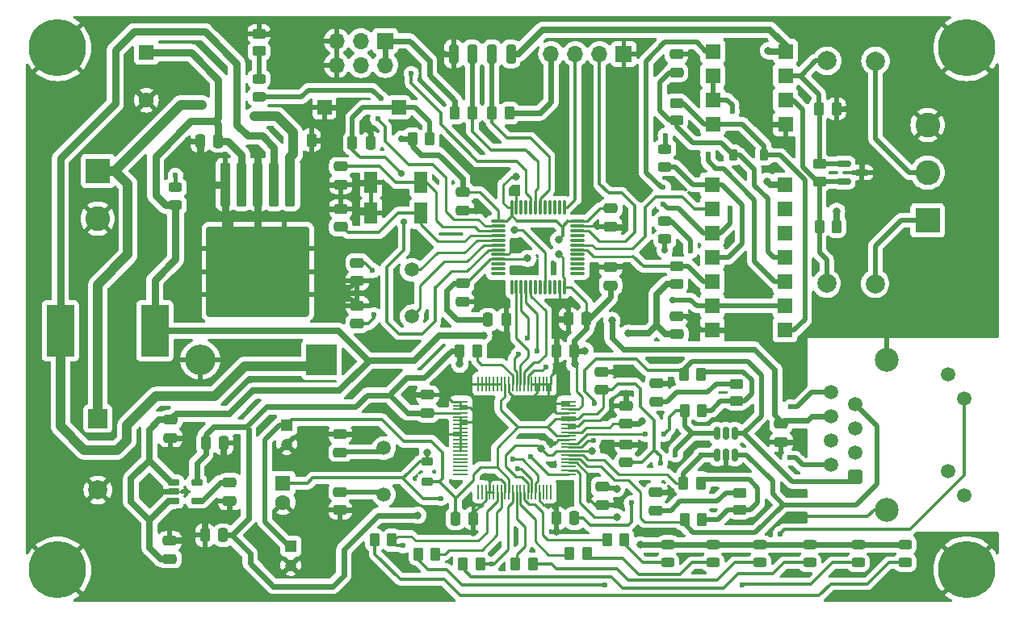
<source format=gbr>
%TF.GenerationSoftware,KiCad,Pcbnew,7.0.10*%
%TF.CreationDate,2024-03-15T07:12:16+07:00*%
%TF.ProjectId,Oxygen Monitoring,4f787967-656e-4204-9d6f-6e69746f7269,rev?*%
%TF.SameCoordinates,Original*%
%TF.FileFunction,Copper,L1,Top*%
%TF.FilePolarity,Positive*%
%FSLAX46Y46*%
G04 Gerber Fmt 4.6, Leading zero omitted, Abs format (unit mm)*
G04 Created by KiCad (PCBNEW 7.0.10) date 2024-03-15 07:12:16*
%MOMM*%
%LPD*%
G01*
G04 APERTURE LIST*
G04 Aperture macros list*
%AMRoundRect*
0 Rectangle with rounded corners*
0 $1 Rounding radius*
0 $2 $3 $4 $5 $6 $7 $8 $9 X,Y pos of 4 corners*
0 Add a 4 corners polygon primitive as box body*
4,1,4,$2,$3,$4,$5,$6,$7,$8,$9,$2,$3,0*
0 Add four circle primitives for the rounded corners*
1,1,$1+$1,$2,$3*
1,1,$1+$1,$4,$5*
1,1,$1+$1,$6,$7*
1,1,$1+$1,$8,$9*
0 Add four rect primitives between the rounded corners*
20,1,$1+$1,$2,$3,$4,$5,0*
20,1,$1+$1,$4,$5,$6,$7,0*
20,1,$1+$1,$6,$7,$8,$9,0*
20,1,$1+$1,$8,$9,$2,$3,0*%
G04 Aperture macros list end*
%TA.AperFunction,SMDPad,CuDef*%
%ADD10RoundRect,0.250000X0.250000X0.475000X-0.250000X0.475000X-0.250000X-0.475000X0.250000X-0.475000X0*%
%TD*%
%TA.AperFunction,SMDPad,CuDef*%
%ADD11RoundRect,0.243750X0.456250X-0.243750X0.456250X0.243750X-0.456250X0.243750X-0.456250X-0.243750X0*%
%TD*%
%TA.AperFunction,SMDPad,CuDef*%
%ADD12RoundRect,0.250000X0.450000X-0.262500X0.450000X0.262500X-0.450000X0.262500X-0.450000X-0.262500X0*%
%TD*%
%TA.AperFunction,SMDPad,CuDef*%
%ADD13RoundRect,0.250000X0.475000X-0.250000X0.475000X0.250000X-0.475000X0.250000X-0.475000X-0.250000X0*%
%TD*%
%TA.AperFunction,ComponentPad*%
%ADD14C,1.500000*%
%TD*%
%TA.AperFunction,SMDPad,CuDef*%
%ADD15RoundRect,0.250000X0.262500X0.450000X-0.262500X0.450000X-0.262500X-0.450000X0.262500X-0.450000X0*%
%TD*%
%TA.AperFunction,ComponentPad*%
%ADD16R,1.200000X1.200000*%
%TD*%
%TA.AperFunction,ComponentPad*%
%ADD17C,1.200000*%
%TD*%
%TA.AperFunction,SMDPad,CuDef*%
%ADD18RoundRect,0.046900X-0.538100X0.288100X-0.538100X-0.288100X0.538100X-0.288100X0.538100X0.288100X0*%
%TD*%
%TA.AperFunction,SMDPad,CuDef*%
%ADD19RoundRect,0.250000X-0.262500X-0.450000X0.262500X-0.450000X0.262500X0.450000X-0.262500X0.450000X0*%
%TD*%
%TA.AperFunction,ComponentPad*%
%ADD20C,0.800000*%
%TD*%
%TA.AperFunction,ComponentPad*%
%ADD21C,6.000000*%
%TD*%
%TA.AperFunction,SMDPad,CuDef*%
%ADD22RoundRect,0.075000X-0.662500X-0.075000X0.662500X-0.075000X0.662500X0.075000X-0.662500X0.075000X0*%
%TD*%
%TA.AperFunction,SMDPad,CuDef*%
%ADD23RoundRect,0.075000X-0.075000X-0.662500X0.075000X-0.662500X0.075000X0.662500X-0.075000X0.662500X0*%
%TD*%
%TA.AperFunction,ComponentPad*%
%ADD24R,2.600000X2.600000*%
%TD*%
%TA.AperFunction,ComponentPad*%
%ADD25C,2.600000*%
%TD*%
%TA.AperFunction,ComponentPad*%
%ADD26R,2.000000X2.000000*%
%TD*%
%TA.AperFunction,ComponentPad*%
%ADD27C,2.000000*%
%TD*%
%TA.AperFunction,SMDPad,CuDef*%
%ADD28RoundRect,0.243750X-0.456250X0.243750X-0.456250X-0.243750X0.456250X-0.243750X0.456250X0.243750X0*%
%TD*%
%TA.AperFunction,SMDPad,CuDef*%
%ADD29RoundRect,0.250000X-0.475000X0.250000X-0.475000X-0.250000X0.475000X-0.250000X0.475000X0.250000X0*%
%TD*%
%TA.AperFunction,SMDPad,CuDef*%
%ADD30RoundRect,0.250000X0.250000X0.750000X-0.250000X0.750000X-0.250000X-0.750000X0.250000X-0.750000X0*%
%TD*%
%TA.AperFunction,SMDPad,CuDef*%
%ADD31RoundRect,0.218750X0.381250X-0.218750X0.381250X0.218750X-0.381250X0.218750X-0.381250X-0.218750X0*%
%TD*%
%TA.AperFunction,SMDPad,CuDef*%
%ADD32R,1.600000X1.600000*%
%TD*%
%TA.AperFunction,SMDPad,CuDef*%
%ADD33RoundRect,0.150000X0.150000X-0.512500X0.150000X0.512500X-0.150000X0.512500X-0.150000X-0.512500X0*%
%TD*%
%TA.AperFunction,SMDPad,CuDef*%
%ADD34RoundRect,0.150000X-0.587500X-0.150000X0.587500X-0.150000X0.587500X0.150000X-0.587500X0.150000X0*%
%TD*%
%TA.AperFunction,ComponentPad*%
%ADD35RoundRect,0.250500X0.499500X-0.499500X0.499500X0.499500X-0.499500X0.499500X-0.499500X-0.499500X0*%
%TD*%
%TA.AperFunction,ComponentPad*%
%ADD36C,2.500000*%
%TD*%
%TA.AperFunction,SMDPad,CuDef*%
%ADD37R,2.900000X5.400000*%
%TD*%
%TA.AperFunction,SMDPad,CuDef*%
%ADD38R,1.320000X2.250000*%
%TD*%
%TA.AperFunction,ComponentPad*%
%ADD39R,1.700000X1.700000*%
%TD*%
%TA.AperFunction,ComponentPad*%
%ADD40O,1.700000X1.700000*%
%TD*%
%TA.AperFunction,SMDPad,CuDef*%
%ADD41R,1.500000X1.500000*%
%TD*%
%TA.AperFunction,SMDPad,CuDef*%
%ADD42RoundRect,0.250000X-0.450000X0.262500X-0.450000X-0.262500X0.450000X-0.262500X0.450000X0.262500X0*%
%TD*%
%TA.AperFunction,SMDPad,CuDef*%
%ADD43RoundRect,0.250000X-0.250000X-0.475000X0.250000X-0.475000X0.250000X0.475000X-0.250000X0.475000X0*%
%TD*%
%TA.AperFunction,ComponentPad*%
%ADD44R,1.600000X1.600000*%
%TD*%
%TA.AperFunction,ComponentPad*%
%ADD45C,1.600000*%
%TD*%
%TA.AperFunction,SMDPad,CuDef*%
%ADD46RoundRect,0.250000X-0.300000X2.050000X-0.300000X-2.050000X0.300000X-2.050000X0.300000X2.050000X0*%
%TD*%
%TA.AperFunction,SMDPad,CuDef*%
%ADD47RoundRect,0.250000X-2.375000X2.025000X-2.375000X-2.025000X2.375000X-2.025000X2.375000X2.025000X0*%
%TD*%
%TA.AperFunction,SMDPad,CuDef*%
%ADD48RoundRect,0.250002X-5.149998X4.449998X-5.149998X-4.449998X5.149998X-4.449998X5.149998X4.449998X0*%
%TD*%
%TA.AperFunction,SMDPad,CuDef*%
%ADD49RoundRect,0.225000X0.225000X0.375000X-0.225000X0.375000X-0.225000X-0.375000X0.225000X-0.375000X0*%
%TD*%
%TA.AperFunction,ComponentPad*%
%ADD50R,3.200000X3.200000*%
%TD*%
%TA.AperFunction,ComponentPad*%
%ADD51O,3.200000X3.200000*%
%TD*%
%TA.AperFunction,SMDPad,CuDef*%
%ADD52RoundRect,0.062500X0.675000X0.062500X-0.675000X0.062500X-0.675000X-0.062500X0.675000X-0.062500X0*%
%TD*%
%TA.AperFunction,SMDPad,CuDef*%
%ADD53RoundRect,0.062500X0.062500X0.675000X-0.062500X0.675000X-0.062500X-0.675000X0.062500X-0.675000X0*%
%TD*%
%TA.AperFunction,ViaPad*%
%ADD54C,0.600000*%
%TD*%
%TA.AperFunction,ViaPad*%
%ADD55C,0.800000*%
%TD*%
%TA.AperFunction,ViaPad*%
%ADD56C,1.000000*%
%TD*%
%TA.AperFunction,ViaPad*%
%ADD57C,0.700000*%
%TD*%
%TA.AperFunction,Conductor*%
%ADD58C,0.254000*%
%TD*%
%TA.AperFunction,Conductor*%
%ADD59C,0.300000*%
%TD*%
%TA.AperFunction,Conductor*%
%ADD60C,0.500000*%
%TD*%
%TA.AperFunction,Conductor*%
%ADD61C,1.000000*%
%TD*%
%TA.AperFunction,Conductor*%
%ADD62C,0.600000*%
%TD*%
%TA.AperFunction,Conductor*%
%ADD63C,0.350000*%
%TD*%
%TA.AperFunction,Conductor*%
%ADD64C,0.700000*%
%TD*%
%TA.AperFunction,Conductor*%
%ADD65C,0.800000*%
%TD*%
%TA.AperFunction,Conductor*%
%ADD66C,0.400000*%
%TD*%
G04 APERTURE END LIST*
D10*
%TO.P,C35,1*%
%TO.N,+1V8*%
X101280000Y-77978000D03*
%TO.P,C35,2*%
%TO.N,GND*%
X99380000Y-77978000D03*
%TD*%
D11*
%TO.P,D13,1,K*%
%TO.N,Net-(D13-K)*%
X111050700Y-82623900D03*
%TO.P,D13,2,A*%
%TO.N,+3.3V*%
X111050700Y-80748900D03*
%TD*%
D12*
%TO.P,R14,1*%
%TO.N,/TO_AB-*%
X126949200Y-42619300D03*
%TO.P,R14,2*%
%TO.N,/TO_AB+*%
X126949200Y-40794300D03*
%TD*%
D13*
%TO.P,C5,1*%
%TO.N,+5V*%
X58862000Y-82230000D03*
%TO.P,C5,2*%
%TO.N,GND*%
X58862000Y-80330000D03*
%TD*%
D14*
%TO.P,Y3,1,1*%
%TO.N,/XTLN*%
X81280000Y-75492000D03*
%TO.P,Y3,2,2*%
%TO.N,/XTLP*%
X81280000Y-70612000D03*
%TD*%
D15*
%TO.P,R15,1*%
%TO.N,/SEN*%
X91082500Y-60389151D03*
%TO.P,R15,2*%
%TO.N,+3.3V*%
X89257500Y-60389151D03*
%TD*%
D16*
%TO.P,C32,1*%
%TO.N,+1V8*%
X71550000Y-80900000D03*
D17*
%TO.P,C32,2*%
%TO.N,GND*%
X71550000Y-82900000D03*
%TD*%
D18*
%TO.P,U2,1,VIN*%
%TO.N,+5V*%
X59232000Y-74244000D03*
%TO.P,U2,2,GND*%
%TO.N,GND*%
X59232000Y-75184000D03*
%TO.P,U2,3,EN*%
%TO.N,+5V*%
X59232000Y-76124000D03*
%TO.P,U2,4,BP*%
%TO.N,Net-(U2-BP)*%
X61672000Y-76124000D03*
%TO.P,U2,5,VOUT*%
%TO.N,+3.3V*%
X61672000Y-74244000D03*
%TD*%
D19*
%TO.P,R28,1*%
%TO.N,RXIN*%
X112701700Y-74269600D03*
%TO.P,R28,2*%
%TO.N,Net-(R27-Pad2)*%
X114526700Y-74269600D03*
%TD*%
D14*
%TO.P,Y1,1,1*%
%TO.N,/OSC-IN*%
X84229500Y-51906000D03*
%TO.P,Y1,2,2*%
%TO.N,/OSC-OUT*%
X84229500Y-56786000D03*
%TD*%
D20*
%TO.P,H4,1,1*%
%TO.N,GND*%
X44850000Y-28600000D03*
X45509010Y-27009010D03*
X45509010Y-30190990D03*
X47100000Y-26350000D03*
D21*
X47100000Y-28600000D03*
D20*
X47100000Y-30850000D03*
X48690990Y-27009010D03*
X48690990Y-30190990D03*
X49350000Y-28600000D03*
%TD*%
D22*
%TO.P,U3,1,VBAT*%
%TO.N,+3.3V*%
X93275000Y-46792000D03*
%TO.P,U3,2,PC13*%
%TO.N,Net-(D3-A)*%
X93275000Y-47292000D03*
%TO.P,U3,3,PC14*%
%TO.N,/PC14*%
X93275000Y-47792000D03*
%TO.P,U3,4,PC15*%
%TO.N,/PC15*%
X93275000Y-48292000D03*
%TO.P,U3,5,PD0*%
%TO.N,/OSC-IN*%
X93275000Y-48792000D03*
%TO.P,U3,6,PD1*%
%TO.N,/OSC-OUT*%
X93275000Y-49292000D03*
%TO.P,U3,7,NRST*%
%TO.N,/NRST*%
X93275000Y-49792000D03*
%TO.P,U3,8,VSSA*%
%TO.N,GND*%
X93275000Y-50292000D03*
%TO.P,U3,9,VDDA*%
%TO.N,+3.3VA*%
X93275000Y-50792000D03*
%TO.P,U3,10,PA0*%
%TO.N,unconnected-(U3-PA0-Pad10)*%
X93275000Y-51292000D03*
%TO.P,U3,11,PA1*%
%TO.N,unconnected-(U3-PA1-Pad11)*%
X93275000Y-51792000D03*
%TO.P,U3,12,PA2*%
%TO.N,unconnected-(U3-PA2-Pad12)*%
X93275000Y-52292000D03*
D23*
%TO.P,U3,13,PA3*%
%TO.N,unconnected-(U3-PA3-Pad13)*%
X94687500Y-53704500D03*
%TO.P,U3,14,PA4*%
%TO.N,SCS*%
X95187500Y-53704500D03*
%TO.P,U3,15,PA5*%
%TO.N,SCLK*%
X95687500Y-53704500D03*
%TO.P,U3,16,PA6*%
%TO.N,MISO*%
X96187500Y-53704500D03*
%TO.P,U3,17,PA7*%
%TO.N,MOSI*%
X96687500Y-53704500D03*
%TO.P,U3,18,PB0*%
%TO.N,unconnected-(U3-PB0-Pad18)*%
X97187500Y-53704500D03*
%TO.P,U3,19,PB1*%
%TO.N,unconnected-(U3-PB1-Pad19)*%
X97687500Y-53704500D03*
%TO.P,U3,20,PB2*%
%TO.N,BOOT1*%
X98187500Y-53704500D03*
%TO.P,U3,21,PB10*%
%TO.N,unconnected-(U3-PB10-Pad21)*%
X98687500Y-53704500D03*
%TO.P,U3,22,PB11*%
%TO.N,unconnected-(U3-PB11-Pad22)*%
X99187500Y-53704500D03*
%TO.P,U3,23,VSS*%
%TO.N,GND*%
X99687500Y-53704500D03*
%TO.P,U3,24,VDD*%
%TO.N,+3.3V*%
X100187500Y-53704500D03*
D22*
%TO.P,U3,25,PB12*%
%TO.N,unconnected-(U3-PB12-Pad25)*%
X101600000Y-52292000D03*
%TO.P,U3,26,PB13*%
%TO.N,unconnected-(U3-PB13-Pad26)*%
X101600000Y-51792000D03*
%TO.P,U3,27,PB14*%
%TO.N,unconnected-(U3-PB14-Pad27)*%
X101600000Y-51292000D03*
%TO.P,U3,28,PB15*%
%TO.N,unconnected-(U3-PB15-Pad28)*%
X101600000Y-50792000D03*
%TO.P,U3,29,PA8*%
%TO.N,unconnected-(U3-PA8-Pad29)*%
X101600000Y-50292000D03*
%TO.P,U3,30,PA9*%
%TO.N,TX*%
X101600000Y-49792000D03*
%TO.P,U3,31,PA10*%
%TO.N,RX*%
X101600000Y-49292000D03*
%TO.P,U3,32,PA11*%
%TO.N,unconnected-(U3-PA11-Pad32)*%
X101600000Y-48792000D03*
%TO.P,U3,33,PA12*%
%TO.N,unconnected-(U3-PA12-Pad33)*%
X101600000Y-48292000D03*
%TO.P,U3,34,PA13*%
%TO.N,SWDIO*%
X101600000Y-47792000D03*
%TO.P,U3,35,VSS*%
%TO.N,GND*%
X101600000Y-47292000D03*
%TO.P,U3,36,VDD*%
%TO.N,+3.3V*%
X101600000Y-46792000D03*
D23*
%TO.P,U3,37,PA14*%
%TO.N,SWCLK*%
X100187500Y-45379500D03*
%TO.P,U3,38,PA15*%
%TO.N,unconnected-(U3-PA15-Pad38)*%
X99687500Y-45379500D03*
%TO.P,U3,39,PB3*%
%TO.N,unconnected-(U3-PB3-Pad39)*%
X99187500Y-45379500D03*
%TO.P,U3,40,PB4*%
%TO.N,unconnected-(U3-PB4-Pad40)*%
X98687500Y-45379500D03*
%TO.P,U3,41,PB5*%
%TO.N,unconnected-(U3-PB5-Pad41)*%
X98187500Y-45379500D03*
%TO.P,U3,42,PB6*%
%TO.N,SCL*%
X97687500Y-45379500D03*
%TO.P,U3,43,PB7*%
%TO.N,SDA*%
X97187500Y-45379500D03*
%TO.P,U3,44,BOOT0*%
%TO.N,BOOT0*%
X96687500Y-45379500D03*
%TO.P,U3,45,PB8*%
%TO.N,unconnected-(U3-PB8-Pad45)*%
X96187500Y-45379500D03*
%TO.P,U3,46,PB9*%
%TO.N,unconnected-(U3-PB9-Pad46)*%
X95687500Y-45379500D03*
%TO.P,U3,47,VSS*%
%TO.N,GND*%
X95187500Y-45379500D03*
%TO.P,U3,48,VDD*%
%TO.N,+3.3V*%
X94687500Y-45379500D03*
%TD*%
D10*
%TO.P,C10,1*%
%TO.N,GND*%
X79900000Y-38600000D03*
%TO.P,C10,2*%
%TO.N,/NRST*%
X78000000Y-38600000D03*
%TD*%
D24*
%TO.P,J4,1,Pin_1*%
%TO.N,/AB-*%
X138300000Y-46706800D03*
D25*
%TO.P,J4,2,Pin_2*%
%TO.N,/AB+*%
X138300000Y-41706800D03*
%TO.P,J4,3,Pin_3*%
%TO.N,GND*%
X138300000Y-36706800D03*
%TD*%
D15*
%TO.P,R12,1*%
%TO.N,GND*%
X128725300Y-35001200D03*
%TO.P,R12,2*%
%TO.N,/TO_AB+*%
X126900300Y-35001200D03*
%TD*%
D13*
%TO.P,C23,1*%
%TO.N,Net-(D6-A)*%
X111967000Y-31188000D03*
%TO.P,C23,2*%
%TO.N,GND*%
X111967000Y-29288000D03*
%TD*%
D26*
%TO.P,C1,1*%
%TO.N,Net-(J1-Pin_1)*%
X51308000Y-67502323D03*
D27*
%TO.P,C1,2*%
%TO.N,GND*%
X51308000Y-75002323D03*
%TD*%
D20*
%TO.P,H3,1,1*%
%TO.N,GND*%
X140150000Y-28600000D03*
X140809010Y-27009010D03*
X140809010Y-30190990D03*
X142400000Y-26350000D03*
D21*
X142400000Y-28600000D03*
D20*
X142400000Y-30850000D03*
X143990990Y-27009010D03*
X143990990Y-30190990D03*
X144650000Y-28600000D03*
%TD*%
D28*
%TO.P,D5,1,K*%
%TO.N,Net-(D5-K)*%
X110750000Y-46812500D03*
%TO.P,D5,2,A*%
%TO.N,/TX-LED*%
X110750000Y-48687500D03*
%TD*%
D29*
%TO.P,C13,1*%
%TO.N,/PC14*%
X76768000Y-41056000D03*
%TO.P,C13,2*%
%TO.N,GND*%
X76768000Y-42956000D03*
%TD*%
D13*
%TO.P,C44,1*%
%TO.N,Net-(C44-Pad1)*%
X109880400Y-65720000D03*
%TO.P,C44,2*%
%TO.N,GND*%
X109880400Y-63820000D03*
%TD*%
D30*
%TO.P,TP1,1,1*%
%TO.N,+5V*%
X94610000Y-29250000D03*
%TD*%
D11*
%TO.P,D9,1,K*%
%TO.N,Net-(D9-K)*%
X131013200Y-82623900D03*
%TO.P,D9,2,A*%
%TO.N,+3.3V*%
X131013200Y-80748900D03*
%TD*%
D19*
%TO.P,R2,1*%
%TO.N,+3.3V*%
X84287500Y-38150000D03*
%TO.P,R2,2*%
%TO.N,/NRST*%
X86112500Y-38150000D03*
%TD*%
D29*
%TO.P,C21,1*%
%TO.N,+3.3V*%
X105057500Y-45450000D03*
%TO.P,C21,2*%
%TO.N,GND*%
X105057500Y-47350000D03*
%TD*%
D31*
%TO.P,L2,1,1*%
%TO.N,+1V8*%
X85852000Y-74151651D03*
%TO.P,L2,2,2*%
%TO.N,/+1V8A*%
X85852000Y-72026651D03*
%TD*%
D32*
%TO.P,U4,1*%
%TO.N,/RX-LED*%
X115722400Y-42976800D03*
%TO.P,U4,2*%
%TO.N,RX*%
X115722400Y-45516800D03*
%TO.P,U4,3*%
%TO.N,/RO*%
X115722400Y-48056800D03*
%TO.P,U4,4*%
%TO.N,/RX-LED*%
X115722400Y-50596800D03*
%TO.P,U4,5*%
%TO.N,TX*%
X115722400Y-53136800D03*
%TO.P,U4,6*%
%TO.N,/TX-LED*%
X115722400Y-55676800D03*
%TO.P,U4,7,GND*%
%TO.N,GND*%
X115722400Y-58216800D03*
%TO.P,U4,8*%
%TO.N,/DI*%
X123342400Y-58216800D03*
%TO.P,U4,9*%
%TO.N,/TX-LED*%
X123342400Y-55676800D03*
%TO.P,U4,10*%
%TO.N,/RE&DE*%
X123342400Y-53136800D03*
%TO.P,U4,11*%
%TO.N,Net-(D6-A)*%
X123342400Y-50596800D03*
%TO.P,U4,12*%
%TO.N,unconnected-(U4-Pad12)*%
X123342400Y-48056800D03*
%TO.P,U4,13*%
%TO.N,unconnected-(U4-Pad13)*%
X123342400Y-45516800D03*
%TO.P,U4,14,VCC*%
%TO.N,+5V*%
X123342400Y-42976800D03*
%TD*%
D33*
%TO.P,U7,1,IO1*%
%TO.N,RXIN*%
X116220200Y-71343100D03*
%TO.P,U7,2,VN*%
%TO.N,GND*%
X117170200Y-71343100D03*
%TO.P,U7,3,IO2*%
%TO.N,RXIP*%
X118120200Y-71343100D03*
%TO.P,U7,4,IO3*%
%TO.N,TXOP*%
X118120200Y-69068100D03*
%TO.P,U7,5,VP*%
%TO.N,unconnected-(U7-VP-Pad5)*%
X117170200Y-69068100D03*
%TO.P,U7,6,IO4*%
%TO.N,TXON*%
X116220200Y-69068100D03*
%TD*%
D10*
%TO.P,C40,1*%
%TO.N,+3.3V*%
X101280000Y-60389151D03*
%TO.P,C40,2*%
%TO.N,GND*%
X99380000Y-60389151D03*
%TD*%
D28*
%TO.P,D4,1,K*%
%TO.N,Net-(D4-K)*%
X110750000Y-39212500D03*
%TO.P,D4,2,A*%
%TO.N,/RX-LED*%
X110750000Y-41087500D03*
%TD*%
D29*
%TO.P,C29,1*%
%TO.N,/XTLN*%
X76708000Y-75206000D03*
%TO.P,C29,2*%
%TO.N,GND*%
X76708000Y-77106000D03*
%TD*%
D13*
%TO.P,C18,1*%
%TO.N,+3.3V*%
X105057500Y-53540000D03*
%TO.P,C18,2*%
%TO.N,GND*%
X105057500Y-51640000D03*
%TD*%
D34*
%TO.P,D7,1,A1*%
%TO.N,/TO_AB+*%
X129489200Y-40741600D03*
%TO.P,D7,2,A2*%
%TO.N,/TO_AB-*%
X129489200Y-42641600D03*
%TO.P,D7,3,common*%
%TO.N,GND*%
X131364200Y-41691600D03*
%TD*%
D13*
%TO.P,C37,1*%
%TO.N,+1V8*%
X104140000Y-64516000D03*
%TO.P,C37,2*%
%TO.N,GND*%
X104140000Y-62616000D03*
%TD*%
%TO.P,C38,1*%
%TO.N,+3.3V*%
X85852000Y-66927151D03*
%TO.P,C38,2*%
%TO.N,GND*%
X85852000Y-65027151D03*
%TD*%
D35*
%TO.P,J5,1*%
%TO.N,TXOP*%
X130710000Y-73660000D03*
D14*
%TO.P,J5,2*%
%TO.N,TXON*%
X128170000Y-72390000D03*
%TO.P,J5,3*%
%TO.N,+3.3VA*%
X130710000Y-71120000D03*
%TO.P,J5,4*%
%TO.N,unconnected-(J5-Pad4)*%
X128170000Y-69850000D03*
%TO.P,J5,5*%
%TO.N,unconnected-(J5-Pad5)*%
X130710000Y-68580000D03*
%TO.P,J5,6*%
%TO.N,+3.3VA*%
X128170000Y-67310000D03*
%TO.P,J5,7*%
%TO.N,RXIP*%
X130710000Y-66040000D03*
%TO.P,J5,8*%
%TO.N,RXIN*%
X128170000Y-64770000D03*
%TO.P,J5,9*%
%TO.N,LINKLED*%
X142140000Y-75540000D03*
%TO.P,J5,10*%
%TO.N,Net-(J5-Pad10)*%
X140440000Y-73000000D03*
%TO.P,J5,11*%
%TO.N,FDXLED*%
X142140000Y-65430000D03*
%TO.P,J5,12*%
%TO.N,Net-(J5-Pad12)*%
X140440000Y-62890000D03*
D36*
%TO.P,J5,13*%
%TO.N,GND*%
X134010000Y-77090000D03*
X134010000Y-61340000D03*
%TD*%
D10*
%TO.P,C20,1*%
%TO.N,+3.3V*%
X102550000Y-57050000D03*
%TO.P,C20,2*%
%TO.N,GND*%
X100650000Y-57050000D03*
%TD*%
D37*
%TO.P,L1,1*%
%TO.N,Net-(D1-K)*%
X47374000Y-58282651D03*
%TO.P,L1,2*%
%TO.N,+5V*%
X57274000Y-58282651D03*
%TD*%
D30*
%TO.P,TP2,1,1*%
%TO.N,SCL*%
X92610000Y-29250000D03*
%TD*%
D38*
%TO.P,Y2,1,1*%
%TO.N,/PC14*%
X85150000Y-42725000D03*
%TO.P,Y2,2,2*%
%TO.N,GND*%
X79950000Y-42725000D03*
%TO.P,Y2,3,3*%
X79950000Y-45975000D03*
%TO.P,Y2,4,4*%
%TO.N,/PC15*%
X85150000Y-45975000D03*
%TD*%
D15*
%TO.P,R20,1*%
%TO.N,/SPDLED*%
X86714500Y-81750000D03*
%TO.P,R20,2*%
%TO.N,Net-(D9-K)*%
X84889500Y-81750000D03*
%TD*%
D11*
%TO.P,D10,1,K*%
%TO.N,Net-(D10-K)*%
X125933200Y-82623900D03*
%TO.P,D10,2,A*%
%TO.N,+3.3V*%
X125933200Y-80748900D03*
%TD*%
%TO.P,D8,1,K*%
%TO.N,Net-(D8-K)*%
X135942700Y-82623900D03*
%TO.P,D8,2,A*%
%TO.N,+3.3V*%
X135942700Y-80748900D03*
%TD*%
D15*
%TO.P,R19,1*%
%TO.N,LINKLED*%
X82142500Y-80268000D03*
%TO.P,R19,2*%
%TO.N,Net-(D8-K)*%
X80317500Y-80268000D03*
%TD*%
D39*
%TO.P,J3,1,Pin_1*%
%TO.N,GND*%
X106450000Y-29250000D03*
D40*
%TO.P,J3,2,Pin_2*%
%TO.N,SWDIO*%
X103910000Y-29250000D03*
%TO.P,J3,3,Pin_3*%
%TO.N,SWCLK*%
X101370000Y-29250000D03*
%TO.P,J3,4,Pin_4*%
%TO.N,+3.3V*%
X98830000Y-29250000D03*
%TD*%
D41*
%TO.P,SW1,1,1*%
%TO.N,GND*%
X75050000Y-34850000D03*
%TO.P,SW1,2,2*%
%TO.N,/NRST*%
X82850000Y-34850000D03*
%TD*%
D29*
%TO.P,C6,1*%
%TO.N,+5V*%
X58928000Y-67630000D03*
%TO.P,C6,2*%
%TO.N,GND*%
X58928000Y-69530000D03*
%TD*%
D19*
%TO.P,R30,1*%
%TO.N,TXOP*%
X112752500Y-62865000D03*
%TO.P,R30,2*%
%TO.N,Net-(R30-Pad2)*%
X114577500Y-62865000D03*
%TD*%
%TO.P,R22,1*%
%TO.N,/COLLED*%
X95087500Y-82750000D03*
%TO.P,R22,2*%
%TO.N,Net-(D11-K)*%
X96912500Y-82750000D03*
%TD*%
D29*
%TO.P,C11,1*%
%TO.N,/OSC-IN*%
X78500000Y-51150000D03*
%TO.P,C11,2*%
%TO.N,GND*%
X78500000Y-53050000D03*
%TD*%
D11*
%TO.P,D11,1,K*%
%TO.N,Net-(D11-K)*%
X120702700Y-82623900D03*
%TO.P,D11,2,A*%
%TO.N,+3.3V*%
X120702700Y-80748900D03*
%TD*%
D28*
%TO.P,D2,1,K*%
%TO.N,Net-(D2-K)*%
X59436000Y-43258500D03*
%TO.P,D2,2,A*%
%TO.N,+5V*%
X59436000Y-45133500D03*
%TD*%
D11*
%TO.P,D12,1,K*%
%TO.N,Net-(D12-K)*%
X115798200Y-82623900D03*
%TO.P,D12,2,A*%
%TO.N,+3.3V*%
X115798200Y-80748900D03*
%TD*%
D16*
%TO.P,C31,1*%
%TO.N,+1V8*%
X71100000Y-68200000D03*
D17*
%TO.P,C31,2*%
%TO.N,GND*%
X71100000Y-70200000D03*
%TD*%
D19*
%TO.P,R13,1*%
%TO.N,/TO_AB-*%
X126951100Y-47345600D03*
%TO.P,R13,2*%
%TO.N,+5V*%
X128776100Y-47345600D03*
%TD*%
D27*
%TO.P,F1,1*%
%TO.N,/TO_AB+*%
X127762000Y-29972000D03*
%TO.P,F1,2*%
%TO.N,/AB+*%
X132842000Y-29982000D03*
%TD*%
D42*
%TO.P,R8,1*%
%TO.N,TX*%
X112000000Y-51537500D03*
%TO.P,R8,2*%
%TO.N,+5V*%
X112000000Y-53362500D03*
%TD*%
D29*
%TO.P,C42,1*%
%TO.N,/+1V8A*%
X104175000Y-74650000D03*
%TO.P,C42,2*%
%TO.N,GND*%
X104175000Y-76550000D03*
%TD*%
D32*
%TO.P,U5,1,RO*%
%TO.N,/RO*%
X115777000Y-28968000D03*
%TO.P,U5,2,~{RE}*%
%TO.N,/RE&DE*%
X115777000Y-31508000D03*
%TO.P,U5,3,DE*%
X115777000Y-34048000D03*
%TO.P,U5,4,DI*%
%TO.N,/DI*%
X115777000Y-36588000D03*
%TO.P,U5,5,GND*%
%TO.N,GND*%
X123397000Y-36588000D03*
%TO.P,U5,6,A*%
%TO.N,/TO_AB-*%
X123397000Y-34048000D03*
%TO.P,U5,7,B*%
%TO.N,/TO_AB+*%
X123397000Y-31508000D03*
%TO.P,U5,8,VCC*%
%TO.N,+5V*%
X123397000Y-28968000D03*
%TD*%
D10*
%TO.P,C4,1*%
%TO.N,+5V*%
X63942000Y-38367151D03*
%TO.P,C4,2*%
%TO.N,GND*%
X62042000Y-38367151D03*
%TD*%
D39*
%TO.P,J2,1,Pin_1*%
%TO.N,+3.3V*%
X81425000Y-27875000D03*
D40*
%TO.P,J2,2,Pin_2*%
X81425000Y-30415000D03*
%TO.P,J2,3,Pin_3*%
%TO.N,Net-(J2-Pin_3)*%
X78885000Y-27875000D03*
%TO.P,J2,4,Pin_4*%
%TO.N,Net-(J2-Pin_4)*%
X78885000Y-30415000D03*
%TO.P,J2,5,Pin_5*%
%TO.N,GND*%
X76345000Y-27875000D03*
%TO.P,J2,6,Pin_6*%
X76345000Y-30415000D03*
%TD*%
D30*
%TO.P,TP4,1,1*%
%TO.N,GND*%
X88610000Y-29250000D03*
%TD*%
D15*
%TO.P,R34,1*%
%TO.N,SDA*%
X90562500Y-35450000D03*
%TO.P,R34,2*%
%TO.N,+3.3V*%
X88737500Y-35450000D03*
%TD*%
D42*
%TO.P,R3,1*%
%TO.N,GND*%
X68200000Y-27137500D03*
%TO.P,R3,2*%
%TO.N,Net-(D3-K)*%
X68200000Y-28962500D03*
%TD*%
D43*
%TO.P,C34,1*%
%TO.N,+1V8*%
X88800000Y-78000000D03*
%TO.P,C34,2*%
%TO.N,GND*%
X90700000Y-78000000D03*
%TD*%
D24*
%TO.P,J1,1,Pin_1*%
%TO.N,Net-(J1-Pin_1)*%
X51300000Y-41518651D03*
D25*
%TO.P,J1,2,Pin_2*%
%TO.N,GND*%
X51300000Y-46518651D03*
%TD*%
D12*
%TO.P,R11,1*%
%TO.N,Net-(D6-A)*%
X111967000Y-36230500D03*
%TO.P,R11,2*%
%TO.N,/DI*%
X111967000Y-34405500D03*
%TD*%
D29*
%TO.P,C16,1*%
%TO.N,+3.3VA*%
X89550150Y-53340000D03*
%TO.P,C16,2*%
%TO.N,GND*%
X89550150Y-55240000D03*
%TD*%
D44*
%TO.P,C3,1*%
%TO.N,+5V*%
X56388000Y-29093349D03*
D45*
%TO.P,C3,2*%
%TO.N,GND*%
X56388000Y-34093349D03*
%TD*%
D28*
%TO.P,D3,1,K*%
%TO.N,Net-(D3-K)*%
X68200000Y-31862500D03*
%TO.P,D3,2,A*%
%TO.N,Net-(D3-A)*%
X68200000Y-33737500D03*
%TD*%
D44*
%TO.P,C33,1*%
%TO.N,/+1V8A*%
X70713600Y-74295000D03*
D45*
%TO.P,C33,2*%
%TO.N,GND*%
X70713600Y-76295000D03*
%TD*%
D12*
%TO.P,R32,1*%
%TO.N,Net-(R30-Pad2)*%
X118289700Y-65682500D03*
%TO.P,R32,2*%
%TO.N,Net-(C44-Pad1)*%
X118289700Y-63857500D03*
%TD*%
D13*
%TO.P,C14,1*%
%TO.N,/PC15*%
X76768000Y-47396000D03*
%TO.P,C14,2*%
%TO.N,GND*%
X76768000Y-45496000D03*
%TD*%
%TO.P,C30,1*%
%TO.N,/XTLP*%
X76708000Y-71054000D03*
%TO.P,C30,2*%
%TO.N,GND*%
X76708000Y-69154000D03*
%TD*%
D10*
%TO.P,C9,1*%
%TO.N,+3.3V*%
X64450000Y-79756000D03*
%TO.P,C9,2*%
%TO.N,GND*%
X62550000Y-79756000D03*
%TD*%
D19*
%TO.P,R31,1*%
%TO.N,TXON*%
X112805200Y-66649600D03*
%TO.P,R31,2*%
%TO.N,Net-(R30-Pad2)*%
X114630200Y-66649600D03*
%TD*%
D13*
%TO.P,C26,1*%
%TO.N,+5V*%
X112000000Y-58650000D03*
%TO.P,C26,2*%
%TO.N,GND*%
X112000000Y-56750000D03*
%TD*%
D46*
%TO.P,U1,1,VIN*%
%TO.N,Net-(J1-Pin_1)*%
X71472000Y-42939151D03*
%TO.P,U1,2,OUT*%
%TO.N,Net-(D1-K)*%
X69772000Y-42939151D03*
%TO.P,U1,3,GND*%
%TO.N,GND*%
X68072000Y-42939151D03*
D47*
X70847000Y-49664151D03*
X65297000Y-49664151D03*
D48*
X68072000Y-52089151D03*
D47*
X70847000Y-54514151D03*
X65297000Y-54514151D03*
D46*
%TO.P,U1,4,FB*%
%TO.N,+5V*%
X66372000Y-42939151D03*
%TO.P,U1,5,~{ON}/OFF*%
%TO.N,GND*%
X64672000Y-42939151D03*
%TD*%
D12*
%TO.P,R29,1*%
%TO.N,Net-(R27-Pad2)*%
X118590700Y-77112500D03*
%TO.P,R29,2*%
%TO.N,Net-(C43-Pad1)*%
X118590700Y-75287500D03*
%TD*%
D20*
%TO.P,H2,1,1*%
%TO.N,GND*%
X140150000Y-83362800D03*
X140809010Y-81771810D03*
X140809010Y-84953790D03*
X142400000Y-81112800D03*
D21*
X142400000Y-83362800D03*
D20*
X142400000Y-85612800D03*
X143990990Y-81771810D03*
X143990990Y-84953790D03*
X144650000Y-83362800D03*
%TD*%
D19*
%TO.P,R24,1*%
%TO.N,/TXLED*%
X104701500Y-80268000D03*
%TO.P,R24,2*%
%TO.N,Net-(D13-K)*%
X106526500Y-80268000D03*
%TD*%
D29*
%TO.P,C19,1*%
%TO.N,+3.3V*%
X89560400Y-43769200D03*
%TO.P,C19,2*%
%TO.N,GND*%
X89560400Y-45669200D03*
%TD*%
D19*
%TO.P,R23,1*%
%TO.N,/RXLED*%
X100737500Y-81700000D03*
%TO.P,R23,2*%
%TO.N,Net-(D12-K)*%
X102562500Y-81700000D03*
%TD*%
D20*
%TO.P,H1,1,1*%
%TO.N,GND*%
X44850000Y-83400000D03*
X45509010Y-81809010D03*
X45509010Y-84990990D03*
X47100000Y-81150000D03*
D21*
X47100000Y-83400000D03*
D20*
X47100000Y-85650000D03*
X48690990Y-81809010D03*
X48690990Y-84990990D03*
X49350000Y-83400000D03*
%TD*%
D27*
%TO.P,F2,1*%
%TO.N,/TO_AB-*%
X127715000Y-53340000D03*
%TO.P,F2,2*%
%TO.N,/AB-*%
X132795000Y-53350000D03*
%TD*%
D49*
%TO.P,D6,1,K*%
%TO.N,/DI*%
X121182400Y-39827200D03*
%TO.P,D6,2,A*%
%TO.N,Net-(D6-A)*%
X117882400Y-39827200D03*
%TD*%
D50*
%TO.P,D1,1,K*%
%TO.N,Net-(D1-K)*%
X74752200Y-61341000D03*
D51*
%TO.P,D1,2,A*%
%TO.N,GND*%
X62052200Y-61341000D03*
%TD*%
D29*
%TO.P,C45,1*%
%TO.N,+3.3VA*%
X122936000Y-68072000D03*
%TO.P,C45,2*%
%TO.N,GND*%
X122936000Y-69972000D03*
%TD*%
D43*
%TO.P,C8,1*%
%TO.N,+3.3V*%
X62616000Y-70104000D03*
%TO.P,C8,2*%
%TO.N,GND*%
X64516000Y-70104000D03*
%TD*%
D13*
%TO.P,C12,1*%
%TO.N,/OSC-OUT*%
X78486000Y-57550000D03*
%TO.P,C12,2*%
%TO.N,GND*%
X78486000Y-55650000D03*
%TD*%
%TO.P,C39,1*%
%TO.N,+3.3V*%
X106650000Y-68072000D03*
%TO.P,C39,2*%
%TO.N,GND*%
X106650000Y-66172000D03*
%TD*%
D43*
%TO.P,C2,1*%
%TO.N,Net-(J1-Pin_1)*%
X71800000Y-38300000D03*
%TO.P,C2,2*%
%TO.N,GND*%
X73700000Y-38300000D03*
%TD*%
D30*
%TO.P,TP3,1,1*%
%TO.N,SDA*%
X90550000Y-29250000D03*
%TD*%
D15*
%TO.P,R21,1*%
%TO.N,FDXLED*%
X91390000Y-82750000D03*
%TO.P,R21,2*%
%TO.N,Net-(D10-K)*%
X89565000Y-82750000D03*
%TD*%
D43*
%TO.P,C17,1*%
%TO.N,+3.3VA*%
X92217200Y-57150000D03*
%TO.P,C17,2*%
%TO.N,GND*%
X94117200Y-57150000D03*
%TD*%
D13*
%TO.P,C36,1*%
%TO.N,+1V8*%
X106680000Y-72120800D03*
%TO.P,C36,2*%
%TO.N,GND*%
X106680000Y-70220800D03*
%TD*%
%TO.P,C43,1*%
%TO.N,Net-(C43-Pad1)*%
X109831500Y-77150000D03*
%TO.P,C43,2*%
%TO.N,GND*%
X109831500Y-75250000D03*
%TD*%
D19*
%TO.P,R27,1*%
%TO.N,RXIP*%
X112805200Y-78105000D03*
%TO.P,R27,2*%
%TO.N,Net-(R27-Pad2)*%
X114630200Y-78105000D03*
%TD*%
%TO.P,R33,1*%
%TO.N,SCL*%
X92637500Y-35450000D03*
%TO.P,R33,2*%
%TO.N,+3.3V*%
X94462500Y-35450000D03*
%TD*%
D52*
%TO.P,U6,1,RSET_BG*%
%TO.N,/RST*%
X100658500Y-73333151D03*
%TO.P,U6,2,VCC3V3A*%
%TO.N,+3.3VA*%
X100658500Y-72933151D03*
%TO.P,U6,3,NC*%
%TO.N,unconnected-(U6-NC-Pad3)*%
X100658500Y-72533151D03*
%TO.P,U6,4,GNDA*%
%TO.N,GND*%
X100658500Y-72133151D03*
%TO.P,U6,5,RXIP*%
%TO.N,RXIP*%
X100658500Y-71733151D03*
%TO.P,U6,6,RXIN*%
%TO.N,RXIN*%
X100658500Y-71333151D03*
%TO.P,U6,7,VCC1V8A*%
%TO.N,/+1V8A*%
X100658500Y-70933151D03*
%TO.P,U6,8,TXOP*%
%TO.N,TXOP*%
X100658500Y-70533151D03*
%TO.P,U6,9,TXON*%
%TO.N,TXON*%
X100658500Y-70133151D03*
%TO.P,U6,10,GNDA*%
%TO.N,GND*%
X100658500Y-69733151D03*
%TO.P,U6,11,1V8_OUT*%
%TO.N,+1V8*%
X100658500Y-69333151D03*
%TO.P,U6,12,VCC3V3D*%
%TO.N,+3.3V*%
X100658500Y-68933151D03*
%TO.P,U6,13,GNDD*%
%TO.N,GND*%
X100658500Y-68533151D03*
%TO.P,U6,14,GNDD*%
X100658500Y-68133151D03*
%TO.P,U6,15,VCC1V8D*%
%TO.N,+1V8*%
X100658500Y-67733151D03*
%TO.P,U6,16,VCC1V8D*%
X100658500Y-67333151D03*
%TO.P,U6,17,GNDD*%
%TO.N,GND*%
X100658500Y-66933151D03*
%TO.P,U6,18,VCC3V3D*%
%TO.N,+3.3V*%
X100658500Y-66533151D03*
%TO.P,U6,19,DATA7*%
%TO.N,GND*%
X100658500Y-66133151D03*
%TO.P,U6,20,DATA6*%
X100658500Y-65733151D03*
D53*
%TO.P,U6,21,DATA5*%
X98796000Y-63870651D03*
%TO.P,U6,22,DATA4*%
X98396000Y-63870651D03*
%TO.P,U6,23,DATA3*%
X97996000Y-63870651D03*
%TO.P,U6,24,DATA2*%
X97596000Y-63870651D03*
%TO.P,U6,25,DATA1*%
X97196000Y-63870651D03*
%TO.P,U6,26,DATA0*%
X96796000Y-63870651D03*
%TO.P,U6,27,MISO*%
%TO.N,MISO*%
X96396000Y-63870651D03*
%TO.P,U6,28,MOSI*%
%TO.N,MOSI*%
X95996000Y-63870651D03*
%TO.P,U6,29,~{SCS}*%
%TO.N,SCS*%
X95596000Y-63870651D03*
%TO.P,U6,30,SCLK*%
%TO.N,SCLK*%
X95196000Y-63870651D03*
%TO.P,U6,31,SEN*%
%TO.N,/SEN*%
X94796000Y-63870651D03*
%TO.P,U6,32,GNDD*%
%TO.N,GND*%
X94396000Y-63870651D03*
%TO.P,U6,33,VCC1V8D*%
%TO.N,+1V8*%
X93996000Y-63870651D03*
%TO.P,U6,34,TEST_MODE3*%
%TO.N,GND*%
X93596000Y-63870651D03*
%TO.P,U6,35,TEST_MODE2*%
X93196000Y-63870651D03*
%TO.P,U6,36,TEST_MODE1*%
X92796000Y-63870651D03*
%TO.P,U6,37,TEST_MODE0*%
X92396000Y-63870651D03*
%TO.P,U6,38,ADDR14*%
X91996000Y-63870651D03*
%TO.P,U6,39,ADDR13*%
X91596000Y-63870651D03*
%TO.P,U6,40,ADDR12*%
X91196000Y-63870651D03*
D52*
%TO.P,U6,41,ADDR11*%
X89333500Y-65733151D03*
%TO.P,U6,42,ADDR10*%
X89333500Y-66133151D03*
%TO.P,U6,43,GNDD*%
X89333500Y-66533151D03*
%TO.P,U6,44,VCC3V3D*%
%TO.N,+3.3V*%
X89333500Y-66933151D03*
%TO.P,U6,45,ADDR9*%
%TO.N,GND*%
X89333500Y-67333151D03*
%TO.P,U6,46,ADDR8*%
X89333500Y-67733151D03*
%TO.P,U6,47,ADDR7*%
X89333500Y-68133151D03*
%TO.P,U6,48,ADDR6*%
X89333500Y-68533151D03*
%TO.P,U6,49,ADDR5*%
X89333500Y-68933151D03*
%TO.P,U6,50,ADDR4*%
X89333500Y-69333151D03*
%TO.P,U6,51,ADDR3*%
X89333500Y-69733151D03*
%TO.P,U6,52,ADDR2*%
X89333500Y-70133151D03*
%TO.P,U6,53,ADDR1*%
X89333500Y-70533151D03*
%TO.P,U6,54,ADDR0*%
X89333500Y-70933151D03*
%TO.P,U6,55,~{CS}*%
%TO.N,CS*%
X89333500Y-71333151D03*
%TO.P,U6,56,~{INT}*%
%TO.N,INT*%
X89333500Y-71733151D03*
%TO.P,U6,57,~{WR}*%
%TO.N,WR*%
X89333500Y-72133151D03*
%TO.P,U6,58,~{RD}*%
%TO.N,RD*%
X89333500Y-72533151D03*
%TO.P,U6,59,~{RESET}*%
%TO.N,RESET*%
X89333500Y-72933151D03*
%TO.P,U6,60,NC*%
%TO.N,unconnected-(U6-NC-Pad60)*%
X89333500Y-73333151D03*
D53*
%TO.P,U6,61,NC*%
%TO.N,unconnected-(U6-NC-Pad61)*%
X91196000Y-75195651D03*
%TO.P,U6,62,NC*%
%TO.N,unconnected-(U6-NC-Pad62)*%
X91596000Y-75195651D03*
%TO.P,U6,63,OPMODE0*%
%TO.N,GND*%
X91996000Y-75195651D03*
%TO.P,U6,64,OPMODE1*%
X92396000Y-75195651D03*
%TO.P,U6,65,OPMODE2*%
X92796000Y-75195651D03*
%TO.P,U6,66,LINKLED*%
%TO.N,LINKLED*%
X93196000Y-75195651D03*
%TO.P,U6,67,SPDLED*%
%TO.N,/SPDLED*%
X93596000Y-75195651D03*
%TO.P,U6,68,GNDD*%
%TO.N,GND*%
X93996000Y-75195651D03*
%TO.P,U6,69,VCC1V8D*%
%TO.N,+1V8*%
X94396000Y-75195651D03*
%TO.P,U6,70,FDXLED*%
%TO.N,FDXLED*%
X94796000Y-75195651D03*
%TO.P,U6,71,COLLED*%
%TO.N,/COLLED*%
X95196000Y-75195651D03*
%TO.P,U6,72,RXLED*%
%TO.N,/RXLED*%
X95596000Y-75195651D03*
%TO.P,U6,73,TXLED*%
%TO.N,/TXLED*%
X95996000Y-75195651D03*
%TO.P,U6,74,VCC1V8A*%
%TO.N,/+1V8A*%
X96396000Y-75195651D03*
%TO.P,U6,75,XTLN*%
%TO.N,/XTLN*%
X96796000Y-75195651D03*
%TO.P,U6,76,XTLP*%
%TO.N,/XTLP*%
X97196000Y-75195651D03*
%TO.P,U6,77,GNDA*%
%TO.N,GND*%
X97596000Y-75195651D03*
%TO.P,U6,78,NC*%
%TO.N,unconnected-(U6-NC-Pad78)*%
X97996000Y-75195651D03*
%TO.P,U6,79,NC*%
%TO.N,unconnected-(U6-NC-Pad79)*%
X98396000Y-75195651D03*
%TO.P,U6,80,NC*%
%TO.N,unconnected-(U6-NC-Pad80)*%
X98796000Y-75195651D03*
%TD*%
D29*
%TO.P,C7,1*%
%TO.N,Net-(U2-BP)*%
X65125600Y-74234000D03*
%TO.P,C7,2*%
%TO.N,GND*%
X65125600Y-76134000D03*
%TD*%
D54*
%TO.N,+1V8*%
X107250000Y-76375000D03*
X110275000Y-72175000D03*
D55*
%TO.N,GND*%
X99382778Y-79417222D03*
%TO.N,+3.3VA*%
X105700000Y-77850000D03*
%TO.N,GND*%
X123875000Y-78025000D03*
D56*
%TO.N,Net-(J1-Pin_1)*%
X67716400Y-35814000D03*
X62230000Y-34594800D03*
D55*
%TO.N,GND*%
X95150000Y-43750000D03*
X79400000Y-36150000D03*
X98700000Y-69950000D03*
X111353600Y-75184000D03*
X87650000Y-69175000D03*
X60756800Y-38354000D03*
X76750000Y-53750000D03*
X108350000Y-70500000D03*
X56472800Y-75200000D03*
X76700000Y-34850000D03*
X131500000Y-40500000D03*
X111287600Y-63820000D03*
X134000000Y-58450000D03*
X117652800Y-58166000D03*
X94996000Y-49631600D03*
X121666000Y-36626800D03*
X99380000Y-58892400D03*
X94132400Y-58851800D03*
X69900000Y-26500000D03*
X87500000Y-29250000D03*
X99550000Y-57150000D03*
X60401200Y-80314800D03*
X75300000Y-42950000D03*
X129900000Y-35024800D03*
X65125600Y-77419200D03*
X74950000Y-38250000D03*
X84250000Y-64950000D03*
X91922600Y-73609200D03*
X90700000Y-79450000D03*
X76800000Y-55000000D03*
X78250000Y-69100000D03*
X75357200Y-45496000D03*
X124500000Y-69950000D03*
X105500000Y-62600000D03*
X113400000Y-29300000D03*
X106553000Y-51562000D03*
X64516000Y-71628000D03*
X91000000Y-45650000D03*
X78294000Y-77106000D03*
X91084400Y-55219600D03*
X105725000Y-76525000D03*
X106650000Y-64875000D03*
X117170200Y-72745600D03*
X62534800Y-78232000D03*
X106530800Y-47444000D03*
X60452000Y-69545200D03*
X68072000Y-39573200D03*
%TO.N,+5V*%
X121600000Y-28900000D03*
X91750000Y-58775600D03*
X128750000Y-45750000D03*
X121450000Y-42600000D03*
X106900000Y-58550000D03*
%TO.N,+3.3V*%
X101300000Y-61800000D03*
X108350000Y-67750000D03*
D57*
X83100000Y-38150000D03*
D55*
X99618800Y-48750000D03*
X84850000Y-77650000D03*
X89250000Y-61800000D03*
X99650000Y-50250000D03*
X95150000Y-42100000D03*
X102374049Y-60389151D03*
X108204000Y-80772000D03*
D57*
%TO.N,/NRST*%
X83100000Y-41750000D03*
X83400000Y-46850000D03*
D54*
%TO.N,/OSC-IN*%
X80111600Y-51968400D03*
%TO.N,/OSC-OUT*%
X80264000Y-56642000D03*
D55*
%TO.N,+3.3VA*%
X96375000Y-50705800D03*
X105206800Y-57200800D03*
D54*
%TO.N,/XTLN*%
X95300000Y-72750000D03*
%TO.N,/XTLP*%
X94800000Y-71750000D03*
D55*
%TO.N,/+1V8A*%
X97764600Y-70700000D03*
X85852000Y-71050000D03*
D54*
X87250000Y-75900000D03*
D55*
X103083151Y-70933151D03*
X105700000Y-74852000D03*
D54*
%TO.N,Net-(D2-K)*%
X59450000Y-42000000D03*
%TO.N,Net-(D3-A)*%
X80650000Y-36050000D03*
X81000000Y-33950000D03*
%TO.N,Net-(D4-K)*%
X110800000Y-37800000D03*
%TO.N,Net-(D5-K)*%
X113450000Y-49950000D03*
D57*
%TO.N,/TX-LED*%
X111550000Y-55050000D03*
X110750000Y-49850000D03*
D54*
%TO.N,LINKLED*%
X83300000Y-80850000D03*
%TO.N,FDXLED*%
X122842800Y-79603600D03*
X92650000Y-82804000D03*
%TO.N,TXOP*%
X103250000Y-69825000D03*
X103362500Y-65925000D03*
%TO.N,TXON*%
X108700000Y-69150000D03*
X111861600Y-71323200D03*
X123850400Y-71628000D03*
X110650000Y-69150000D03*
%TO.N,RXIN*%
X123901200Y-66294000D03*
X114528600Y-71343100D03*
%TO.N,BOOT0*%
X84150000Y-31300000D03*
D55*
%TO.N,BOOT1*%
X94996000Y-47701200D03*
D54*
%TO.N,/RO*%
X110600000Y-43250000D03*
X117551200Y-45466000D03*
X110600000Y-44996800D03*
%TO.N,/RST*%
X96700000Y-71500000D03*
%TO.N,SCLK*%
X95400000Y-60750000D03*
X96316800Y-59080400D03*
%TO.N,MISO*%
X98250000Y-62100000D03*
X97350000Y-60450000D03*
%TO.N,/RE&DE*%
X117805200Y-35255200D03*
X115265200Y-39762000D03*
%TO.N,Net-(D9-K)*%
X104450000Y-84950000D03*
X118850000Y-84950000D03*
%TD*%
D58*
%TO.N,GND*%
X99591849Y-69733151D02*
X100658500Y-69733151D01*
X99375000Y-69950000D02*
X99591849Y-69733151D01*
X98700000Y-69950000D02*
X99375000Y-69950000D01*
D59*
%TO.N,+1V8*%
X107250000Y-78350000D02*
X107250000Y-76375000D01*
X106875000Y-78725000D02*
X107250000Y-78350000D01*
X102925000Y-78725000D02*
X106875000Y-78725000D01*
X101280000Y-77978000D02*
X102178000Y-77978000D01*
X102178000Y-77978000D02*
X102925000Y-78725000D01*
D58*
%TO.N,RXIP*%
X101808151Y-71733151D02*
X100658500Y-71733151D01*
X102625000Y-72550000D02*
X101808151Y-71733151D01*
X104075000Y-72550000D02*
X102625000Y-72550000D01*
X105475000Y-73950000D02*
X104075000Y-72550000D01*
X106875000Y-73950000D02*
X105475000Y-73950000D01*
X108175000Y-75250000D02*
X106875000Y-73950000D01*
X108600000Y-78350000D02*
X108175000Y-77925000D01*
X108175000Y-77925000D02*
X108175000Y-75250000D01*
X112360200Y-78350000D02*
X108600000Y-78350000D01*
X112460200Y-78450000D02*
X112360200Y-78350000D01*
%TO.N,+3.3VA*%
X101850000Y-76375000D02*
X101850000Y-73300000D01*
X103325000Y-77850000D02*
X101850000Y-76375000D01*
X101850000Y-73300000D02*
X101483151Y-72933151D01*
X105700000Y-77850000D02*
X103325000Y-77850000D01*
X101483151Y-72933151D02*
X100658500Y-72933151D01*
D59*
%TO.N,+1V8*%
X109626400Y-70815200D02*
X110275000Y-71463800D01*
X110275000Y-71463800D02*
X110275000Y-72175000D01*
%TO.N,Net-(D8-K)*%
X134226100Y-82623900D02*
X135942700Y-82623900D01*
X132000000Y-84850000D02*
X134226100Y-82623900D01*
X128154400Y-84850000D02*
X132000000Y-84850000D01*
X89300000Y-86100000D02*
X126904400Y-86100000D01*
X80367500Y-81717500D02*
X83028800Y-84378800D01*
X83028800Y-84378800D02*
X87578800Y-84378800D01*
X87578800Y-84378800D02*
X89300000Y-86100000D01*
X126904400Y-86100000D02*
X128154400Y-84850000D01*
X80367500Y-80772000D02*
X80367500Y-81717500D01*
D58*
%TO.N,/TXLED*%
X98472000Y-80268000D02*
X98500000Y-80268000D01*
X97954000Y-79750000D02*
X98472000Y-80268000D01*
X98500000Y-80268000D02*
X104701500Y-80268000D01*
X97954000Y-77379000D02*
X97954000Y-79750000D01*
X97075000Y-76500000D02*
X97954000Y-77379000D01*
X96500000Y-76500000D02*
X97075000Y-76500000D01*
X95996000Y-75996000D02*
X96500000Y-76500000D01*
X95996000Y-75195651D02*
X95996000Y-75996000D01*
%TO.N,GND*%
X99380000Y-79414444D02*
X99382778Y-79417222D01*
D60*
X99380000Y-77978000D02*
X99380000Y-79414444D01*
D58*
X99380000Y-77149000D02*
X99380000Y-77978000D01*
X98806000Y-76575000D02*
X98050000Y-76575000D01*
X98806000Y-76575000D02*
X99380000Y-77149000D01*
%TO.N,/RXLED*%
X97180000Y-80416000D02*
X98564000Y-81800000D01*
X98564000Y-81800000D02*
X100687500Y-81800000D01*
X97180000Y-78080000D02*
X97180000Y-80416000D01*
X95596000Y-76496000D02*
X97180000Y-78080000D01*
X95596000Y-75195651D02*
X95596000Y-76496000D01*
%TO.N,+3.3VA*%
X92464000Y-50792000D02*
X89916000Y-53340000D01*
X93275000Y-50792000D02*
X92464000Y-50792000D01*
%TO.N,/NRST*%
X92283000Y-49792000D02*
X93275000Y-49792000D01*
X88350000Y-52050000D02*
X90025000Y-52050000D01*
X90025000Y-52050000D02*
X92283000Y-49792000D01*
X86650000Y-53750000D02*
X88350000Y-52050000D01*
%TO.N,/OSC-OUT*%
X93275000Y-49292000D02*
X91733000Y-49292000D01*
X85100000Y-55915500D02*
X84229500Y-56786000D01*
X91733000Y-49292000D02*
X89975000Y-51050000D01*
X89975000Y-51050000D02*
X87600000Y-51050000D01*
X87600000Y-51050000D02*
X85100000Y-53550000D01*
X85100000Y-53550000D02*
X85100000Y-55915500D01*
%TO.N,/PC14*%
X85775000Y-42725000D02*
X85150000Y-42725000D01*
X86800000Y-43750000D02*
X85775000Y-42725000D01*
X87450000Y-47350000D02*
X86800000Y-46700000D01*
X86800000Y-46700000D02*
X86800000Y-43750000D01*
X93275000Y-47792000D02*
X91292000Y-47792000D01*
X91292000Y-47792000D02*
X90850000Y-47350000D01*
X90850000Y-47350000D02*
X87450000Y-47350000D01*
%TO.N,Net-(D3-A)*%
X87750000Y-45750000D02*
X87750000Y-42201200D01*
X88600000Y-46600000D02*
X87750000Y-45750000D01*
X91200000Y-46600000D02*
X88600000Y-46600000D01*
X91892000Y-47292000D02*
X91200000Y-46600000D01*
X93275000Y-47292000D02*
X91892000Y-47292000D01*
%TO.N,+1V8*%
X93996000Y-65175000D02*
X93996000Y-63870651D01*
X93525000Y-65646000D02*
X93996000Y-65175000D01*
X93525000Y-66600000D02*
X93525000Y-65646000D01*
X95325000Y-68400000D02*
X93525000Y-66600000D01*
%TO.N,GND*%
X97596000Y-76121000D02*
X97596000Y-75195651D01*
X98050000Y-76575000D02*
X97596000Y-76121000D01*
%TO.N,/COLLED*%
X95200000Y-81775000D02*
X95200000Y-82637500D01*
X95200000Y-82637500D02*
X95087500Y-82750000D01*
X95200000Y-78000000D02*
X96050000Y-78850000D01*
X96050000Y-80925000D02*
X95200000Y-81775000D01*
X95200000Y-75199651D02*
X95200000Y-78000000D01*
X95196000Y-75195651D02*
X95200000Y-75199651D01*
X96050000Y-78850000D02*
X96050000Y-80925000D01*
%TO.N,FDXLED*%
X94796000Y-76254000D02*
X94796000Y-75195651D01*
X94275000Y-76775000D02*
X94796000Y-76254000D01*
X92750000Y-82750000D02*
X94275000Y-81225000D01*
X94275000Y-81225000D02*
X94275000Y-76775000D01*
X91390000Y-82750000D02*
X92750000Y-82750000D01*
%TO.N,/SPDLED*%
X88150000Y-81300000D02*
X87662000Y-81788000D01*
X87662000Y-81788000D02*
X86764500Y-81788000D01*
X91600000Y-81300000D02*
X88150000Y-81300000D01*
X93150000Y-77325000D02*
X93150000Y-79750000D01*
X93150000Y-79750000D02*
X91600000Y-81300000D01*
X93596000Y-76879000D02*
X93150000Y-77325000D01*
X93596000Y-75195651D02*
X93596000Y-76879000D01*
%TO.N,LINKLED*%
X84125000Y-79850000D02*
X82750000Y-79850000D01*
X91200000Y-80350000D02*
X84625000Y-80350000D01*
X92075000Y-79475000D02*
X91200000Y-80350000D01*
X84625000Y-80350000D02*
X84125000Y-79850000D01*
X92075000Y-77275000D02*
X92075000Y-79475000D01*
X82750000Y-79850000D02*
X82192500Y-80407500D01*
X93196000Y-75195651D02*
X93196000Y-76154000D01*
X93196000Y-76154000D02*
X92075000Y-77275000D01*
%TO.N,GND*%
X91996000Y-75195651D02*
X91996000Y-76054000D01*
X91996000Y-76054000D02*
X90700000Y-77350000D01*
X90700000Y-77350000D02*
X90700000Y-78000000D01*
D59*
X124100000Y-77800000D02*
X123875000Y-78025000D01*
X132000000Y-77800000D02*
X124100000Y-77800000D01*
X132710000Y-77090000D02*
X132000000Y-77800000D01*
X134010000Y-77090000D02*
X132710000Y-77090000D01*
D60*
%TO.N,RXIP*%
X132994400Y-68324400D02*
X132994400Y-74355600D01*
X132994400Y-74355600D02*
X130794400Y-76555600D01*
X130794400Y-76555600D02*
X123169400Y-76555600D01*
X130710000Y-66040000D02*
X132994400Y-68324400D01*
D61*
%TO.N,Net-(J1-Pin_1)*%
X54457600Y-42926000D02*
X53050251Y-41518651D01*
X71472000Y-40078000D02*
X71800000Y-39750000D01*
X53050251Y-41518651D02*
X51300000Y-41518651D01*
X51308000Y-53441600D02*
X54457600Y-50292000D01*
X62230000Y-34594800D02*
X59974102Y-34594800D01*
X71800000Y-37500000D02*
X71800000Y-38300000D01*
X70114000Y-35814000D02*
X71800000Y-37500000D01*
X54457600Y-50292000D02*
X54457600Y-42926000D01*
X71472000Y-42939151D02*
X71472000Y-40078000D01*
X59974102Y-34594800D02*
X53050251Y-41518651D01*
X51308000Y-67502323D02*
X51308000Y-53441600D01*
X71800000Y-39750000D02*
X71800000Y-38300000D01*
X67716400Y-35814000D02*
X70114000Y-35814000D01*
D59*
%TO.N,GND*%
X109846700Y-75234800D02*
X109831500Y-75250000D01*
D58*
X98796000Y-63004000D02*
X99380000Y-62420000D01*
D62*
X99380000Y-58892400D02*
X99380000Y-60389151D01*
D58*
X91196000Y-63870651D02*
X91596000Y-63870651D01*
X99300000Y-65925000D02*
X98575000Y-65200000D01*
D60*
X56472800Y-75200000D02*
X56488800Y-75184000D01*
D58*
X96796000Y-63870651D02*
X97196000Y-63870651D01*
X98796000Y-63870651D02*
X98796000Y-63004000D01*
X100633500Y-65925000D02*
X99300000Y-65925000D01*
X89333500Y-69333151D02*
X89333500Y-69150000D01*
X89333500Y-69150000D02*
X89333500Y-68933151D01*
D62*
X106530800Y-47444000D02*
X105151500Y-47444000D01*
X91000000Y-45650000D02*
X90980800Y-45669200D01*
X79400000Y-37050000D02*
X79900000Y-37550000D01*
D60*
X90700000Y-78000000D02*
X90700000Y-79450000D01*
D58*
X89333500Y-67900000D02*
X90450000Y-67900000D01*
D62*
X79900000Y-37550000D02*
X79900000Y-38600000D01*
D58*
X91596000Y-63870651D02*
X91996000Y-63870651D01*
D59*
X94132400Y-58851800D02*
X94117200Y-58836600D01*
D62*
X75050000Y-34850000D02*
X76700000Y-34850000D01*
D58*
X102875000Y-73550000D02*
X102875000Y-75975000D01*
X96975000Y-65175000D02*
X94825000Y-65175000D01*
X99100000Y-66125000D02*
X99300000Y-65925000D01*
D62*
X106650000Y-64875000D02*
X106650000Y-66172000D01*
D58*
X98200000Y-63870651D02*
X98396000Y-63870651D01*
D59*
X95150000Y-43750000D02*
X95187500Y-43787500D01*
D58*
X89333500Y-70133151D02*
X89333500Y-69733151D01*
D59*
X105484000Y-62616000D02*
X105500000Y-62600000D01*
D58*
X94335600Y-50292000D02*
X93275000Y-50292000D01*
D62*
X84327151Y-65027151D02*
X85852000Y-65027151D01*
D63*
X91084400Y-55219600D02*
X91064000Y-55240000D01*
D60*
X131500000Y-41555800D02*
X131364200Y-41691600D01*
D58*
X100658500Y-65900000D02*
X100658500Y-65733151D01*
X88883651Y-63870651D02*
X87727151Y-65027151D01*
D62*
X108070800Y-70220800D02*
X106680000Y-70220800D01*
X75357200Y-45496000D02*
X76768000Y-45496000D01*
D64*
X64516000Y-70104000D02*
X64516000Y-71628000D01*
D62*
X56488800Y-75184000D02*
X59232000Y-75184000D01*
D60*
X128748900Y-35024800D02*
X128725300Y-35001200D01*
X117170200Y-71343100D02*
X117170200Y-72745600D01*
D58*
X89333500Y-69333151D02*
X89333500Y-69733151D01*
D62*
X105151500Y-47444000D02*
X105057500Y-47350000D01*
D60*
X104140000Y-62616000D02*
X105484000Y-62616000D01*
D58*
X89333500Y-69150000D02*
X87675000Y-69150000D01*
D60*
X117602000Y-58216800D02*
X117652800Y-58166000D01*
D58*
X93196000Y-63870651D02*
X93490000Y-63870651D01*
D62*
X115722400Y-58216800D02*
X117602000Y-58216800D01*
D63*
X79471000Y-45496000D02*
X76768000Y-45496000D01*
X105057500Y-47350000D02*
X104963500Y-47350000D01*
D58*
X95187500Y-43787500D02*
X95187500Y-45379500D01*
D63*
X89281000Y-45389800D02*
X89560400Y-45669200D01*
D58*
X98575000Y-65200000D02*
X98575000Y-63870651D01*
D64*
X58862000Y-80330000D02*
X60386000Y-80330000D01*
D60*
X76800000Y-55000000D02*
X77836000Y-55000000D01*
D58*
X97375000Y-64775000D02*
X96975000Y-65175000D01*
D62*
X108350000Y-70500000D02*
X108070800Y-70220800D01*
X68200000Y-27137500D02*
X68237500Y-27100000D01*
D58*
X91996000Y-63870651D02*
X92396000Y-63870651D01*
D65*
X68072000Y-42939151D02*
X68072000Y-52089151D01*
D59*
X103627000Y-62616000D02*
X104140000Y-62616000D01*
D63*
X105135500Y-51562000D02*
X105057500Y-51640000D01*
D62*
X58928000Y-69530000D02*
X60436800Y-69530000D01*
D58*
X105478000Y-66172000D02*
X106650000Y-66172000D01*
X100658500Y-68533151D02*
X100658500Y-68325000D01*
X88433151Y-65733151D02*
X87727151Y-65027151D01*
D62*
X123358200Y-36626800D02*
X123397000Y-36588000D01*
D58*
X101675000Y-68325000D02*
X102300000Y-67700000D01*
D63*
X79950000Y-42725000D02*
X79719000Y-42956000D01*
D60*
X104175000Y-76550000D02*
X105700000Y-76550000D01*
D63*
X75300000Y-42950000D02*
X75306000Y-42956000D01*
D58*
X100658500Y-66933151D02*
X99383151Y-66933151D01*
D62*
X100550000Y-57150000D02*
X100650000Y-57050000D01*
D58*
X92396000Y-74104000D02*
X92396000Y-75195651D01*
X102875000Y-75975000D02*
X103450000Y-76550000D01*
X97375000Y-63870651D02*
X97375000Y-64775000D01*
D60*
X91064000Y-55240000D02*
X89550150Y-55240000D01*
X113050000Y-56750000D02*
X114516800Y-58216800D01*
D58*
X97996000Y-63870651D02*
X98200000Y-63870651D01*
D62*
X124500000Y-69950000D02*
X124478000Y-69972000D01*
X78294000Y-77106000D02*
X76708000Y-77106000D01*
D58*
X90650000Y-66675000D02*
X90325000Y-66350000D01*
D65*
X64672000Y-42939151D02*
X63411551Y-42939151D01*
D60*
X112000000Y-56750000D02*
X113050000Y-56750000D01*
D58*
X94825000Y-65175000D02*
X94396000Y-64746000D01*
D59*
X111353600Y-75184000D02*
X111302800Y-75234800D01*
D62*
X79400000Y-36150000D02*
X79400000Y-37050000D01*
D60*
X77800000Y-53750000D02*
X78500000Y-53050000D01*
D62*
X124478000Y-69972000D02*
X122936000Y-69972000D01*
X69300000Y-27100000D02*
X69900000Y-26500000D01*
D58*
X100658500Y-65900000D02*
X100633500Y-65925000D01*
X89333500Y-66133151D02*
X89333500Y-65733151D01*
X97375000Y-63870651D02*
X97596000Y-63870651D01*
D63*
X106476800Y-47498000D02*
X106530800Y-47444000D01*
D58*
X97596000Y-63870651D02*
X97996000Y-63870651D01*
D60*
X76750000Y-53750000D02*
X77800000Y-53750000D01*
D58*
X89333500Y-70933151D02*
X89333500Y-70533151D01*
X89333500Y-70533151D02*
X89333500Y-70133151D01*
X93996000Y-74296000D02*
X93575000Y-73875000D01*
X92396000Y-74104000D02*
X91922600Y-73630600D01*
X103950000Y-67700000D02*
X105478000Y-66172000D01*
X90650000Y-67700000D02*
X90650000Y-66675000D01*
D64*
X62550000Y-78247200D02*
X62534800Y-78232000D01*
D58*
X102300000Y-67700000D02*
X103950000Y-67700000D01*
D62*
X74900000Y-38300000D02*
X73700000Y-38300000D01*
X62042000Y-38367151D02*
X60769951Y-38367151D01*
D58*
X99380000Y-62420000D02*
X99380000Y-60389151D01*
X100658500Y-66133151D02*
X100658500Y-65900000D01*
X94996000Y-49631600D02*
X94335600Y-50292000D01*
D65*
X68072000Y-39573200D02*
X68072000Y-42939151D01*
D62*
X129900000Y-35024800D02*
X128748900Y-35024800D01*
D58*
X100658500Y-68325000D02*
X101675000Y-68325000D01*
X89333500Y-66533151D02*
X89333500Y-66350000D01*
X103450000Y-76550000D02*
X104175000Y-76550000D01*
X99100000Y-66650000D02*
X99100000Y-66125000D01*
X91996000Y-75195651D02*
X92396000Y-75195651D01*
X89333500Y-67900000D02*
X89333500Y-68133151D01*
D65*
X63411551Y-42939151D02*
X62042000Y-41569600D01*
D60*
X60769951Y-38367151D02*
X60756800Y-38354000D01*
D62*
X90980800Y-45669200D02*
X89560400Y-45669200D01*
X94117200Y-58836600D02*
X94117200Y-57150000D01*
X78196000Y-69154000D02*
X78250000Y-69100000D01*
D58*
X87727151Y-65027151D02*
X85852000Y-65027151D01*
X97196000Y-63870651D02*
X97375000Y-63870651D01*
X87675000Y-69150000D02*
X87650000Y-69175000D01*
X105700000Y-76550000D02*
X105725000Y-76525000D01*
X91196000Y-63870651D02*
X88883651Y-63870651D01*
X92796000Y-63870651D02*
X93196000Y-63870651D01*
D62*
X79900000Y-38600000D02*
X79962500Y-38662500D01*
D60*
X111979000Y-29300000D02*
X111967000Y-29288000D01*
D62*
X111287600Y-63820000D02*
X109880400Y-63820000D01*
D58*
X89333500Y-68533151D02*
X89333500Y-68133151D01*
D62*
X106553000Y-51562000D02*
X105135500Y-51562000D01*
D60*
X131500000Y-40500000D02*
X131500000Y-41555800D01*
X113400000Y-29300000D02*
X111979000Y-29300000D01*
D58*
X89333500Y-67333151D02*
X89333500Y-67733151D01*
D63*
X79719000Y-42956000D02*
X76768000Y-42956000D01*
D62*
X60436800Y-69530000D02*
X60452000Y-69545200D01*
X99550000Y-57150000D02*
X100550000Y-57150000D01*
X68237500Y-27100000D02*
X69300000Y-27100000D01*
X88610000Y-29250000D02*
X87500000Y-29250000D01*
D58*
X99687500Y-55237500D02*
X99687500Y-53704500D01*
D60*
X134010000Y-61340000D02*
X134010000Y-58460000D01*
D62*
X76708000Y-69154000D02*
X78196000Y-69154000D01*
D58*
X89333500Y-66350000D02*
X89333500Y-66133151D01*
D63*
X104963500Y-47350000D02*
X104905500Y-47292000D01*
D62*
X74950000Y-38250000D02*
X74900000Y-38300000D01*
D64*
X60386000Y-80330000D02*
X60401200Y-80314800D01*
X62550000Y-79756000D02*
X62550000Y-78247200D01*
D62*
X65125600Y-76134000D02*
X65125600Y-77419200D01*
D58*
X90325000Y-66350000D02*
X89333500Y-66350000D01*
X104905500Y-47292000D02*
X101600000Y-47292000D01*
D60*
X134010000Y-58460000D02*
X134000000Y-58450000D01*
X114516800Y-58216800D02*
X115722400Y-58216800D01*
D58*
X100650000Y-56200000D02*
X99687500Y-55237500D01*
D65*
X64672000Y-49039151D02*
X65297000Y-49664151D01*
D58*
X90450000Y-67900000D02*
X90650000Y-67700000D01*
X89333500Y-67733151D02*
X89333500Y-67900000D01*
X93996000Y-75195651D02*
X93996000Y-74296000D01*
X89333500Y-65733151D02*
X88433151Y-65733151D01*
X92796000Y-75195651D02*
X92396000Y-75195651D01*
X91922600Y-73630600D02*
X91922600Y-73609200D01*
D62*
X84250000Y-64950000D02*
X84327151Y-65027151D01*
X75306000Y-42956000D02*
X76768000Y-42956000D01*
X111302800Y-75234800D02*
X109846700Y-75234800D01*
D58*
X100658500Y-72133151D02*
X101458151Y-72133151D01*
D60*
X77836000Y-55000000D02*
X78486000Y-55650000D01*
D65*
X62042000Y-41569600D02*
X62042000Y-38367151D01*
X64672000Y-42939151D02*
X64672000Y-49039151D01*
D58*
X92625000Y-73875000D02*
X92396000Y-74104000D01*
X92396000Y-63870651D02*
X92796000Y-63870651D01*
X101458151Y-72133151D02*
X102875000Y-73550000D01*
X99383151Y-66933151D02*
X99100000Y-66650000D01*
D63*
X79950000Y-45975000D02*
X79471000Y-45496000D01*
D62*
X121666000Y-36626800D02*
X123358200Y-36626800D01*
D58*
X98575000Y-63870651D02*
X98796000Y-63870651D01*
X94396000Y-64746000D02*
X94396000Y-63870651D01*
X98200000Y-63870651D02*
X98575000Y-63870651D01*
X89333500Y-68933151D02*
X89333500Y-68533151D01*
X100650000Y-57050000D02*
X100650000Y-56200000D01*
X100658500Y-68325000D02*
X100658500Y-68133151D01*
X93575000Y-73875000D02*
X92625000Y-73875000D01*
D64*
%TO.N,+5V*%
X109900000Y-54450000D02*
X110987500Y-53362500D01*
D65*
X57353200Y-39979600D02*
X61061600Y-36271200D01*
D64*
X121450000Y-42600000D02*
X121826800Y-42976800D01*
X54800000Y-73792800D02*
X56692800Y-71900000D01*
X58755000Y-76169000D02*
X59232000Y-76169000D01*
X58862000Y-82230000D02*
X57896800Y-82230000D01*
D65*
X63942000Y-31938000D02*
X63942000Y-35001200D01*
D64*
X56692800Y-68681600D02*
X57744400Y-67630000D01*
X56743600Y-78180400D02*
X54800000Y-76236800D01*
X76600000Y-64600000D02*
X79782800Y-61417200D01*
X54800000Y-76236800D02*
X54800000Y-73792800D01*
X121750000Y-26700000D02*
X123397000Y-28347000D01*
X67530800Y-64600000D02*
X76600000Y-64600000D01*
D65*
X64935551Y-38367151D02*
X66372000Y-39803600D01*
D64*
X128778000Y-47343700D02*
X128776100Y-47345600D01*
X79782800Y-61417200D02*
X80350000Y-61417200D01*
D65*
X63942000Y-38367151D02*
X64935551Y-38367151D01*
D64*
X84482800Y-61417200D02*
X80350000Y-61417200D01*
X56692800Y-71900000D02*
X58991800Y-74199000D01*
X106900000Y-58550000D02*
X109050000Y-58550000D01*
X59552800Y-67005200D02*
X65125600Y-67005200D01*
D65*
X63942000Y-35915600D02*
X63586400Y-36271200D01*
D64*
X123397000Y-28347000D02*
X123397000Y-28968000D01*
X109900000Y-57700000D02*
X109900000Y-54450000D01*
D65*
X57353200Y-44043600D02*
X57353200Y-39979600D01*
D64*
X56743600Y-81076800D02*
X56743600Y-78400000D01*
X95400000Y-29250000D02*
X97950000Y-26700000D01*
X56692800Y-71900000D02*
X56692800Y-68681600D01*
D65*
X66372000Y-39803600D02*
X66372000Y-42939151D01*
D64*
X87124400Y-58775600D02*
X84482800Y-61417200D01*
X121668000Y-28968000D02*
X123397000Y-28968000D01*
X56743600Y-78180400D02*
X58755000Y-76169000D01*
D65*
X63942000Y-36626800D02*
X63942000Y-38367151D01*
D64*
X97950000Y-26700000D02*
X121750000Y-26700000D01*
X121600000Y-28900000D02*
X121668000Y-28968000D01*
D65*
X61061600Y-36271200D02*
X63586400Y-36271200D01*
D64*
X57744400Y-67630000D02*
X58928000Y-67630000D01*
X58991800Y-74199000D02*
X59232000Y-74199000D01*
X110987500Y-53362500D02*
X112000000Y-53362500D01*
X128778000Y-45778000D02*
X128778000Y-47343700D01*
D65*
X57274000Y-58282651D02*
X57274000Y-52962000D01*
X59436000Y-45133500D02*
X58443100Y-45133500D01*
X56388000Y-29093349D02*
X61097349Y-29093349D01*
X59436000Y-50800000D02*
X59436000Y-45133500D01*
D64*
X57896800Y-82230000D02*
X56743600Y-81076800D01*
X110850000Y-58650000D02*
X109900000Y-57700000D01*
X121826800Y-42976800D02*
X123342400Y-42976800D01*
X94610000Y-29250000D02*
X95400000Y-29250000D01*
X65125600Y-67005200D02*
X67530800Y-64600000D01*
X128750000Y-45750000D02*
X128778000Y-45778000D01*
D65*
X63942000Y-35001200D02*
X63942000Y-35915600D01*
D64*
X109050000Y-58550000D02*
X109900000Y-57700000D01*
D65*
X57274000Y-52962000D02*
X59436000Y-50800000D01*
D64*
X112000000Y-58650000D02*
X110850000Y-58650000D01*
X56743600Y-78400000D02*
X56743600Y-78180400D01*
X76482651Y-58282651D02*
X57274000Y-58282651D01*
X79617200Y-61417200D02*
X76482651Y-58282651D01*
D65*
X63586400Y-36271200D02*
X63942000Y-36626800D01*
X61097349Y-29093349D02*
X63942000Y-31938000D01*
D64*
X91750000Y-58775600D02*
X87124400Y-58775600D01*
X58928000Y-67630000D02*
X59552800Y-67005200D01*
D65*
X58443100Y-45133500D02*
X57353200Y-44043600D01*
D64*
X80350000Y-61417200D02*
X79617200Y-61417200D01*
D62*
%TO.N,Net-(U2-BP)*%
X64145200Y-74234000D02*
X62255200Y-76124000D01*
X64566800Y-74234000D02*
X64145200Y-74234000D01*
X62255200Y-76124000D02*
X61672000Y-76124000D01*
D58*
%TO.N,+3.3V*%
X102050000Y-65200000D02*
X101475000Y-64625000D01*
D62*
X81900000Y-64950000D02*
X81900000Y-65050000D01*
D58*
X105328000Y-68072000D02*
X106650000Y-68072000D01*
D62*
X75936000Y-85100000D02*
X69700000Y-85100000D01*
D58*
X94687500Y-45379500D02*
X94279500Y-45379500D01*
D62*
X97650000Y-35450000D02*
X94462500Y-35450000D01*
D58*
X91369200Y-43769200D02*
X93275000Y-45675000D01*
D62*
X102768400Y-57073800D02*
X105057500Y-54784700D01*
X62616000Y-69184600D02*
X62616000Y-70104000D01*
D58*
X102050000Y-66175000D02*
X102050000Y-65200000D01*
X102550000Y-55350000D02*
X100904500Y-53704500D01*
D62*
X81900000Y-65050000D02*
X79550000Y-65050000D01*
X67100000Y-68598600D02*
X67100000Y-77984800D01*
D58*
X102550000Y-57050000D02*
X102550000Y-55350000D01*
X94687500Y-46224300D02*
X95250000Y-46786800D01*
D59*
X100025200Y-47447200D02*
X99364800Y-46786800D01*
D58*
X104950000Y-68450000D02*
X105328000Y-68072000D01*
D62*
X111050700Y-80748900D02*
X108227100Y-80748900D01*
D58*
X101991849Y-68933151D02*
X102475000Y-68450000D01*
D62*
X67100000Y-77984800D02*
X65328800Y-79756000D01*
X77100000Y-81250000D02*
X77100000Y-83936000D01*
X81425000Y-30415000D02*
X81425000Y-27875000D01*
X62616000Y-71242000D02*
X61672000Y-72186000D01*
X77100000Y-83936000D02*
X75936000Y-85100000D01*
X62616000Y-70104000D02*
X62616000Y-71242000D01*
D58*
X85858000Y-66933151D02*
X85852000Y-66927151D01*
X100025200Y-52628800D02*
X100187500Y-52791100D01*
D62*
X88360849Y-60389151D02*
X85500000Y-63250000D01*
D58*
X89560400Y-43769200D02*
X91369200Y-43769200D01*
D62*
X101280000Y-59349600D02*
X102550000Y-58079600D01*
X87050000Y-39800000D02*
X85200000Y-39800000D01*
D59*
X99618800Y-48750000D02*
X100025200Y-48343600D01*
D60*
X102550000Y-57050000D02*
X102650000Y-57150000D01*
D62*
X98830000Y-34270000D02*
X97650000Y-35450000D01*
D58*
X100658500Y-68933151D02*
X101991849Y-68933151D01*
D62*
X68955000Y-66300000D02*
X66878200Y-68376800D01*
X67259200Y-81686400D02*
X65328800Y-79756000D01*
D58*
X101475000Y-61975000D02*
X101300000Y-61800000D01*
D62*
X101280000Y-60389151D02*
X101280000Y-59349600D01*
X79550000Y-65050000D02*
X78300000Y-66300000D01*
X67259200Y-82659200D02*
X67259200Y-81686400D01*
D58*
X93800000Y-43000000D02*
X94700000Y-42100000D01*
X100904500Y-53704500D02*
X100187500Y-53704500D01*
D62*
X86050000Y-31500000D02*
X86050000Y-29950000D01*
X83975000Y-27875000D02*
X81425000Y-27875000D01*
X88737500Y-34187500D02*
X86050000Y-31500000D01*
D58*
X94119800Y-46792000D02*
X94687500Y-46224300D01*
D59*
X100025200Y-47447200D02*
X100025200Y-47345600D01*
D58*
X93800000Y-44900000D02*
X93800000Y-43000000D01*
D62*
X98830000Y-29250000D02*
X98830000Y-34270000D01*
X63423800Y-68376800D02*
X62616000Y-69184600D01*
X80700000Y-77650000D02*
X77100000Y-81250000D01*
X78300000Y-66300000D02*
X68955000Y-66300000D01*
X111050700Y-80748900D02*
X115798200Y-80748900D01*
D58*
X103952800Y-45450000D02*
X105057500Y-45450000D01*
X93275000Y-45675000D02*
X93275000Y-46792000D01*
X102475000Y-68450000D02*
X104950000Y-68450000D01*
D59*
X100025200Y-47345600D02*
X100578800Y-46792000D01*
D62*
X88737500Y-35450000D02*
X88737500Y-34187500D01*
X89257500Y-60389151D02*
X88360849Y-60389151D01*
X84287500Y-38887500D02*
X84287500Y-38150000D01*
D58*
X93275000Y-46792000D02*
X94119800Y-46792000D01*
D62*
X120702700Y-80748900D02*
X125933200Y-80748900D01*
D58*
X100187500Y-52791100D02*
X100187500Y-53704500D01*
X101475000Y-64625000D02*
X101475000Y-61975000D01*
D62*
X66878200Y-68376800D02*
X63423800Y-68376800D01*
X108350000Y-67750000D02*
X108028000Y-68072000D01*
D58*
X101600000Y-46792000D02*
X102610800Y-46792000D01*
D62*
X89560400Y-42310400D02*
X87050000Y-39800000D01*
D58*
X94279500Y-45379500D02*
X93800000Y-44900000D01*
D62*
X89250000Y-60396651D02*
X89257500Y-60389151D01*
X89560400Y-43769200D02*
X89560400Y-42310400D01*
D58*
X100025200Y-50625200D02*
X100025200Y-52628800D01*
X100658500Y-66533151D02*
X101691849Y-66533151D01*
X94700000Y-42100000D02*
X95150000Y-42100000D01*
D62*
X101280000Y-60389151D02*
X101280000Y-61780000D01*
X108227100Y-80748900D02*
X108204000Y-80772000D01*
X61672000Y-72186000D02*
X61672000Y-74244000D01*
X85200000Y-39800000D02*
X84287500Y-38887500D01*
X102550000Y-58079600D02*
X102550000Y-57050000D01*
D58*
X89333500Y-66933151D02*
X85858000Y-66933151D01*
D59*
X99364800Y-46786800D02*
X95250000Y-46786800D01*
D62*
X65328800Y-79756000D02*
X64450000Y-79756000D01*
X69700000Y-85100000D02*
X67259200Y-82659200D01*
D58*
X99650000Y-50250000D02*
X100025200Y-50625200D01*
D62*
X86050000Y-29950000D02*
X83975000Y-27875000D01*
D58*
X102610800Y-46792000D02*
X103952800Y-45450000D01*
D62*
X84850000Y-77650000D02*
X80700000Y-77650000D01*
X131013200Y-80748900D02*
X135942700Y-80748900D01*
D59*
X100025200Y-48343600D02*
X100025200Y-47447200D01*
D62*
X85500000Y-63250000D02*
X83600000Y-63250000D01*
D58*
X101691849Y-66533151D02*
X102050000Y-66175000D01*
D62*
X102768400Y-57150000D02*
X102768400Y-57073800D01*
X84287500Y-38150000D02*
X83100000Y-38150000D01*
X83600000Y-63250000D02*
X81900000Y-64950000D01*
X101280000Y-60389151D02*
X102374049Y-60389151D01*
X83777151Y-66927151D02*
X85852000Y-66927151D01*
X115798200Y-80748900D02*
X120702700Y-80748900D01*
X81900000Y-65050000D02*
X83777151Y-66927151D01*
X89250000Y-61800000D02*
X89250000Y-60396651D01*
D59*
X94687500Y-45379500D02*
X94687500Y-46224300D01*
D60*
X102650000Y-57150000D02*
X102768400Y-57150000D01*
D62*
X108028000Y-68072000D02*
X106650000Y-68072000D01*
X105057500Y-54784700D02*
X105057500Y-53540000D01*
D58*
X100578800Y-46792000D02*
X101600000Y-46792000D01*
D62*
X66878200Y-68376800D02*
X67100000Y-68598600D01*
X125933200Y-80748900D02*
X131013200Y-80748900D01*
D59*
%TO.N,/NRST*%
X78800000Y-40100000D02*
X78000000Y-39300000D01*
X83400000Y-49800000D02*
X81600000Y-51600000D01*
X81600000Y-51600000D02*
X81600000Y-57350000D01*
X78000000Y-39300000D02*
X78000000Y-38600000D01*
D60*
X84550000Y-34850000D02*
X86112500Y-36412500D01*
X79100000Y-34850000D02*
X78000000Y-35950000D01*
D59*
X81450000Y-40100000D02*
X78800000Y-40100000D01*
X81600000Y-57350000D02*
X82850000Y-58600000D01*
X86650000Y-57300000D02*
X86650000Y-53750000D01*
X83400000Y-46850000D02*
X83400000Y-49800000D01*
D60*
X82850000Y-34850000D02*
X79100000Y-34850000D01*
D59*
X83100000Y-41750000D02*
X81450000Y-40100000D01*
D60*
X78000000Y-35950000D02*
X78000000Y-38600000D01*
D59*
X82850000Y-58600000D02*
X85350000Y-58600000D01*
X85350000Y-58600000D02*
X86650000Y-57300000D01*
D60*
X86112500Y-36412500D02*
X86112500Y-38150000D01*
X82850000Y-34850000D02*
X84550000Y-34850000D01*
D63*
%TO.N,/OSC-IN*%
X80111600Y-51968400D02*
X80111600Y-51911600D01*
X79350000Y-51150000D02*
X78500000Y-51150000D01*
X80111600Y-51911600D02*
X79350000Y-51150000D01*
D58*
X89763600Y-50088800D02*
X86918800Y-50088800D01*
X85101600Y-51906000D02*
X84229500Y-51906000D01*
X86918800Y-50088800D02*
X85101600Y-51906000D01*
X93275000Y-48792000D02*
X91060400Y-48792000D01*
X91060400Y-48792000D02*
X89763600Y-50088800D01*
D63*
%TO.N,/OSC-OUT*%
X80264000Y-56936000D02*
X79650000Y-57550000D01*
X80264000Y-56642000D02*
X80264000Y-56936000D01*
X79650000Y-57550000D02*
X78486000Y-57550000D01*
%TO.N,/PC14*%
X82575000Y-42725000D02*
X85150000Y-42725000D01*
X76824000Y-41000000D02*
X80850000Y-41000000D01*
X80850000Y-41000000D02*
X82575000Y-42725000D01*
X76768000Y-41056000D02*
X76824000Y-41000000D01*
%TO.N,/PC15*%
X77565600Y-48000000D02*
X76961600Y-47396000D01*
D58*
X93275000Y-48292000D02*
X90392000Y-48292000D01*
D63*
X76961600Y-47396000D02*
X76768000Y-47396000D01*
X82775000Y-45975000D02*
X80750000Y-48000000D01*
X85150000Y-45975000D02*
X82775000Y-45975000D01*
D58*
X85150000Y-47150000D02*
X85150000Y-45975000D01*
X89763600Y-48920400D02*
X86920400Y-48920400D01*
X90392000Y-48292000D02*
X89763600Y-48920400D01*
X86920400Y-48920400D02*
X85150000Y-47150000D01*
D63*
X80750000Y-48000000D02*
X77565600Y-48000000D01*
D62*
%TO.N,+3.3VA*%
X87909400Y-56108600D02*
X87909400Y-54025800D01*
X87909400Y-54025800D02*
X88595200Y-53340000D01*
X122936000Y-68072000D02*
X123291600Y-67716400D01*
X92217200Y-57150000D02*
X88950800Y-57150000D01*
X106373400Y-60223400D02*
X120116600Y-60223400D01*
X88595200Y-53340000D02*
X89550150Y-53340000D01*
X122275600Y-67106800D02*
X122936000Y-67767200D01*
D59*
X89550150Y-53340000D02*
X89916000Y-53340000D01*
D58*
X96288800Y-50792000D02*
X93275000Y-50792000D01*
D59*
X96375000Y-50705800D02*
X96288800Y-50792000D01*
D62*
X88950800Y-57150000D02*
X87909400Y-56108600D01*
X123291600Y-67716400D02*
X125730000Y-67716400D01*
X105206800Y-57200800D02*
X105206800Y-59056800D01*
X122275600Y-62382400D02*
X122275600Y-67106800D01*
X105206800Y-59056800D02*
X106373400Y-60223400D01*
X126136400Y-67310000D02*
X128170000Y-67310000D01*
X120116600Y-60223400D02*
X122275600Y-62382400D01*
X122936000Y-67767200D02*
X122936000Y-68072000D01*
X125730000Y-67716400D02*
X126136400Y-67310000D01*
D60*
%TO.N,Net-(D6-A)*%
X123342400Y-50596800D02*
X122174000Y-50596800D01*
X121564400Y-44450000D02*
X120142000Y-43027600D01*
X113690400Y-38608000D02*
X111967000Y-36884600D01*
X111967000Y-36230500D02*
X111262100Y-36230500D01*
X121564400Y-49987200D02*
X121564400Y-44450000D01*
X116663200Y-38608000D02*
X113690400Y-38608000D01*
X110236000Y-32207200D02*
X111255200Y-31188000D01*
X111255200Y-31188000D02*
X111967000Y-31188000D01*
X120142000Y-43027600D02*
X120142000Y-41402000D01*
X111262100Y-36230500D02*
X110236000Y-35204400D01*
X110236000Y-35204400D02*
X110236000Y-32207200D01*
X122174000Y-50596800D02*
X121564400Y-49987200D01*
X117882400Y-39827200D02*
X116663200Y-38608000D01*
X120142000Y-41402000D02*
X118567200Y-39827200D01*
X118567200Y-39827200D02*
X117882400Y-39827200D01*
X111967000Y-36884600D02*
X111967000Y-36230500D01*
D58*
%TO.N,/XTLN*%
X95300000Y-72750000D02*
X95675000Y-72750000D01*
X95675000Y-72750000D02*
X96796000Y-73871000D01*
D60*
X80994000Y-75206000D02*
X76708000Y-75206000D01*
D58*
X96796000Y-73871000D02*
X96796000Y-75195651D01*
D60*
X81280000Y-75492000D02*
X80994000Y-75206000D01*
D58*
%TO.N,/XTLP*%
X95825000Y-71800000D02*
X97450000Y-73425000D01*
X94850000Y-71800000D02*
X95825000Y-71800000D01*
X97450000Y-74050000D02*
X97196000Y-74304000D01*
X97450000Y-73425000D02*
X97450000Y-74050000D01*
X94800000Y-71750000D02*
X94850000Y-71800000D01*
D60*
X80882000Y-71010000D02*
X76752000Y-71010000D01*
D58*
X97196000Y-74304000D02*
X97196000Y-75195651D01*
D60*
X76752000Y-71010000D02*
X76708000Y-71054000D01*
X81280000Y-70612000D02*
X80882000Y-71010000D01*
D58*
%TO.N,+1V8*%
X93175000Y-72625000D02*
X91400000Y-72625000D01*
X98425000Y-68400000D02*
X95325000Y-68400000D01*
D60*
X71550000Y-80900000D02*
X71350000Y-80900000D01*
D59*
X107675000Y-63875000D02*
X108200000Y-64400000D01*
X104140000Y-64516000D02*
X105184000Y-64516000D01*
D58*
X101675000Y-67500000D02*
X102150000Y-67025000D01*
X100658500Y-67733151D02*
X100658500Y-67500000D01*
D63*
X71650000Y-67650000D02*
X71100000Y-68200000D01*
D58*
X100658500Y-67500000D02*
X100658500Y-67333151D01*
D60*
X71350000Y-80900000D02*
X68800000Y-78350000D01*
D58*
X99325000Y-67500000D02*
X98425000Y-68400000D01*
X100658500Y-67500000D02*
X101675000Y-67500000D01*
X103600000Y-67025000D02*
X104300000Y-66325000D01*
D63*
X83362000Y-69900000D02*
X81112000Y-67650000D01*
D59*
X109626400Y-70815200D02*
X108320800Y-72120800D01*
D58*
X94396000Y-75195651D02*
X94396000Y-73846000D01*
D59*
X108200000Y-66250000D02*
X109626400Y-67676400D01*
D58*
X94396000Y-73846000D02*
X93175000Y-72625000D01*
D59*
X105825000Y-63875000D02*
X107675000Y-63875000D01*
D60*
X70350000Y-68200000D02*
X71100000Y-68200000D01*
D58*
X100658500Y-67500000D02*
X99325000Y-67500000D01*
D59*
X105184000Y-64516000D02*
X105825000Y-63875000D01*
D58*
X99358151Y-69333151D02*
X100658500Y-69333151D01*
D59*
X108200000Y-64400000D02*
X108200000Y-66250000D01*
D58*
X90675000Y-73975000D02*
X88800000Y-75850000D01*
X104300000Y-64676000D02*
X104140000Y-64516000D01*
X93175000Y-72625000D02*
X93175000Y-70550000D01*
D60*
X68800000Y-69750000D02*
X70350000Y-68200000D01*
D63*
X88800000Y-75850000D02*
X87101651Y-74151651D01*
D58*
X90675000Y-73350000D02*
X90675000Y-73975000D01*
D63*
X87477600Y-71077600D02*
X86300000Y-69900000D01*
D58*
X93175000Y-70550000D02*
X95325000Y-68400000D01*
X102150000Y-67025000D02*
X103600000Y-67025000D01*
D59*
X109626400Y-67676400D02*
X109626400Y-70815200D01*
D63*
X86300000Y-69900000D02*
X83362000Y-69900000D01*
D59*
X108320800Y-72120800D02*
X106680000Y-72120800D01*
D60*
X68800000Y-78350000D02*
X68800000Y-69750000D01*
D63*
X88800000Y-75850000D02*
X88800000Y-78000000D01*
X87101651Y-74151651D02*
X85852000Y-74151651D01*
X87101651Y-74151651D02*
X87477600Y-73775702D01*
D58*
X98425000Y-68400000D02*
X99358151Y-69333151D01*
D63*
X81112000Y-67650000D02*
X71650000Y-67650000D01*
X87477600Y-73775702D02*
X87477600Y-71077600D01*
D59*
X106659600Y-72100400D02*
X106680000Y-72120800D01*
D58*
X91400000Y-72625000D02*
X90675000Y-73350000D01*
X104300000Y-66325000D02*
X104300000Y-64676000D01*
D59*
%TO.N,/+1V8A*%
X85852000Y-71050000D02*
X85852000Y-72026651D01*
X73850000Y-73750000D02*
X73305000Y-74295000D01*
X73305000Y-74295000D02*
X70713600Y-74295000D01*
D58*
X94025000Y-72525000D02*
X94025000Y-71300000D01*
X94025000Y-71300000D02*
X95025000Y-70300000D01*
X96396000Y-74321000D02*
X95700000Y-73625000D01*
D60*
X105700000Y-74852000D02*
X105648000Y-74800000D01*
D58*
X96396000Y-75195651D02*
X96396000Y-74321000D01*
X97764600Y-70700000D02*
X98414600Y-71350000D01*
D59*
X85852000Y-72026651D02*
X85046949Y-72026651D01*
D60*
X104325000Y-74800000D02*
X104175000Y-74650000D01*
D58*
X99391849Y-70933151D02*
X100658500Y-70933151D01*
X95025000Y-70300000D02*
X97364600Y-70300000D01*
D59*
X85046949Y-72026651D02*
X84480400Y-72593200D01*
D58*
X103083151Y-70933151D02*
X100658500Y-70933151D01*
D59*
X83323600Y-73750000D02*
X73850000Y-73750000D01*
D58*
X95125000Y-73625000D02*
X94025000Y-72525000D01*
X98975000Y-71350000D02*
X99391849Y-70933151D01*
X95700000Y-73625000D02*
X95125000Y-73625000D01*
X98414600Y-71350000D02*
X98975000Y-71350000D01*
D59*
X84480400Y-72593200D02*
X83800000Y-73273600D01*
X83800000Y-73273600D02*
X83323600Y-73750000D01*
X85450000Y-75900000D02*
X83311800Y-73761800D01*
X83311800Y-73761800D02*
X83800000Y-73273600D01*
D58*
X97364600Y-70300000D02*
X97764600Y-70700000D01*
D59*
X87250000Y-75900000D02*
X85450000Y-75900000D01*
D60*
X105648000Y-74800000D02*
X104325000Y-74800000D01*
%TO.N,Net-(C43-Pad1)*%
X111368800Y-77150000D02*
X112369600Y-76149200D01*
X117130200Y-75287500D02*
X118590700Y-75287500D01*
X109831500Y-77150000D02*
X111368800Y-77150000D01*
X116268500Y-76149200D02*
X117130200Y-75287500D01*
X112369600Y-76149200D02*
X116268500Y-76149200D01*
%TO.N,Net-(C44-Pad1)*%
X111963200Y-64770000D02*
X111013200Y-65720000D01*
X115239800Y-64770000D02*
X111963200Y-64770000D01*
X116152300Y-63857500D02*
X115239800Y-64770000D01*
X111013200Y-65720000D02*
X109880400Y-65720000D01*
X118289700Y-63857500D02*
X116152300Y-63857500D01*
D65*
%TO.N,Net-(D1-K)*%
X68533200Y-37850000D02*
X67000000Y-37850000D01*
X65850000Y-30239200D02*
X62534800Y-26924000D01*
X65850000Y-36700000D02*
X65850000Y-30239200D01*
D61*
X57404000Y-65176400D02*
X54356000Y-68224400D01*
X53340000Y-70815200D02*
X49885600Y-70815200D01*
D65*
X55067200Y-26924000D02*
X53136800Y-28854400D01*
X69772000Y-42939151D02*
X69772000Y-39088800D01*
X53136800Y-28854400D02*
X53136800Y-34442400D01*
X53136800Y-34442400D02*
X47374000Y-40205200D01*
D61*
X63550800Y-65176400D02*
X57404000Y-65176400D01*
X74752200Y-61341000D02*
X74066400Y-62026800D01*
X49885600Y-70815200D02*
X47374000Y-68303600D01*
D65*
X62534800Y-26924000D02*
X55067200Y-26924000D01*
X47374000Y-40205200D02*
X47374000Y-58282651D01*
X69772000Y-39088800D02*
X68533200Y-37850000D01*
D61*
X74066400Y-62026800D02*
X66700400Y-62026800D01*
X54356000Y-69799200D02*
X53340000Y-70815200D01*
D65*
X67000000Y-37850000D02*
X65850000Y-36700000D01*
D61*
X54356000Y-68224400D02*
X54356000Y-69799200D01*
X47374000Y-68303600D02*
X47374000Y-58282651D01*
X66700400Y-62026800D02*
X63550800Y-65176400D01*
D66*
%TO.N,Net-(D2-K)*%
X59450000Y-42000000D02*
X59436000Y-42014000D01*
X59436000Y-42014000D02*
X59436000Y-43258500D01*
D60*
%TO.N,Net-(D3-K)*%
X68200000Y-31862500D02*
X68200000Y-28962500D01*
D59*
%TO.N,Net-(D3-A)*%
X80650000Y-36100000D02*
X80650000Y-36050000D01*
X83900000Y-40850000D02*
X81450000Y-38400000D01*
D60*
X73350000Y-33050000D02*
X72662500Y-33737500D01*
X72662500Y-33737500D02*
X68200000Y-33737500D01*
X81000000Y-33950000D02*
X80100000Y-33050000D01*
D59*
X86398800Y-40850000D02*
X83900000Y-40850000D01*
X87750000Y-42201200D02*
X86398800Y-40850000D01*
X81450000Y-38400000D02*
X81450000Y-36900000D01*
D60*
X80100000Y-33050000D02*
X73350000Y-33050000D01*
D59*
X81450000Y-36900000D02*
X80650000Y-36100000D01*
D60*
%TO.N,Net-(D4-K)*%
X110800000Y-39162500D02*
X110750000Y-39212500D01*
X110800000Y-37800000D02*
X110800000Y-39162500D01*
%TO.N,/RX-LED*%
X115722400Y-42976800D02*
X113699600Y-42976800D01*
X118872000Y-49149000D02*
X117424200Y-50596800D01*
X116763800Y-42976800D02*
X118872000Y-45085000D01*
X117424200Y-50596800D02*
X115722400Y-50596800D01*
X113699600Y-42976800D02*
X111810300Y-41087500D01*
X118872000Y-45085000D02*
X118872000Y-49149000D01*
X111810300Y-41087500D02*
X110750000Y-41087500D01*
X115722400Y-42976800D02*
X116763800Y-42976800D01*
%TO.N,Net-(D5-K)*%
X111412500Y-46812500D02*
X110750000Y-46812500D01*
X113450000Y-49950000D02*
X113450000Y-48850000D01*
X113450000Y-48850000D02*
X111412500Y-46812500D01*
%TO.N,/TX-LED*%
X110750000Y-48687500D02*
X110750000Y-49850000D01*
X111550000Y-55050000D02*
X113450000Y-55050000D01*
X123342400Y-55676800D02*
X115722400Y-55676800D01*
X114076800Y-55676800D02*
X115722400Y-55676800D01*
X113450000Y-55050000D02*
X114076800Y-55676800D01*
%TO.N,/DI*%
X121182400Y-39827200D02*
X121182400Y-38886400D01*
X112688300Y-34405500D02*
X111967000Y-34405500D01*
X114870800Y-36588000D02*
X112688300Y-34405500D01*
X121233200Y-39878000D02*
X122855400Y-39878000D01*
X125425200Y-42447800D02*
X125425200Y-57099200D01*
X121182400Y-39827200D02*
X121233200Y-39878000D01*
X118884000Y-36588000D02*
X115777000Y-36588000D01*
X124307600Y-58216800D02*
X123342400Y-58216800D01*
X125425200Y-57099200D02*
X124307600Y-58216800D01*
X115777000Y-36588000D02*
X114870800Y-36588000D01*
X121182400Y-38886400D02*
X118884000Y-36588000D01*
X122855400Y-39878000D02*
X125425200Y-42447800D01*
%TO.N,/TO_AB+*%
X124929200Y-31508000D02*
X124218000Y-31508000D01*
X126949200Y-40794300D02*
X126949200Y-35243800D01*
X126949200Y-40794300D02*
X129436500Y-40794300D01*
X126900300Y-35001200D02*
X126900300Y-33479100D01*
X126949200Y-35243800D02*
X127105400Y-35087600D01*
X126542800Y-29972000D02*
X127762000Y-29972000D01*
X126900300Y-33479100D02*
X124929200Y-31508000D01*
X124218000Y-31508000D02*
X125006800Y-31508000D01*
X125006800Y-31508000D02*
X126542800Y-29972000D01*
X129436500Y-40794300D02*
X129489200Y-40741600D01*
X124218000Y-31508000D02*
X123397000Y-31508000D01*
%TO.N,/TO_AB-*%
X125222000Y-35102800D02*
X124167200Y-34048000D01*
X126949200Y-42619300D02*
X126744100Y-42619300D01*
X126949200Y-42619300D02*
X129466900Y-42619300D01*
X127715000Y-50854600D02*
X126951100Y-50090700D01*
X127715000Y-53340000D02*
X127715000Y-50854600D01*
X125222000Y-41097200D02*
X125222000Y-35102800D01*
X126951100Y-50090700D02*
X126951100Y-47345600D01*
X126951100Y-45727600D02*
X126951100Y-47345600D01*
X126949200Y-45725700D02*
X126951100Y-45727600D01*
X124167200Y-34048000D02*
X123397000Y-34048000D01*
X129466900Y-42619300D02*
X129489200Y-42641600D01*
X126744100Y-42619300D02*
X125222000Y-41097200D01*
X126949200Y-42619300D02*
X126949200Y-45725700D01*
D59*
%TO.N,LINKLED*%
X83300000Y-80850000D02*
X82635000Y-80850000D01*
X82635000Y-80850000D02*
X82192500Y-80407500D01*
%TO.N,FDXLED*%
X91440000Y-82800000D02*
X92646000Y-82800000D01*
X92646000Y-82800000D02*
X92650000Y-82804000D01*
X136448800Y-79146400D02*
X142140000Y-73455200D01*
X123300000Y-79146400D02*
X136448800Y-79146400D01*
X142140000Y-73455200D02*
X142140000Y-65430000D01*
X92650000Y-82804000D02*
X92650000Y-82800000D01*
X122842800Y-79603600D02*
X123300000Y-79146400D01*
D60*
%TO.N,/AB+*%
X136406800Y-41706800D02*
X132842000Y-38142000D01*
X138300000Y-41706800D02*
X136406800Y-41706800D01*
X132842000Y-38142000D02*
X132842000Y-29982000D01*
%TO.N,/AB-*%
X135493200Y-46706800D02*
X132795000Y-49405000D01*
X132795000Y-49405000D02*
X132795000Y-53350000D01*
X138300000Y-46706800D02*
X135493200Y-46706800D01*
D59*
%TO.N,SWDIO*%
X106680000Y-48869600D02*
X107594400Y-47955200D01*
D58*
X101600000Y-47792000D02*
X102808400Y-47792000D01*
D59*
X107594400Y-47955200D02*
X107594400Y-45212000D01*
X103910000Y-42910000D02*
X103910000Y-29250000D01*
X104850000Y-43850000D02*
X103910000Y-42910000D01*
X107594400Y-45212000D02*
X106232400Y-43850000D01*
D58*
X103886000Y-48869600D02*
X106680000Y-48869600D01*
D59*
X106232400Y-43850000D02*
X104850000Y-43850000D01*
D58*
X102808400Y-47792000D02*
X103886000Y-48869600D01*
D59*
%TO.N,SWCLK*%
X101370000Y-29250000D02*
X101370000Y-44480000D01*
D58*
X101370000Y-44480000D02*
X100470500Y-45379500D01*
X100470500Y-45379500D02*
X100187500Y-45379500D01*
%TO.N,TXOP*%
X102725000Y-69825000D02*
X102016849Y-70533151D01*
D60*
X113639600Y-61518800D02*
X112752500Y-62405900D01*
D59*
X108950000Y-62450000D02*
X112337500Y-62450000D01*
D58*
X103250000Y-69825000D02*
X102725000Y-69825000D01*
D60*
X120853200Y-67233800D02*
X120853200Y-62941200D01*
D59*
X107725000Y-61225000D02*
X108950000Y-62450000D01*
X103362500Y-65687500D02*
X102325000Y-64650000D01*
D60*
X120853200Y-62941200D02*
X119430800Y-61518800D01*
X118120200Y-69068100D02*
X119029900Y-69068100D01*
X112752500Y-62405900D02*
X112752500Y-62865000D01*
D59*
X102325000Y-62425000D02*
X103525000Y-61225000D01*
D60*
X119018900Y-69068100D02*
X120853200Y-67233800D01*
D58*
X102016849Y-70533151D02*
X100658500Y-70533151D01*
D60*
X119430800Y-61518800D02*
X113639600Y-61518800D01*
X118120200Y-69068100D02*
X119018900Y-69068100D01*
D59*
X103362500Y-65925000D02*
X103362500Y-65687500D01*
D60*
X130252800Y-74117200D02*
X130710000Y-73660000D01*
X119029900Y-69068100D02*
X124079000Y-74117200D01*
D59*
X102325000Y-64650000D02*
X102325000Y-62425000D01*
D60*
X124079000Y-74117200D02*
X130252800Y-74117200D01*
D59*
X112337500Y-62450000D02*
X112752500Y-62865000D01*
X103525000Y-61225000D02*
X107725000Y-61225000D01*
D60*
%TO.N,TXON*%
X111861600Y-70800800D02*
X113594300Y-69068100D01*
D59*
X112805200Y-68220600D02*
X112805200Y-66649600D01*
D60*
X112805200Y-68279000D02*
X112805200Y-66649600D01*
X123850400Y-71628000D02*
X124409200Y-71628000D01*
D59*
X111912400Y-66649600D02*
X112805200Y-66649600D01*
D58*
X108650000Y-69100000D02*
X102575000Y-69100000D01*
X102575000Y-69100000D02*
X101541849Y-70133151D01*
D60*
X125171200Y-72390000D02*
X128170000Y-72390000D01*
D59*
X110650000Y-69150000D02*
X111200000Y-68600000D01*
X111200000Y-68600000D02*
X111200000Y-67362000D01*
D60*
X116220200Y-69068100D02*
X113594300Y-69068100D01*
X124409200Y-71628000D02*
X125171200Y-72390000D01*
X111861600Y-71323200D02*
X111861600Y-70800800D01*
D58*
X101541849Y-70133151D02*
X100658500Y-70133151D01*
X108700000Y-69150000D02*
X108650000Y-69100000D01*
D59*
X111200000Y-67362000D02*
X111912400Y-66649600D01*
D60*
X113594300Y-69068100D02*
X112805200Y-68279000D01*
%TO.N,RXIP*%
X113715800Y-79476600D02*
X112805200Y-78566000D01*
X123169400Y-76555600D02*
X122050000Y-75436200D01*
X112805200Y-78566000D02*
X112805200Y-78105000D01*
X122050000Y-74075000D02*
X119318100Y-71343100D01*
X119318100Y-71343100D02*
X118120200Y-71343100D01*
X120248400Y-79476600D02*
X113715800Y-79476600D01*
X123169400Y-76555600D02*
X120248400Y-79476600D01*
X122050000Y-75436200D02*
X122050000Y-74075000D01*
D59*
X112805200Y-78105000D02*
X112460200Y-78450000D01*
D60*
%TO.N,RXIN*%
X114528600Y-71343100D02*
X114528600Y-71424800D01*
X112701700Y-73251700D02*
X112701700Y-74269600D01*
D58*
X104350000Y-71825000D02*
X105875000Y-73350000D01*
X102700000Y-71825000D02*
X104350000Y-71825000D01*
X111892200Y-74269600D02*
X112701700Y-74269600D01*
D60*
X114528600Y-71343100D02*
X116220200Y-71343100D01*
D58*
X102208151Y-71333151D02*
X102700000Y-71825000D01*
X100658500Y-71333151D02*
X102208151Y-71333151D01*
D60*
X114528600Y-71424800D02*
X112701700Y-73251700D01*
X124612400Y-66294000D02*
X126136400Y-64770000D01*
D58*
X105875000Y-73350000D02*
X110972600Y-73350000D01*
D59*
X112498500Y-74472800D02*
X112701700Y-74269600D01*
D60*
X123901200Y-66294000D02*
X124612400Y-66294000D01*
D58*
X110972600Y-73350000D02*
X111892200Y-74269600D01*
D60*
X126136400Y-64770000D02*
X128170000Y-64770000D01*
D59*
%TO.N,BOOT0*%
X87250000Y-36650000D02*
X87250000Y-35400000D01*
D58*
X96687500Y-44287500D02*
X96200000Y-43800000D01*
X96200000Y-43800000D02*
X96200000Y-41450000D01*
D59*
X84150000Y-32300000D02*
X84150000Y-31300000D01*
D58*
X96687500Y-45379500D02*
X96687500Y-44287500D01*
D59*
X87250000Y-35400000D02*
X84150000Y-32300000D01*
X96200000Y-41450000D02*
X95250000Y-40500000D01*
X91100000Y-40500000D02*
X87250000Y-36650000D01*
X95250000Y-40500000D02*
X91100000Y-40500000D01*
D58*
%TO.N,BOOT1*%
X95801200Y-47701200D02*
X98187500Y-50087500D01*
X98187500Y-50087500D02*
X98187500Y-53704500D01*
X94996000Y-47701200D02*
X95801200Y-47701200D01*
%TO.N,TX*%
X103276400Y-50495200D02*
X107442000Y-50495200D01*
D59*
X107442000Y-50495200D02*
X108484300Y-51537500D01*
D60*
X115925600Y-52933600D02*
X115722400Y-53136800D01*
D58*
X102573200Y-49792000D02*
X103276400Y-50495200D01*
D60*
X115722400Y-53136800D02*
X114786800Y-53136800D01*
D59*
X108484300Y-51537500D02*
X112000000Y-51537500D01*
D58*
X101600000Y-49792000D02*
X102573200Y-49792000D01*
D60*
X113187500Y-51537500D02*
X112000000Y-51537500D01*
X114786800Y-53136800D02*
X113187500Y-51537500D01*
%TO.N,/RO*%
X111053200Y-45450000D02*
X112150000Y-45450000D01*
X112150000Y-45450000D02*
X114756800Y-48056800D01*
X110750000Y-28000000D02*
X114100000Y-28000000D01*
X116535200Y-48056800D02*
X115722400Y-48056800D01*
X110350000Y-43250000D02*
X108762800Y-41662800D01*
X110600000Y-44996800D02*
X111053200Y-45450000D01*
X108762800Y-41662800D02*
X108762800Y-29987200D01*
X115068000Y-28968000D02*
X115777000Y-28968000D01*
X114100000Y-28000000D02*
X115068000Y-28968000D01*
X117551200Y-45466000D02*
X117551200Y-47040800D01*
X117551200Y-47040800D02*
X116535200Y-48056800D01*
X108762800Y-29987200D02*
X110750000Y-28000000D01*
X114756800Y-48056800D02*
X115722400Y-48056800D01*
X110600000Y-43250000D02*
X110350000Y-43250000D01*
D58*
%TO.N,/SEN*%
X91475000Y-61825000D02*
X93625000Y-61825000D01*
X93625000Y-61825000D02*
X94796000Y-62996000D01*
X91082500Y-61432500D02*
X91475000Y-61825000D01*
X91082500Y-60389151D02*
X91082500Y-61432500D01*
X94796000Y-62996000D02*
X94796000Y-63870651D01*
%TO.N,/RST*%
X98533151Y-73333151D02*
X100658500Y-73333151D01*
X96700000Y-71500000D02*
X98533151Y-73333151D01*
D60*
%TO.N,Net-(R27-Pad2)*%
X119737500Y-77112500D02*
X118590700Y-77112500D01*
X119583200Y-73914000D02*
X120497600Y-74828400D01*
X114882300Y-73914000D02*
X119583200Y-73914000D01*
X120497600Y-76352400D02*
X119737500Y-77112500D01*
X118590700Y-77112500D02*
X117349900Y-77112500D01*
X116357400Y-78105000D02*
X114630200Y-78105000D01*
X114526700Y-74269600D02*
X114882300Y-73914000D01*
X117349900Y-77112500D02*
X116357400Y-78105000D01*
X120497600Y-74828400D02*
X120497600Y-76352400D01*
%TO.N,Net-(R30-Pad2)*%
X119837200Y-63449200D02*
X119837200Y-64922400D01*
X118973600Y-62585600D02*
X119837200Y-63449200D01*
X115620800Y-66649600D02*
X114630200Y-66649600D01*
X119837200Y-64922400D02*
X119077100Y-65682500D01*
X119077100Y-65682500D02*
X118289700Y-65682500D01*
X114856900Y-62585600D02*
X118973600Y-62585600D01*
X116587900Y-65682500D02*
X115620800Y-66649600D01*
X114577500Y-62865000D02*
X114856900Y-62585600D01*
X118289700Y-65682500D02*
X116587900Y-65682500D01*
D58*
%TO.N,SCS*%
X96450000Y-61050000D02*
X95596000Y-61904000D01*
X95596000Y-61904000D02*
X95596000Y-63870651D01*
X95187500Y-59087500D02*
X96450000Y-60350000D01*
X95187500Y-53704500D02*
X95187500Y-59087500D01*
X96450000Y-60350000D02*
X96450000Y-61050000D01*
%TO.N,SCLK*%
X95196000Y-63870651D02*
X95196000Y-62646000D01*
X96418400Y-56946800D02*
X95687500Y-56215900D01*
X95687500Y-56215900D02*
X95687500Y-53704500D01*
D59*
X96316800Y-59080400D02*
X96418400Y-58978800D01*
D58*
X96418400Y-58978800D02*
X96418400Y-56946800D01*
X94950000Y-62400000D02*
X94950000Y-61200000D01*
X94950000Y-61200000D02*
X95400000Y-60750000D01*
X95196000Y-62646000D02*
X94950000Y-62400000D01*
%TO.N,MISO*%
X97900000Y-62450000D02*
X96975000Y-62450000D01*
X96975000Y-62450000D02*
X96396000Y-63029000D01*
X96187500Y-55344300D02*
X96187500Y-53704500D01*
X98250000Y-62100000D02*
X97900000Y-62450000D01*
X97350000Y-60450000D02*
X97350000Y-56506800D01*
X96396000Y-63029000D02*
X96396000Y-63870651D01*
X97350000Y-56506800D02*
X96187500Y-55344300D01*
%TO.N,MOSI*%
X97025000Y-61575000D02*
X97475000Y-61575000D01*
X98250000Y-56187600D02*
X96687500Y-54625100D01*
X95996000Y-63870651D02*
X95996000Y-62604000D01*
X98250000Y-60800000D02*
X98250000Y-56187600D01*
X96687500Y-54625100D02*
X96687500Y-53704500D01*
X95996000Y-62604000D02*
X97025000Y-61575000D01*
X97475000Y-61575000D02*
X98250000Y-60800000D01*
D59*
%TO.N,RX*%
X108712000Y-48412400D02*
X108712000Y-45364400D01*
D58*
X103140000Y-49292000D02*
X103548000Y-49700000D01*
D59*
X112623600Y-44246800D02*
X113893600Y-45516800D01*
X107424400Y-49700000D02*
X108712000Y-48412400D01*
X113893600Y-45516800D02*
X115722400Y-45516800D01*
D58*
X101600000Y-49292000D02*
X103140000Y-49292000D01*
X103548000Y-49700000D02*
X107424400Y-49700000D01*
D59*
X108712000Y-45364400D02*
X109829600Y-44246800D01*
X109829600Y-44246800D02*
X112623600Y-44246800D01*
D58*
%TO.N,SCL*%
X97687500Y-45379500D02*
X97687500Y-44412500D01*
D59*
X96700000Y-38100000D02*
X94250000Y-38100000D01*
D60*
X92610000Y-35422500D02*
X92637500Y-35450000D01*
D59*
X98600000Y-40000000D02*
X96700000Y-38100000D01*
D60*
X92610000Y-29250000D02*
X92610000Y-35422500D01*
D59*
X92637500Y-36487500D02*
X92637500Y-35450000D01*
D58*
X97687500Y-44412500D02*
X98600000Y-43500000D01*
X98600000Y-43500000D02*
X98600000Y-40000000D01*
D59*
X94250000Y-38100000D02*
X92637500Y-36487500D01*
D60*
%TO.N,SDA*%
X90550000Y-29250000D02*
X90550000Y-35437500D01*
D59*
X92500000Y-39300000D02*
X90562500Y-37362500D01*
X96200000Y-39300000D02*
X92500000Y-39300000D01*
D58*
X97187500Y-45379500D02*
X97187500Y-43537500D01*
D60*
X90550000Y-35437500D02*
X90562500Y-35450000D01*
D58*
X97187500Y-43537500D02*
X97450000Y-43275000D01*
D59*
X90562500Y-37362500D02*
X90562500Y-35450000D01*
D58*
X97450000Y-43275000D02*
X97450000Y-40550000D01*
D59*
X97450000Y-40550000D02*
X96200000Y-39300000D01*
D60*
%TO.N,/RE&DE*%
X116100000Y-41300000D02*
X115265200Y-40465200D01*
X117248000Y-34048000D02*
X117805200Y-34605200D01*
X120142000Y-44564300D02*
X116877700Y-41300000D01*
X115777000Y-34048000D02*
X117248000Y-34048000D01*
X115777000Y-31508000D02*
X115777000Y-34048000D01*
X115265200Y-40465200D02*
X115265200Y-39762000D01*
X122275600Y-53136800D02*
X120142000Y-51003200D01*
X116877700Y-41300000D02*
X116100000Y-41300000D01*
X117805200Y-34605200D02*
X117805200Y-35255200D01*
X120142000Y-51003200D02*
X120142000Y-44564300D01*
X123342400Y-53136800D02*
X122275600Y-53136800D01*
D59*
%TO.N,Net-(D9-K)*%
X126072400Y-84900000D02*
X128348500Y-82623900D01*
X118900000Y-84900000D02*
X126072400Y-84900000D01*
X104450000Y-84950000D02*
X89471200Y-84950000D01*
X84939500Y-82348700D02*
X84939500Y-81788000D01*
X89471200Y-84950000D02*
X87884000Y-83362800D01*
X85953600Y-83362800D02*
X84939500Y-82348700D01*
X128348500Y-82623900D02*
X131013200Y-82623900D01*
X118850000Y-84950000D02*
X118900000Y-84900000D01*
X87884000Y-83362800D02*
X85953600Y-83362800D01*
%TO.N,Net-(D10-K)*%
X106300000Y-85350000D02*
X116900000Y-85350000D01*
X89615000Y-82800000D02*
X89615000Y-83315800D01*
X89615000Y-83315800D02*
X90449200Y-84150000D01*
X118430000Y-83820000D02*
X122072400Y-83820000D01*
X122072400Y-83820000D02*
X123268500Y-82623900D01*
X123268500Y-82623900D02*
X125933200Y-82623900D01*
X116900000Y-85350000D02*
X118430000Y-83820000D01*
X105100000Y-84150000D02*
X106300000Y-85350000D01*
X90449200Y-84150000D02*
X105100000Y-84150000D01*
%TO.N,Net-(D11-K)*%
X98854000Y-82804000D02*
X99350000Y-83300000D01*
X96962500Y-82804000D02*
X98854000Y-82804000D01*
X118086900Y-82623900D02*
X120702700Y-82623900D01*
X105700000Y-83300000D02*
X106900000Y-84500000D01*
X99350000Y-83300000D02*
X105700000Y-83300000D01*
X116210800Y-84500000D02*
X118086900Y-82623900D01*
X106900000Y-84500000D02*
X116210800Y-84500000D01*
%TO.N,Net-(D12-K)*%
X113626100Y-82623900D02*
X112372800Y-83877200D01*
X108027200Y-83877200D02*
X106300000Y-82150000D01*
X115798200Y-82623900D02*
X113626100Y-82623900D01*
X106300000Y-82150000D02*
X102862500Y-82150000D01*
X112372800Y-83877200D02*
X108027200Y-83877200D01*
X102862500Y-82150000D02*
X102512500Y-81800000D01*
%TO.N,Net-(D13-K)*%
X106576500Y-80776500D02*
X106576500Y-80772000D01*
X111050700Y-82623900D02*
X108423900Y-82623900D01*
X108423900Y-82623900D02*
X106576500Y-80776500D01*
%TD*%
%TA.AperFunction,Conductor*%
%TO.N,GND*%
G36*
X140710372Y-25274462D02*
G01*
X140764910Y-25329000D01*
X140784872Y-25403500D01*
X140764910Y-25478000D01*
X140710372Y-25532538D01*
X140703517Y-25536260D01*
X140647605Y-25564748D01*
X140647592Y-25564755D01*
X140339928Y-25764554D01*
X140106850Y-25953297D01*
X141530117Y-27376564D01*
X141475523Y-27412232D01*
X141292632Y-27580596D01*
X141176389Y-27729942D01*
X139753297Y-26306850D01*
X139564554Y-26539928D01*
X139364755Y-26847592D01*
X139364748Y-26847605D01*
X139198199Y-27174476D01*
X139066739Y-27516940D01*
X139066732Y-27516960D01*
X138971787Y-27871300D01*
X138971786Y-27871303D01*
X138914396Y-28233653D01*
X138895197Y-28600000D01*
X138914396Y-28966346D01*
X138971786Y-29328696D01*
X138971787Y-29328699D01*
X139066732Y-29683039D01*
X139066739Y-29683059D01*
X139198197Y-30025518D01*
X139198208Y-30025542D01*
X139364744Y-30352388D01*
X139364755Y-30352408D01*
X139564554Y-30660071D01*
X139753297Y-30893148D01*
X141176389Y-29470055D01*
X141292632Y-29619404D01*
X141475523Y-29787768D01*
X141530116Y-29823435D01*
X140106850Y-31246701D01*
X140339928Y-31435445D01*
X140647591Y-31635244D01*
X140647611Y-31635255D01*
X140974457Y-31801791D01*
X140974481Y-31801802D01*
X141316940Y-31933260D01*
X141316960Y-31933267D01*
X141671300Y-32028212D01*
X141671303Y-32028213D01*
X142033653Y-32085603D01*
X142400000Y-32104802D01*
X142766346Y-32085603D01*
X143128696Y-32028213D01*
X143128699Y-32028212D01*
X143483039Y-31933267D01*
X143483059Y-31933260D01*
X143825518Y-31801802D01*
X143825542Y-31801791D01*
X144152388Y-31635255D01*
X144152408Y-31635244D01*
X144460075Y-31435442D01*
X144460079Y-31435439D01*
X144693148Y-31246702D01*
X144693149Y-31246702D01*
X143269882Y-29823435D01*
X143324477Y-29787768D01*
X143507368Y-29619404D01*
X143623610Y-29470057D01*
X145046702Y-30893149D01*
X145046702Y-30893148D01*
X145235439Y-30660079D01*
X145235442Y-30660075D01*
X145435244Y-30352408D01*
X145435255Y-30352388D01*
X145463740Y-30296484D01*
X145515348Y-30239166D01*
X145588701Y-30215332D01*
X145664144Y-30231368D01*
X145721462Y-30282976D01*
X145745296Y-30356329D01*
X145745500Y-30364128D01*
X145745500Y-58906000D01*
X145725538Y-58980500D01*
X145671000Y-59035038D01*
X145596500Y-59055000D01*
X125730000Y-59055000D01*
X125730000Y-64055926D01*
X125710038Y-64130426D01*
X125673419Y-64172801D01*
X125660946Y-64182664D01*
X125660763Y-64182433D01*
X125657163Y-64185365D01*
X125657352Y-64185591D01*
X125650705Y-64191168D01*
X125599481Y-64245461D01*
X125596464Y-64248567D01*
X124345173Y-65499859D01*
X124278378Y-65538423D01*
X124239814Y-65543500D01*
X124205419Y-65543500D01*
X124156209Y-65535139D01*
X124080456Y-65508632D01*
X124080453Y-65508631D01*
X123901201Y-65488435D01*
X123901199Y-65488435D01*
X123721947Y-65508631D01*
X123551677Y-65568211D01*
X123398938Y-65664184D01*
X123330459Y-65732663D01*
X123263664Y-65771227D01*
X123186536Y-65771227D01*
X123119741Y-65732663D01*
X123081177Y-65665868D01*
X123076100Y-65627304D01*
X123076100Y-62292209D01*
X123076100Y-62292206D01*
X123067893Y-62256251D01*
X123065096Y-62239785D01*
X123060968Y-62203145D01*
X123048788Y-62168336D01*
X123044167Y-62152299D01*
X123035960Y-62116339D01*
X123027260Y-62098273D01*
X123019963Y-62083120D01*
X123013569Y-62067684D01*
X123001389Y-62032878D01*
X122981769Y-62001653D01*
X122973686Y-61987027D01*
X122957693Y-61953816D01*
X122955761Y-61951393D01*
X122934689Y-61924970D01*
X122925038Y-61911367D01*
X122905416Y-61880138D01*
X122777862Y-61752584D01*
X120650852Y-59625574D01*
X120618862Y-59593584D01*
X120618859Y-59593582D01*
X120587638Y-59573964D01*
X120574013Y-59564296D01*
X120545192Y-59541312D01*
X120545188Y-59541310D01*
X120545187Y-59541309D01*
X120517215Y-59527838D01*
X120511960Y-59525307D01*
X120497339Y-59517226D01*
X120488076Y-59511406D01*
X120466122Y-59497611D01*
X120431312Y-59485430D01*
X120415884Y-59479039D01*
X120382658Y-59463038D01*
X120346702Y-59454831D01*
X120330654Y-59450208D01*
X120314706Y-59444628D01*
X120295855Y-59438032D01*
X120288615Y-59437216D01*
X120259210Y-59433902D01*
X120242747Y-59431104D01*
X120206801Y-59422900D01*
X120206794Y-59422900D01*
X120161554Y-59422900D01*
X117119181Y-59422900D01*
X117044681Y-59402938D01*
X116990143Y-59348400D01*
X116970181Y-59273900D01*
X116979575Y-59221830D01*
X117015998Y-59124173D01*
X117022398Y-59064642D01*
X117022400Y-59064622D01*
X117022400Y-58466800D01*
X114422400Y-58466800D01*
X114422400Y-59064622D01*
X114422401Y-59064642D01*
X114428801Y-59124173D01*
X114465225Y-59221830D01*
X114472556Y-59298609D01*
X114440516Y-59368767D01*
X114377689Y-59413506D01*
X114325619Y-59422900D01*
X113298700Y-59422900D01*
X113224200Y-59402938D01*
X113169662Y-59348400D01*
X113149700Y-59273900D01*
X113157263Y-59227032D01*
X113161201Y-59215149D01*
X113214999Y-59052797D01*
X113225500Y-58950009D01*
X113225499Y-58349992D01*
X113214999Y-58247203D01*
X113159814Y-58080666D01*
X113067712Y-57931344D01*
X112943656Y-57807288D01*
X112941373Y-57805005D01*
X112902809Y-57738210D01*
X112902809Y-57661082D01*
X112941373Y-57594287D01*
X113067319Y-57468340D01*
X113159357Y-57319121D01*
X113214505Y-57152697D01*
X113214507Y-57152688D01*
X113224999Y-57049989D01*
X113225000Y-57049979D01*
X113225000Y-57000000D01*
X111899000Y-57000000D01*
X111824500Y-56980038D01*
X111769962Y-56925500D01*
X111750000Y-56851000D01*
X111750000Y-56649000D01*
X111769962Y-56574500D01*
X111824500Y-56519962D01*
X111899000Y-56500000D01*
X113224999Y-56500000D01*
X113224999Y-56450026D01*
X113214505Y-56347303D01*
X113178621Y-56239012D01*
X113174136Y-56162015D01*
X113208751Y-56093090D01*
X113273190Y-56050707D01*
X113350187Y-56046222D01*
X113419112Y-56080837D01*
X113425417Y-56086785D01*
X113499784Y-56161152D01*
X113513941Y-56177534D01*
X113527188Y-56195328D01*
X113527191Y-56195331D01*
X113564293Y-56226463D01*
X113573877Y-56235245D01*
X113577023Y-56238391D01*
X113601063Y-56257399D01*
X113604425Y-56260138D01*
X113661587Y-56308103D01*
X113668833Y-56312869D01*
X113668669Y-56313117D01*
X113672583Y-56315610D01*
X113672740Y-56315357D01*
X113680123Y-56319911D01*
X113747807Y-56351472D01*
X113751671Y-56353344D01*
X113818367Y-56386840D01*
X113818371Y-56386841D01*
X113826517Y-56389806D01*
X113826414Y-56390087D01*
X113830795Y-56391610D01*
X113830889Y-56391327D01*
X113839124Y-56394055D01*
X113839127Y-56394057D01*
X113881664Y-56402840D01*
X113912258Y-56409157D01*
X113916469Y-56410090D01*
X113964353Y-56421439D01*
X113989074Y-56427299D01*
X113989075Y-56427299D01*
X113989079Y-56427300D01*
X113989083Y-56427300D01*
X113997698Y-56428307D01*
X113997663Y-56428603D01*
X114002266Y-56429074D01*
X114002292Y-56428777D01*
X114010935Y-56429532D01*
X114010944Y-56429534D01*
X114083361Y-56427426D01*
X114085553Y-56427363D01*
X114089886Y-56427300D01*
X114277593Y-56427300D01*
X114352093Y-56447262D01*
X114406631Y-56501800D01*
X114425738Y-56560371D01*
X114427826Y-56579792D01*
X114428309Y-56584285D01*
X114478602Y-56719129D01*
X114478604Y-56719133D01*
X114564852Y-56834344D01*
X114572306Y-56841798D01*
X114610870Y-56908593D01*
X114610870Y-56985721D01*
X114572306Y-57052516D01*
X114565209Y-57059612D01*
X114479050Y-57174705D01*
X114479045Y-57174715D01*
X114428801Y-57309422D01*
X114422401Y-57368957D01*
X114422400Y-57368977D01*
X114422400Y-57966800D01*
X117022400Y-57966800D01*
X117022400Y-57368977D01*
X117022398Y-57368957D01*
X117015998Y-57309422D01*
X116965754Y-57174715D01*
X116965749Y-57174705D01*
X116879590Y-57059612D01*
X116872494Y-57052516D01*
X116833930Y-56985721D01*
X116833930Y-56908593D01*
X116872494Y-56841798D01*
X116879942Y-56834348D01*
X116879946Y-56834346D01*
X116923071Y-56776738D01*
X116966195Y-56719133D01*
X116966197Y-56719129D01*
X116994964Y-56642000D01*
X117016491Y-56584283D01*
X117018239Y-56568023D01*
X117019062Y-56560373D01*
X117046873Y-56488433D01*
X117106928Y-56440038D01*
X117167208Y-56427300D01*
X121897593Y-56427300D01*
X121972093Y-56447262D01*
X122026631Y-56501800D01*
X122045738Y-56560371D01*
X122047826Y-56579792D01*
X122048309Y-56584285D01*
X122098602Y-56719129D01*
X122098604Y-56719133D01*
X122184852Y-56834344D01*
X122191949Y-56841441D01*
X122230513Y-56908236D01*
X122230513Y-56985364D01*
X122191949Y-57052159D01*
X122184852Y-57059255D01*
X122098604Y-57174466D01*
X122098602Y-57174470D01*
X122048308Y-57309317D01*
X122041900Y-57368914D01*
X122041900Y-59064663D01*
X122041902Y-59064688D01*
X122048308Y-59124278D01*
X122048309Y-59124284D01*
X122098602Y-59259129D01*
X122098604Y-59259133D01*
X122184852Y-59374344D01*
X122184855Y-59374347D01*
X122300066Y-59460595D01*
X122300070Y-59460597D01*
X122434917Y-59510891D01*
X122494514Y-59517299D01*
X122494518Y-59517299D01*
X122494527Y-59517300D01*
X124190272Y-59517299D01*
X124249883Y-59510891D01*
X124348793Y-59474000D01*
X124384729Y-59460597D01*
X124384733Y-59460595D01*
X124450790Y-59411144D01*
X124499946Y-59374346D01*
X124549750Y-59307816D01*
X124586195Y-59259133D01*
X124586197Y-59259129D01*
X124621542Y-59164363D01*
X124636491Y-59124283D01*
X124640872Y-59083538D01*
X124642899Y-59064685D01*
X124642899Y-59064682D01*
X124642900Y-59064673D01*
X124642899Y-58974926D01*
X124662860Y-58900427D01*
X124713678Y-58848110D01*
X124776256Y-58809512D01*
X124776259Y-58809508D01*
X124783066Y-58804127D01*
X124783252Y-58804362D01*
X124786842Y-58801437D01*
X124786649Y-58801207D01*
X124793293Y-58795631D01*
X124793296Y-58795630D01*
X124844501Y-58741354D01*
X124847487Y-58738279D01*
X125909559Y-57676207D01*
X125925927Y-57662063D01*
X125943730Y-57648810D01*
X125974878Y-57611687D01*
X125983643Y-57602124D01*
X125986791Y-57598977D01*
X126002046Y-57579683D01*
X126005794Y-57574943D01*
X126008532Y-57571582D01*
X126049526Y-57522727D01*
X126056502Y-57514414D01*
X126056503Y-57514411D01*
X126061271Y-57507163D01*
X126061520Y-57507327D01*
X126064009Y-57503420D01*
X126063755Y-57503264D01*
X126068306Y-57495882D01*
X126068311Y-57495877D01*
X126097222Y-57433877D01*
X126099857Y-57428226D01*
X126101747Y-57424322D01*
X126135240Y-57357633D01*
X126138208Y-57349479D01*
X126138491Y-57349582D01*
X126140011Y-57345208D01*
X126139726Y-57345114D01*
X126142456Y-57336875D01*
X126142455Y-57336875D01*
X126142457Y-57336873D01*
X126157567Y-57263683D01*
X126158467Y-57259626D01*
X126175700Y-57186921D01*
X126175700Y-57186912D01*
X126176707Y-57178303D01*
X126177003Y-57178337D01*
X126177473Y-57173734D01*
X126177176Y-57173708D01*
X126177931Y-57165065D01*
X126177933Y-57165056D01*
X126175763Y-57090466D01*
X126175700Y-57086134D01*
X126175700Y-54227813D01*
X126195662Y-54153313D01*
X126250200Y-54098775D01*
X126324700Y-54078813D01*
X126399200Y-54098775D01*
X126449438Y-54146318D01*
X126526837Y-54264787D01*
X126668523Y-54418698D01*
X126695256Y-54447738D01*
X126891491Y-54600474D01*
X126891492Y-54600474D01*
X126891494Y-54600476D01*
X127110184Y-54718825D01*
X127110190Y-54718828D01*
X127280944Y-54777448D01*
X127345386Y-54799571D01*
X127345390Y-54799572D01*
X127405314Y-54809571D01*
X127590665Y-54840500D01*
X127590667Y-54840500D01*
X127839333Y-54840500D01*
X127839335Y-54840500D01*
X128049750Y-54805388D01*
X128084609Y-54799572D01*
X128084610Y-54799571D01*
X128084614Y-54799571D01*
X128319810Y-54718828D01*
X128538509Y-54600474D01*
X128734744Y-54447738D01*
X128903164Y-54264785D01*
X129039173Y-54056607D01*
X129139063Y-53828881D01*
X129200108Y-53587821D01*
X129218342Y-53367769D01*
X129219814Y-53350001D01*
X131289357Y-53350001D01*
X131309891Y-53597816D01*
X131309891Y-53597819D01*
X131309892Y-53597821D01*
X131329439Y-53675009D01*
X131370937Y-53838882D01*
X131470827Y-54066607D01*
X131606837Y-54274787D01*
X131734752Y-54413739D01*
X131775256Y-54457738D01*
X131971491Y-54610474D01*
X131971492Y-54610474D01*
X131971494Y-54610476D01*
X132190184Y-54728825D01*
X132190190Y-54728828D01*
X132331815Y-54777448D01*
X132425386Y-54809571D01*
X132425390Y-54809572D01*
X132466622Y-54816452D01*
X132670665Y-54850500D01*
X132670667Y-54850500D01*
X132919333Y-54850500D01*
X132919335Y-54850500D01*
X133129750Y-54815388D01*
X133164609Y-54809572D01*
X133164610Y-54809571D01*
X133164614Y-54809571D01*
X133399810Y-54728828D01*
X133618509Y-54610474D01*
X133814744Y-54457738D01*
X133983164Y-54274785D01*
X134119173Y-54066607D01*
X134219063Y-53838881D01*
X134280108Y-53597821D01*
X134300643Y-53350000D01*
X134299814Y-53340001D01*
X134287997Y-53197387D01*
X134280108Y-53102179D01*
X134219063Y-52861119D01*
X134119173Y-52633393D01*
X133983164Y-52425215D01*
X133983163Y-52425214D01*
X133983162Y-52425212D01*
X133814743Y-52242261D01*
X133618507Y-52089524D01*
X133613351Y-52086156D01*
X133614766Y-52083989D01*
X133567433Y-52039043D01*
X133545550Y-51965085D01*
X133545500Y-51961230D01*
X133545500Y-49777586D01*
X133565462Y-49703086D01*
X133589141Y-49672227D01*
X135760427Y-47500941D01*
X135827222Y-47462377D01*
X135865786Y-47457300D01*
X136350501Y-47457300D01*
X136425001Y-47477262D01*
X136479539Y-47531800D01*
X136499501Y-47606300D01*
X136499501Y-48054663D01*
X136499502Y-48054688D01*
X136505908Y-48114278D01*
X136505909Y-48114284D01*
X136556202Y-48249129D01*
X136556204Y-48249133D01*
X136642452Y-48364344D01*
X136642455Y-48364347D01*
X136757666Y-48450595D01*
X136757670Y-48450597D01*
X136892517Y-48500891D01*
X136952114Y-48507299D01*
X136952118Y-48507299D01*
X136952127Y-48507300D01*
X139647872Y-48507299D01*
X139707483Y-48500891D01*
X139821839Y-48458239D01*
X139842329Y-48450597D01*
X139842333Y-48450595D01*
X139917730Y-48394152D01*
X139957546Y-48364346D01*
X140021855Y-48278441D01*
X140043795Y-48249133D01*
X140043797Y-48249129D01*
X140093848Y-48114934D01*
X140094091Y-48114283D01*
X140098087Y-48077113D01*
X140100499Y-48054685D01*
X140100499Y-48054682D01*
X140100500Y-48054673D01*
X140100499Y-45358928D01*
X140094091Y-45299317D01*
X140063680Y-45217780D01*
X140043797Y-45164470D01*
X140043795Y-45164466D01*
X139957547Y-45049255D01*
X139957544Y-45049252D01*
X139842333Y-44963004D01*
X139842329Y-44963002D01*
X139707482Y-44912708D01*
X139647876Y-44906300D01*
X136952136Y-44906300D01*
X136952111Y-44906302D01*
X136892521Y-44912708D01*
X136892515Y-44912709D01*
X136757670Y-44963002D01*
X136757666Y-44963004D01*
X136642455Y-45049252D01*
X136642452Y-45049255D01*
X136556204Y-45164466D01*
X136556202Y-45164470D01*
X136505908Y-45299317D01*
X136499500Y-45358914D01*
X136499500Y-45807300D01*
X136479538Y-45881800D01*
X136425000Y-45936338D01*
X136350500Y-45956300D01*
X135558728Y-45956300D01*
X135537133Y-45954727D01*
X135515178Y-45951511D01*
X135515177Y-45951511D01*
X135478416Y-45954727D01*
X135466917Y-45955733D01*
X135453932Y-45956300D01*
X135449480Y-45956300D01*
X135419066Y-45959854D01*
X135414764Y-45960294D01*
X135340399Y-45966801D01*
X135331910Y-45968554D01*
X135331850Y-45968265D01*
X135327312Y-45969271D01*
X135327381Y-45969559D01*
X135318943Y-45971558D01*
X135248790Y-45997091D01*
X135244702Y-45998512D01*
X135173870Y-46021984D01*
X135166007Y-46025651D01*
X135165882Y-46025383D01*
X135161700Y-46027408D01*
X135161832Y-46027671D01*
X135154086Y-46031561D01*
X135091734Y-46072569D01*
X135088084Y-46074894D01*
X135024546Y-46114086D01*
X135017740Y-46119468D01*
X135017557Y-46119237D01*
X135013963Y-46122165D01*
X135014152Y-46122391D01*
X135007505Y-46127968D01*
X134956297Y-46182244D01*
X134953280Y-46185350D01*
X132310646Y-48827984D01*
X132294269Y-48842137D01*
X132276470Y-48855389D01*
X132245331Y-48892498D01*
X132236568Y-48902063D01*
X132233408Y-48905223D01*
X132214389Y-48929275D01*
X132211660Y-48932624D01*
X132163699Y-48989783D01*
X132158930Y-48997035D01*
X132158684Y-48996873D01*
X132156192Y-49000786D01*
X132156442Y-49000941D01*
X132151888Y-49008323D01*
X132120340Y-49075975D01*
X132118454Y-49079870D01*
X132084961Y-49146562D01*
X132081992Y-49154720D01*
X132081712Y-49154618D01*
X132080190Y-49158997D01*
X132080472Y-49159091D01*
X132077741Y-49167331D01*
X132062641Y-49240458D01*
X132061704Y-49244686D01*
X132044499Y-49317282D01*
X132043492Y-49325899D01*
X132043196Y-49325864D01*
X132042725Y-49330468D01*
X132043023Y-49330494D01*
X132042266Y-49339145D01*
X132044437Y-49413751D01*
X132044500Y-49418084D01*
X132044500Y-51961230D01*
X132024538Y-52035730D01*
X131975646Y-52084621D01*
X131976649Y-52086156D01*
X131971492Y-52089524D01*
X131775256Y-52242261D01*
X131606837Y-52425212D01*
X131470827Y-52633392D01*
X131370937Y-52861117D01*
X131309891Y-53102183D01*
X131289357Y-53349998D01*
X131289357Y-53350001D01*
X129219814Y-53350001D01*
X129220643Y-53340001D01*
X129220643Y-53339998D01*
X129209409Y-53204426D01*
X129200108Y-53092179D01*
X129139063Y-52851119D01*
X129039173Y-52623393D01*
X128903164Y-52415215D01*
X128903163Y-52415214D01*
X128903162Y-52415212D01*
X128734743Y-52232261D01*
X128538507Y-52079524D01*
X128533351Y-52076156D01*
X128534766Y-52073989D01*
X128487433Y-52029043D01*
X128465550Y-51955085D01*
X128465500Y-51951230D01*
X128465500Y-50920127D01*
X128467073Y-50898530D01*
X128470289Y-50876577D01*
X128466067Y-50828316D01*
X128465500Y-50815331D01*
X128465500Y-50810890D01*
X128462446Y-50784766D01*
X128461940Y-50780443D01*
X128461504Y-50776166D01*
X128454999Y-50701803D01*
X128454997Y-50701798D01*
X128453244Y-50693304D01*
X128453536Y-50693243D01*
X128452534Y-50688723D01*
X128452243Y-50688793D01*
X128450240Y-50680342D01*
X128444048Y-50663329D01*
X128424707Y-50610191D01*
X128423299Y-50606140D01*
X128423144Y-50605672D01*
X128399814Y-50535266D01*
X128399811Y-50535262D01*
X128396146Y-50527401D01*
X128396416Y-50527274D01*
X128394398Y-50523106D01*
X128394132Y-50523240D01*
X128390234Y-50515478D01*
X128349233Y-50453140D01*
X128346903Y-50449484D01*
X128328368Y-50419434D01*
X128307712Y-50385945D01*
X128307711Y-50385944D01*
X128307708Y-50385939D01*
X128302329Y-50379136D01*
X128302562Y-50378951D01*
X128299638Y-50375362D01*
X128299410Y-50375554D01*
X128293832Y-50368906D01*
X128239538Y-50317682D01*
X128236430Y-50314663D01*
X127745241Y-49823473D01*
X127706677Y-49756678D01*
X127701600Y-49718114D01*
X127701600Y-48430686D01*
X127721562Y-48356186D01*
X127745241Y-48325327D01*
X127758241Y-48312327D01*
X127825036Y-48273763D01*
X127902164Y-48273763D01*
X127968959Y-48312327D01*
X128044944Y-48388312D01*
X128194266Y-48480414D01*
X128360803Y-48535599D01*
X128463591Y-48546100D01*
X129088608Y-48546099D01*
X129191397Y-48535599D01*
X129357934Y-48480414D01*
X129507256Y-48388312D01*
X129631312Y-48264256D01*
X129723414Y-48114934D01*
X129778599Y-47948397D01*
X129789100Y-47845609D01*
X129789099Y-46845592D01*
X129778599Y-46742803D01*
X129723414Y-46576266D01*
X129688186Y-46519152D01*
X129650683Y-46458349D01*
X129628563Y-46384461D01*
X129628500Y-46380129D01*
X129628500Y-45983933D01*
X129634510Y-45945982D01*
X129634052Y-45945885D01*
X129635672Y-45938261D01*
X129635674Y-45938256D01*
X129655460Y-45750000D01*
X129635674Y-45561744D01*
X129577179Y-45381716D01*
X129482533Y-45217784D01*
X129482532Y-45217783D01*
X129482530Y-45217779D01*
X129355872Y-45077113D01*
X129330776Y-45058880D01*
X129202730Y-44965849D01*
X129202729Y-44965848D01*
X129202727Y-44965847D01*
X129029805Y-44888857D01*
X129029803Y-44888856D01*
X128923360Y-44866231D01*
X128844648Y-44849500D01*
X128844646Y-44849500D01*
X128655354Y-44849500D01*
X128655352Y-44849500D01*
X128561110Y-44869532D01*
X128470197Y-44888856D01*
X128470195Y-44888856D01*
X128470194Y-44888857D01*
X128297272Y-44965847D01*
X128144127Y-45077113D01*
X128017469Y-45217780D01*
X127977738Y-45286597D01*
X127923200Y-45341135D01*
X127848700Y-45361097D01*
X127774200Y-45341135D01*
X127719662Y-45286597D01*
X127699700Y-45212097D01*
X127699700Y-43661390D01*
X127719662Y-43586890D01*
X127770478Y-43534574D01*
X127867856Y-43474512D01*
X127928927Y-43413441D01*
X127995722Y-43374877D01*
X128034286Y-43369800D01*
X128560729Y-43369800D01*
X128635229Y-43389762D01*
X128636577Y-43390550D01*
X128641298Y-43393342D01*
X128641299Y-43393342D01*
X128641302Y-43393344D01*
X128799128Y-43439197D01*
X128799127Y-43439197D01*
X128799131Y-43439198D01*
X128836006Y-43442100D01*
X128836013Y-43442100D01*
X130142387Y-43442100D01*
X130142394Y-43442100D01*
X130179269Y-43439198D01*
X130337098Y-43393344D01*
X130478565Y-43309681D01*
X130594781Y-43193465D01*
X130678444Y-43051998D01*
X130724298Y-42894169D01*
X130727200Y-42857294D01*
X130727200Y-42640600D01*
X130747162Y-42566100D01*
X130801700Y-42511562D01*
X130876200Y-42491600D01*
X131114200Y-42491600D01*
X131114200Y-41941600D01*
X131614200Y-41941600D01*
X131614200Y-42491600D01*
X132017335Y-42491600D01*
X132017334Y-42491599D01*
X132054193Y-42488699D01*
X132211896Y-42442881D01*
X132211897Y-42442881D01*
X132353254Y-42359283D01*
X132353257Y-42359281D01*
X132469381Y-42243157D01*
X132469383Y-42243154D01*
X132552981Y-42101797D01*
X132552981Y-42101796D01*
X132598800Y-41944088D01*
X132598996Y-41941600D01*
X131614200Y-41941600D01*
X131114200Y-41941600D01*
X130465355Y-41941600D01*
X130390855Y-41921638D01*
X130389508Y-41920851D01*
X130337100Y-41889857D01*
X130337099Y-41889856D01*
X130337098Y-41889856D01*
X130270979Y-41870646D01*
X130179271Y-41844002D01*
X130179272Y-41844002D01*
X130168206Y-41843131D01*
X130142394Y-41841100D01*
X129503431Y-41841100D01*
X129428931Y-41821138D01*
X129374393Y-41766600D01*
X129354431Y-41692100D01*
X129374393Y-41617600D01*
X129428931Y-41563062D01*
X129486130Y-41544108D01*
X129494684Y-41543108D01*
X129511985Y-41542100D01*
X130142387Y-41542100D01*
X130142394Y-41542100D01*
X130179269Y-41539198D01*
X130337098Y-41493344D01*
X130389508Y-41462349D01*
X130463795Y-41441608D01*
X130465355Y-41441600D01*
X131114200Y-41441600D01*
X131114200Y-40891600D01*
X131614200Y-40891600D01*
X131614200Y-41441600D01*
X132598996Y-41441600D01*
X132598996Y-41441599D01*
X132598800Y-41439111D01*
X132552981Y-41281403D01*
X132552981Y-41281402D01*
X132469383Y-41140045D01*
X132469381Y-41140042D01*
X132353257Y-41023918D01*
X132353254Y-41023916D01*
X132211897Y-40940318D01*
X132054193Y-40894500D01*
X132054194Y-40894500D01*
X132017334Y-40891600D01*
X131614200Y-40891600D01*
X131114200Y-40891600D01*
X130876200Y-40891600D01*
X130801700Y-40871638D01*
X130747162Y-40817100D01*
X130727200Y-40742600D01*
X130727200Y-40525913D01*
X130727200Y-40525906D01*
X130724298Y-40489031D01*
X130678444Y-40331202D01*
X130594781Y-40189735D01*
X130478565Y-40073519D01*
X130398319Y-40026062D01*
X130337100Y-39989857D01*
X130337099Y-39989856D01*
X130337098Y-39989856D01*
X130234028Y-39959911D01*
X130179271Y-39944002D01*
X130179272Y-39944002D01*
X130168206Y-39943131D01*
X130142394Y-39941100D01*
X128836006Y-39941100D01*
X128811422Y-39943034D01*
X128799128Y-39944002D01*
X128687889Y-39976321D01*
X128645409Y-39988663D01*
X128641299Y-39989857D01*
X128585172Y-40023051D01*
X128510885Y-40043792D01*
X128509325Y-40043800D01*
X128034286Y-40043800D01*
X127959786Y-40023838D01*
X127928927Y-40000159D01*
X127867856Y-39939088D01*
X127838535Y-39921003D01*
X127770478Y-39879025D01*
X127717550Y-39822925D01*
X127699700Y-39752209D01*
X127699700Y-36108478D01*
X127719662Y-36033978D01*
X127774200Y-35979440D01*
X127848700Y-35959478D01*
X127923200Y-35979440D01*
X127954059Y-36003119D01*
X127994459Y-36043519D01*
X128143678Y-36135557D01*
X128310102Y-36190705D01*
X128310111Y-36190707D01*
X128412816Y-36201199D01*
X128475300Y-36201198D01*
X128475300Y-35251200D01*
X128975300Y-35251200D01*
X128975300Y-36201199D01*
X129037774Y-36201199D01*
X129140496Y-36190705D01*
X129306921Y-36135557D01*
X129456140Y-36043519D01*
X129580119Y-35919540D01*
X129672157Y-35770321D01*
X129727305Y-35603897D01*
X129727307Y-35603888D01*
X129737799Y-35501189D01*
X129737800Y-35501179D01*
X129737800Y-35251200D01*
X128975300Y-35251200D01*
X128475300Y-35251200D01*
X128475300Y-33801200D01*
X128975300Y-33801200D01*
X128975300Y-34751200D01*
X129737799Y-34751200D01*
X129737799Y-34501226D01*
X129727305Y-34398503D01*
X129672157Y-34232078D01*
X129580119Y-34082859D01*
X129456140Y-33958880D01*
X129306921Y-33866842D01*
X129140497Y-33811694D01*
X129140488Y-33811692D01*
X129037789Y-33801200D01*
X128975300Y-33801200D01*
X128475300Y-33801200D01*
X128475299Y-33801199D01*
X128412826Y-33801200D01*
X128310103Y-33811694D01*
X128143678Y-33866842D01*
X127994459Y-33958880D01*
X127918513Y-34034827D01*
X127851718Y-34073391D01*
X127774590Y-34073391D01*
X127707795Y-34034827D01*
X127694441Y-34021473D01*
X127655877Y-33954678D01*
X127650800Y-33916114D01*
X127650800Y-33544627D01*
X127652373Y-33523031D01*
X127655589Y-33501077D01*
X127651367Y-33452819D01*
X127650800Y-33439834D01*
X127650800Y-33435392D01*
X127650800Y-33435391D01*
X127647234Y-33404887D01*
X127646802Y-33400652D01*
X127640298Y-33326301D01*
X127638544Y-33317807D01*
X127638836Y-33317746D01*
X127637834Y-33313223D01*
X127637543Y-33313293D01*
X127635541Y-33304846D01*
X127634064Y-33300787D01*
X127609987Y-33234635D01*
X127608615Y-33230688D01*
X127585114Y-33159765D01*
X127585112Y-33159761D01*
X127581449Y-33151905D01*
X127581719Y-33151778D01*
X127579699Y-33147604D01*
X127579432Y-33147739D01*
X127575536Y-33139982D01*
X127534513Y-33077609D01*
X127532212Y-33073998D01*
X127504456Y-33028998D01*
X127493012Y-33010444D01*
X127493008Y-33010440D01*
X127487632Y-33003641D01*
X127487866Y-33003455D01*
X127484934Y-32999857D01*
X127484706Y-33000049D01*
X127479132Y-32993406D01*
X127424855Y-32942198D01*
X127421746Y-32939178D01*
X126134726Y-31652158D01*
X126096162Y-31585363D01*
X126096162Y-31508235D01*
X126134723Y-31441444D01*
X126514621Y-31061545D01*
X126581414Y-31022983D01*
X126658542Y-31022983D01*
X126725337Y-31061547D01*
X126729600Y-31065991D01*
X126730638Y-31067118D01*
X126742256Y-31079738D01*
X126938491Y-31232474D01*
X126938492Y-31232474D01*
X126938494Y-31232476D01*
X127145395Y-31344445D01*
X127157190Y-31350828D01*
X127317271Y-31405784D01*
X127392386Y-31431571D01*
X127392390Y-31431572D01*
X127451529Y-31441440D01*
X127637665Y-31472500D01*
X127637667Y-31472500D01*
X127886333Y-31472500D01*
X127886335Y-31472500D01*
X128108434Y-31435439D01*
X128131609Y-31431572D01*
X128131610Y-31431571D01*
X128131614Y-31431571D01*
X128366810Y-31350828D01*
X128585509Y-31232474D01*
X128781744Y-31079738D01*
X128950164Y-30896785D01*
X129086173Y-30688607D01*
X129186063Y-30460881D01*
X129247108Y-30219821D01*
X129266814Y-29982001D01*
X131336357Y-29982001D01*
X131356891Y-30229816D01*
X131356891Y-30229819D01*
X131356892Y-30229821D01*
X131374174Y-30298067D01*
X131417937Y-30470882D01*
X131517827Y-30698607D01*
X131653837Y-30906787D01*
X131822257Y-31089739D01*
X131822260Y-31089742D01*
X131904817Y-31153998D01*
X132018491Y-31242474D01*
X132018497Y-31242477D01*
X132023658Y-31245850D01*
X132022193Y-31248090D01*
X132069312Y-31292541D01*
X132091437Y-31366428D01*
X132091500Y-31370769D01*
X132091500Y-38076472D01*
X132089927Y-38098067D01*
X132086711Y-38120021D01*
X132090933Y-38168283D01*
X132091500Y-38181268D01*
X132091500Y-38185709D01*
X132091499Y-38185709D01*
X132095055Y-38216131D01*
X132095495Y-38220438D01*
X132102000Y-38294798D01*
X132103754Y-38303288D01*
X132103465Y-38303347D01*
X132104471Y-38307888D01*
X132104760Y-38307820D01*
X132106759Y-38316258D01*
X132132280Y-38386377D01*
X132133701Y-38390466D01*
X132157185Y-38461333D01*
X132160852Y-38469197D01*
X132160584Y-38469321D01*
X132162603Y-38473493D01*
X132162867Y-38473361D01*
X132166761Y-38481115D01*
X132207772Y-38543469D01*
X132210098Y-38547119D01*
X132239751Y-38595195D01*
X132249290Y-38610659D01*
X132254672Y-38617466D01*
X132254439Y-38617649D01*
X132257368Y-38621245D01*
X132257597Y-38621054D01*
X132263169Y-38627695D01*
X132263170Y-38627696D01*
X132286281Y-38649500D01*
X132317444Y-38678901D01*
X132320553Y-38681921D01*
X135829781Y-42191148D01*
X135843938Y-42207530D01*
X135857187Y-42225327D01*
X135857189Y-42225329D01*
X135857190Y-42225330D01*
X135878432Y-42243154D01*
X135894300Y-42256469D01*
X135903883Y-42265250D01*
X135907024Y-42268391D01*
X135931088Y-42287418D01*
X135934392Y-42290110D01*
X135934833Y-42290480D01*
X135991586Y-42338103D01*
X135998833Y-42342869D01*
X135998669Y-42343117D01*
X136002583Y-42345610D01*
X136002740Y-42345357D01*
X136010119Y-42349908D01*
X136010123Y-42349911D01*
X136077856Y-42381495D01*
X136081638Y-42383327D01*
X136148130Y-42416721D01*
X136148367Y-42416840D01*
X136156522Y-42419808D01*
X136156419Y-42420089D01*
X136160796Y-42421610D01*
X136160890Y-42421327D01*
X136169125Y-42424055D01*
X136169128Y-42424057D01*
X136169130Y-42424057D01*
X136169132Y-42424058D01*
X136195502Y-42429502D01*
X136242263Y-42439157D01*
X136246390Y-42440071D01*
X136319079Y-42457300D01*
X136319087Y-42457300D01*
X136327697Y-42458307D01*
X136327662Y-42458603D01*
X136332267Y-42459074D01*
X136332293Y-42458777D01*
X136340936Y-42459532D01*
X136340945Y-42459534D01*
X136413362Y-42457426D01*
X136415554Y-42457363D01*
X136419887Y-42457300D01*
X136568238Y-42457300D01*
X136642738Y-42477262D01*
X136697275Y-42531799D01*
X136808185Y-42723902D01*
X136808189Y-42723907D01*
X136969742Y-42926488D01*
X136976439Y-42934885D01*
X137174259Y-43118435D01*
X137397226Y-43270451D01*
X137640359Y-43387538D01*
X137898228Y-43467080D01*
X138165071Y-43507300D01*
X138165074Y-43507300D01*
X138434926Y-43507300D01*
X138434929Y-43507300D01*
X138701772Y-43467080D01*
X138959641Y-43387538D01*
X139202775Y-43270451D01*
X139425741Y-43118435D01*
X139623561Y-42934885D01*
X139791815Y-42723902D01*
X139926743Y-42490198D01*
X140025334Y-42238995D01*
X140029622Y-42220209D01*
X140085381Y-41975913D01*
X140085381Y-41975910D01*
X140085383Y-41975903D01*
X140089450Y-41921638D01*
X140105549Y-41706805D01*
X140105549Y-41706794D01*
X140085384Y-41437709D01*
X140085383Y-41437707D01*
X140085383Y-41437697D01*
X140085381Y-41437691D01*
X140085381Y-41437686D01*
X140025336Y-41174612D01*
X140025334Y-41174605D01*
X139977435Y-41052562D01*
X139926743Y-40923402D01*
X139791815Y-40689698D01*
X139623561Y-40478715D01*
X139425741Y-40295165D01*
X139202775Y-40143149D01*
X139202772Y-40143148D01*
X139202770Y-40143146D01*
X138959650Y-40026066D01*
X138959646Y-40026064D01*
X138959641Y-40026062D01*
X138959633Y-40026059D01*
X138959629Y-40026058D01*
X138701777Y-39946521D01*
X138701773Y-39946520D01*
X138434932Y-39906300D01*
X138434929Y-39906300D01*
X138165071Y-39906300D01*
X138165067Y-39906300D01*
X137898226Y-39946520D01*
X137898222Y-39946521D01*
X137640370Y-40026058D01*
X137640349Y-40026066D01*
X137397227Y-40143148D01*
X137174259Y-40295164D01*
X136976438Y-40478715D01*
X136808189Y-40689692D01*
X136808184Y-40689699D01*
X136774559Y-40747939D01*
X136720020Y-40802476D01*
X136645520Y-40822437D01*
X136571020Y-40802474D01*
X136540163Y-40778796D01*
X135134914Y-39373547D01*
X133636141Y-37874773D01*
X133597577Y-37807978D01*
X133592500Y-37769414D01*
X133592500Y-36706804D01*
X136494953Y-36706804D01*
X136515112Y-36975816D01*
X136515115Y-36975838D01*
X136575143Y-37238839D01*
X136575145Y-37238846D01*
X136673707Y-37489976D01*
X136673709Y-37489981D01*
X136808599Y-37723616D01*
X136808604Y-37723624D01*
X136862295Y-37790950D01*
X137697452Y-36955792D01*
X137707188Y-36985756D01*
X137795186Y-37124419D01*
X137914903Y-37236840D01*
X138049510Y-37310841D01*
X137214849Y-38145502D01*
X137397481Y-38270019D01*
X137640532Y-38387066D01*
X137640553Y-38387074D01*
X137898333Y-38466589D01*
X137898337Y-38466590D01*
X138165105Y-38506799D01*
X138165112Y-38506800D01*
X138434888Y-38506800D01*
X138434894Y-38506799D01*
X138701662Y-38466590D01*
X138701666Y-38466589D01*
X138959449Y-38387073D01*
X138959453Y-38387072D01*
X139202526Y-38270015D01*
X139202533Y-38270011D01*
X139385150Y-38145503D01*
X138547533Y-37307886D01*
X138615629Y-37280926D01*
X138748492Y-37184395D01*
X138853175Y-37057855D01*
X138901631Y-36954878D01*
X139737703Y-37790950D01*
X139737704Y-37790950D01*
X139791393Y-37723628D01*
X139791398Y-37723620D01*
X139926290Y-37489981D01*
X139926292Y-37489976D01*
X140024854Y-37238846D01*
X140024856Y-37238839D01*
X140084884Y-36975838D01*
X140084887Y-36975816D01*
X140105047Y-36706804D01*
X140105047Y-36706795D01*
X140084887Y-36437783D01*
X140084884Y-36437761D01*
X140024856Y-36174760D01*
X140024854Y-36174753D01*
X139926292Y-35923623D01*
X139926290Y-35923618D01*
X139791400Y-35689983D01*
X139791395Y-35689975D01*
X139737703Y-35622648D01*
X138902546Y-36457804D01*
X138892812Y-36427844D01*
X138804814Y-36289181D01*
X138685097Y-36176760D01*
X138550487Y-36102757D01*
X139385149Y-35268096D01*
X139202521Y-35143582D01*
X138959453Y-35026527D01*
X138959449Y-35026526D01*
X138701666Y-34947010D01*
X138701662Y-34947009D01*
X138434894Y-34906800D01*
X138165105Y-34906800D01*
X137898337Y-34947009D01*
X137898333Y-34947010D01*
X137640553Y-35026525D01*
X137640532Y-35026533D01*
X137397478Y-35143582D01*
X137214849Y-35268095D01*
X137214849Y-35268096D01*
X138052466Y-36105713D01*
X137984371Y-36132674D01*
X137851508Y-36229205D01*
X137746825Y-36355745D01*
X137698368Y-36458721D01*
X136862294Y-35622648D01*
X136808603Y-35689976D01*
X136808600Y-35689981D01*
X136673709Y-35923618D01*
X136673707Y-35923623D01*
X136575145Y-36174753D01*
X136575143Y-36174760D01*
X136515115Y-36437761D01*
X136515112Y-36437783D01*
X136494953Y-36706795D01*
X136494953Y-36706804D01*
X133592500Y-36706804D01*
X133592500Y-31370769D01*
X133612462Y-31296269D01*
X133661345Y-31247385D01*
X133660342Y-31245850D01*
X133665497Y-31242480D01*
X133665509Y-31242474D01*
X133845754Y-31102183D01*
X133861739Y-31089742D01*
X133861739Y-31089741D01*
X133861744Y-31089738D01*
X134030164Y-30906785D01*
X134166173Y-30698607D01*
X134266063Y-30470881D01*
X134327108Y-30229821D01*
X134344483Y-30020139D01*
X134347643Y-29982001D01*
X134347643Y-29981998D01*
X134339387Y-29882366D01*
X134327108Y-29734179D01*
X134266063Y-29493119D01*
X134166173Y-29265393D01*
X134030164Y-29057215D01*
X134030163Y-29057214D01*
X134030162Y-29057212D01*
X133861743Y-28874261D01*
X133738024Y-28777967D01*
X133665509Y-28721526D01*
X133665508Y-28721525D01*
X133665505Y-28721523D01*
X133446815Y-28603174D01*
X133446811Y-28603172D01*
X133211613Y-28522428D01*
X133211609Y-28522427D01*
X132966335Y-28481500D01*
X132717665Y-28481500D01*
X132717664Y-28481500D01*
X132472390Y-28522427D01*
X132472386Y-28522428D01*
X132237188Y-28603172D01*
X132237184Y-28603174D01*
X132018494Y-28721523D01*
X132018489Y-28721527D01*
X131822256Y-28874261D01*
X131653837Y-29057212D01*
X131517827Y-29265392D01*
X131417937Y-29493117D01*
X131356891Y-29734183D01*
X131336357Y-29981998D01*
X131336357Y-29982001D01*
X129266814Y-29982001D01*
X129267485Y-29973907D01*
X129267643Y-29972001D01*
X129267643Y-29971998D01*
X129254705Y-29815863D01*
X129247108Y-29724179D01*
X129186063Y-29483119D01*
X129086173Y-29255393D01*
X128950164Y-29047215D01*
X128950163Y-29047214D01*
X128950162Y-29047212D01*
X128781743Y-28864261D01*
X128670872Y-28777967D01*
X128585509Y-28711526D01*
X128585508Y-28711525D01*
X128585505Y-28711523D01*
X128366815Y-28593174D01*
X128366811Y-28593172D01*
X128131613Y-28512428D01*
X128131609Y-28512427D01*
X127886335Y-28471500D01*
X127637665Y-28471500D01*
X127637664Y-28471500D01*
X127392390Y-28512427D01*
X127392386Y-28512428D01*
X127157188Y-28593172D01*
X127157184Y-28593174D01*
X126938494Y-28711523D01*
X126938489Y-28711527D01*
X126742256Y-28864261D01*
X126573837Y-29047212D01*
X126496544Y-29165519D01*
X126439084Y-29216969D01*
X126398170Y-29228644D01*
X126398501Y-29230246D01*
X126381510Y-29233754D01*
X126381450Y-29233465D01*
X126376912Y-29234471D01*
X126376981Y-29234759D01*
X126368543Y-29236758D01*
X126298390Y-29262291D01*
X126294302Y-29263712D01*
X126223470Y-29287184D01*
X126215607Y-29290851D01*
X126215482Y-29290583D01*
X126211300Y-29292608D01*
X126211432Y-29292871D01*
X126203686Y-29296761D01*
X126141334Y-29337769D01*
X126137684Y-29340094D01*
X126074146Y-29379286D01*
X126067340Y-29384668D01*
X126067157Y-29384437D01*
X126063563Y-29387365D01*
X126063752Y-29387591D01*
X126057105Y-29393168D01*
X126005897Y-29447444D01*
X126002880Y-29450550D01*
X124898993Y-30554437D01*
X124832198Y-30593001D01*
X124755070Y-30593001D01*
X124688275Y-30554437D01*
X124654028Y-30501147D01*
X124640796Y-30465669D01*
X124640795Y-30465667D01*
X124640795Y-30465666D01*
X124554547Y-30350455D01*
X124547451Y-30343359D01*
X124508887Y-30276564D01*
X124508887Y-30199436D01*
X124547451Y-30132641D01*
X124554542Y-30125548D01*
X124554546Y-30125546D01*
X124620465Y-30037490D01*
X124640795Y-30010333D01*
X124640797Y-30010329D01*
X124673344Y-29923066D01*
X124691091Y-29875483D01*
X124696544Y-29824765D01*
X124697499Y-29815885D01*
X124697499Y-29815882D01*
X124697500Y-29815873D01*
X124697499Y-28120128D01*
X124691091Y-28060517D01*
X124668333Y-27999500D01*
X124640797Y-27925670D01*
X124640795Y-27925666D01*
X124554547Y-27810455D01*
X124554544Y-27810452D01*
X124439333Y-27724204D01*
X124439329Y-27724202D01*
X124304482Y-27673908D01*
X124244885Y-27667500D01*
X124244873Y-27667500D01*
X123982007Y-27667500D01*
X123907507Y-27647538D01*
X123876648Y-27623859D01*
X122380111Y-26127322D01*
X122371919Y-26118436D01*
X122338337Y-26078900D01*
X122338334Y-26078898D01*
X122338332Y-26078895D01*
X122305497Y-26053936D01*
X122275474Y-26031112D01*
X122272376Y-26028691D01*
X122210754Y-25979158D01*
X122210753Y-25979157D01*
X122210750Y-25979155D01*
X122203944Y-25974805D01*
X122204013Y-25974695D01*
X122198052Y-25970998D01*
X122197985Y-25971110D01*
X122191060Y-25966943D01*
X122119414Y-25933796D01*
X122115778Y-25932054D01*
X122045021Y-25896963D01*
X122037441Y-25894179D01*
X122037486Y-25894056D01*
X122030859Y-25891723D01*
X122030818Y-25891846D01*
X122023163Y-25889266D01*
X121946071Y-25872297D01*
X121942143Y-25871377D01*
X121865499Y-25852316D01*
X121857495Y-25851226D01*
X121857512Y-25851098D01*
X121850538Y-25850244D01*
X121850525Y-25850373D01*
X121842497Y-25849500D01*
X121842496Y-25849500D01*
X121763535Y-25849500D01*
X121759500Y-25849445D01*
X121680573Y-25847306D01*
X121672515Y-25847963D01*
X121672504Y-25847833D01*
X121654972Y-25849500D01*
X97990616Y-25849500D01*
X97978523Y-25849008D01*
X97974181Y-25848654D01*
X97926830Y-25844798D01*
X97848625Y-25855453D01*
X97844625Y-25855943D01*
X97766096Y-25864485D01*
X97766092Y-25864485D01*
X97766090Y-25864486D01*
X97766087Y-25864486D01*
X97758200Y-25866223D01*
X97758172Y-25866097D01*
X97751341Y-25867698D01*
X97751372Y-25867823D01*
X97743529Y-25869773D01*
X97669401Y-25897005D01*
X97665601Y-25898343D01*
X97590787Y-25923552D01*
X97583453Y-25926946D01*
X97583398Y-25926828D01*
X97577065Y-25929863D01*
X97577122Y-25929977D01*
X97569881Y-25933568D01*
X97503348Y-25976095D01*
X97499921Y-25978221D01*
X97432262Y-26018931D01*
X97425831Y-26023820D01*
X97425753Y-26023718D01*
X97420225Y-26028040D01*
X97420305Y-26028140D01*
X97414013Y-26033197D01*
X97358160Y-26089049D01*
X97355272Y-26091860D01*
X97297955Y-26146154D01*
X97292732Y-26152304D01*
X97292633Y-26152220D01*
X97281415Y-26165794D01*
X95539648Y-27907562D01*
X95472853Y-27946126D01*
X95395725Y-27946126D01*
X95336190Y-27911753D01*
X95335465Y-27912671D01*
X95329202Y-27907719D01*
X95328930Y-27907562D01*
X95328656Y-27907288D01*
X95316840Y-27900000D01*
X95179334Y-27815186D01*
X95096065Y-27787593D01*
X95012798Y-27760001D01*
X94995665Y-27758250D01*
X94910009Y-27749500D01*
X94910004Y-27749500D01*
X94309996Y-27749500D01*
X94207202Y-27760001D01*
X94040666Y-27815186D01*
X93891343Y-27907288D01*
X93767288Y-28031343D01*
X93744736Y-28067906D01*
X93739765Y-28075967D01*
X93736817Y-28080746D01*
X93680716Y-28133675D01*
X93605667Y-28151462D01*
X93531779Y-28129342D01*
X93483183Y-28080746D01*
X93452712Y-28031344D01*
X93328656Y-27907288D01*
X93179334Y-27815186D01*
X93096065Y-27787593D01*
X93012798Y-27760001D01*
X92995665Y-27758250D01*
X92910009Y-27749500D01*
X92910004Y-27749500D01*
X92309996Y-27749500D01*
X92207202Y-27760001D01*
X92040666Y-27815186D01*
X91891343Y-27907288D01*
X91767288Y-28031343D01*
X91739765Y-28075966D01*
X91712537Y-28120111D01*
X91706817Y-28129384D01*
X91650716Y-28182313D01*
X91575667Y-28200100D01*
X91501779Y-28177980D01*
X91453183Y-28129384D01*
X91447474Y-28120128D01*
X91392712Y-28031344D01*
X91268656Y-27907288D01*
X91119334Y-27815186D01*
X91036065Y-27787593D01*
X90952798Y-27760001D01*
X90935665Y-27758250D01*
X90850009Y-27749500D01*
X90850004Y-27749500D01*
X90249996Y-27749500D01*
X90147202Y-27760001D01*
X89980666Y-27815186D01*
X89831343Y-27907288D01*
X89707285Y-28031346D01*
X89706516Y-28032594D01*
X89705662Y-28033399D01*
X89701906Y-28038150D01*
X89701209Y-28037599D01*
X89650410Y-28085518D01*
X89575360Y-28103299D01*
X89501474Y-28081172D01*
X89458304Y-28037997D01*
X89457706Y-28038471D01*
X89453653Y-28033347D01*
X89452889Y-28032582D01*
X89452322Y-28031662D01*
X89328340Y-27907680D01*
X89179121Y-27815642D01*
X89012697Y-27760494D01*
X89012688Y-27760492D01*
X88909989Y-27750000D01*
X88860000Y-27750000D01*
X88860000Y-30749999D01*
X88909974Y-30749999D01*
X89012696Y-30739505D01*
X89179121Y-30684357D01*
X89328340Y-30592319D01*
X89452317Y-30468342D01*
X89452884Y-30467424D01*
X89453515Y-30466828D01*
X89457706Y-30461529D01*
X89458481Y-30462142D01*
X89508982Y-30414492D01*
X89584030Y-30396700D01*
X89657919Y-30418815D01*
X89701376Y-30462268D01*
X89701906Y-30461850D01*
X89705483Y-30466374D01*
X89706520Y-30467411D01*
X89707287Y-30468655D01*
X89755859Y-30517227D01*
X89794423Y-30584022D01*
X89799500Y-30622586D01*
X89799500Y-33920600D01*
X89779538Y-33995100D01*
X89725000Y-34049638D01*
X89650500Y-34069600D01*
X89576000Y-34049638D01*
X89521462Y-33995100D01*
X89505236Y-33953755D01*
X89503379Y-33945623D01*
X89497860Y-33921439D01*
X89497456Y-33920600D01*
X89481858Y-33888210D01*
X89475461Y-33872766D01*
X89473353Y-33866742D01*
X89463289Y-33837978D01*
X89446773Y-33811694D01*
X89443674Y-33806761D01*
X89435592Y-33792137D01*
X89426953Y-33774198D01*
X89419592Y-33758913D01*
X89396599Y-33730081D01*
X89386931Y-33716455D01*
X89386333Y-33715504D01*
X89367316Y-33685238D01*
X89239762Y-33557684D01*
X86894141Y-31212063D01*
X86855577Y-31145268D01*
X86850500Y-31106704D01*
X86850500Y-29859809D01*
X86850500Y-29859806D01*
X86842293Y-29823851D01*
X86839496Y-29807385D01*
X86838413Y-29797774D01*
X86835368Y-29770745D01*
X86823619Y-29737168D01*
X86823188Y-29735936D01*
X86818567Y-29719899D01*
X86810360Y-29683939D01*
X86797953Y-29658175D01*
X86794363Y-29650720D01*
X86787969Y-29635284D01*
X86775789Y-29600478D01*
X86756169Y-29569253D01*
X86748086Y-29554627D01*
X86732093Y-29521416D01*
X86732091Y-29521413D01*
X86715014Y-29500000D01*
X87610001Y-29500000D01*
X87610001Y-30049973D01*
X87620494Y-30152696D01*
X87675642Y-30319121D01*
X87767680Y-30468340D01*
X87891659Y-30592319D01*
X88040878Y-30684357D01*
X88207302Y-30739505D01*
X88207311Y-30739507D01*
X88310016Y-30749999D01*
X88360000Y-30749999D01*
X88360000Y-29500000D01*
X87610001Y-29500000D01*
X86715014Y-29500000D01*
X86709089Y-29492570D01*
X86699438Y-29478967D01*
X86679816Y-29447738D01*
X86552262Y-29320184D01*
X86232078Y-29000000D01*
X87610000Y-29000000D01*
X88360000Y-29000000D01*
X88360000Y-27750000D01*
X88310025Y-27750000D01*
X88207303Y-27760494D01*
X88040878Y-27815642D01*
X87891659Y-27907680D01*
X87767680Y-28031659D01*
X87675642Y-28180878D01*
X87620494Y-28347302D01*
X87620492Y-28347311D01*
X87610000Y-28450010D01*
X87610000Y-29000000D01*
X86232078Y-29000000D01*
X84509252Y-27277174D01*
X84477262Y-27245184D01*
X84467839Y-27239263D01*
X84446038Y-27225564D01*
X84432413Y-27215896D01*
X84403592Y-27192912D01*
X84403588Y-27192910D01*
X84403587Y-27192909D01*
X84383434Y-27183203D01*
X84370360Y-27176907D01*
X84355739Y-27168826D01*
X84342246Y-27160348D01*
X84324522Y-27149211D01*
X84289712Y-27137030D01*
X84274284Y-27130639D01*
X84241058Y-27114638D01*
X84205102Y-27106431D01*
X84189054Y-27101808D01*
X84178833Y-27098232D01*
X84154255Y-27089632D01*
X84147015Y-27088816D01*
X84117610Y-27085502D01*
X84101147Y-27082704D01*
X84065201Y-27074500D01*
X84065194Y-27074500D01*
X84019954Y-27074500D01*
X82919807Y-27074500D01*
X82845307Y-27054538D01*
X82790769Y-27000000D01*
X82771661Y-26941428D01*
X82769091Y-26917517D01*
X82769090Y-26917514D01*
X82718797Y-26782670D01*
X82718795Y-26782666D01*
X82632547Y-26667455D01*
X82632544Y-26667452D01*
X82517333Y-26581204D01*
X82517329Y-26581202D01*
X82382482Y-26530908D01*
X82322876Y-26524500D01*
X80527136Y-26524500D01*
X80527111Y-26524502D01*
X80467521Y-26530908D01*
X80467515Y-26530909D01*
X80332670Y-26581202D01*
X80332666Y-26581204D01*
X80217455Y-26667452D01*
X80217452Y-26667455D01*
X80131204Y-26782666D01*
X80131203Y-26782668D01*
X80095784Y-26877634D01*
X80051045Y-26940461D01*
X79980887Y-26972501D01*
X79904108Y-26965170D01*
X79850819Y-26930923D01*
X79756402Y-26836506D01*
X79679517Y-26782670D01*
X79562830Y-26700965D01*
X79348663Y-26601097D01*
X79348661Y-26601096D01*
X79120409Y-26539937D01*
X78885000Y-26519341D01*
X78649590Y-26539937D01*
X78421340Y-26601096D01*
X78421339Y-26601096D01*
X78421337Y-26601097D01*
X78207171Y-26700965D01*
X78207168Y-26700966D01*
X78207168Y-26700967D01*
X78013596Y-26836507D01*
X77846503Y-27003600D01*
X77736747Y-27160348D01*
X77677664Y-27209925D01*
X77601707Y-27223318D01*
X77529231Y-27196938D01*
X77492640Y-27160348D01*
X77383108Y-27003920D01*
X77216076Y-26836888D01*
X77022588Y-26701406D01*
X77022579Y-26701400D01*
X76808491Y-26601569D01*
X76808489Y-26601568D01*
X76595000Y-26544364D01*
X76595000Y-27439498D01*
X76487315Y-27390320D01*
X76380763Y-27375000D01*
X76309237Y-27375000D01*
X76202685Y-27390320D01*
X76095000Y-27439498D01*
X76095000Y-26544364D01*
X76094999Y-26544364D01*
X75881512Y-26601568D01*
X75667419Y-26701402D01*
X75473920Y-26836891D01*
X75306891Y-27003920D01*
X75171402Y-27197419D01*
X75071568Y-27411512D01*
X75014364Y-27624999D01*
X75014364Y-27625000D01*
X75911314Y-27625000D01*
X75885507Y-27665156D01*
X75845000Y-27803111D01*
X75845000Y-27946889D01*
X75885507Y-28084844D01*
X75911314Y-28125000D01*
X75014364Y-28125000D01*
X75071568Y-28338489D01*
X75071569Y-28338491D01*
X75171400Y-28552579D01*
X75171406Y-28552588D01*
X75306888Y-28746076D01*
X75473923Y-28913111D01*
X75630784Y-29022947D01*
X75680361Y-29082030D01*
X75693754Y-29157987D01*
X75667374Y-29230463D01*
X75630784Y-29267053D01*
X75473923Y-29376888D01*
X75306891Y-29543920D01*
X75171402Y-29737419D01*
X75071568Y-29951512D01*
X75014364Y-30164999D01*
X75014364Y-30165000D01*
X75911314Y-30165000D01*
X75885507Y-30205156D01*
X75845000Y-30343111D01*
X75845000Y-30486889D01*
X75885507Y-30624844D01*
X75911314Y-30665000D01*
X75014364Y-30665000D01*
X75071568Y-30878489D01*
X75071569Y-30878491D01*
X75171400Y-31092579D01*
X75171406Y-31092588D01*
X75306888Y-31286076D01*
X75473923Y-31453111D01*
X75667411Y-31588593D01*
X75667420Y-31588599D01*
X75881508Y-31688430D01*
X75881513Y-31688432D01*
X76095000Y-31745634D01*
X76095000Y-30850501D01*
X76202685Y-30899680D01*
X76309237Y-30915000D01*
X76380763Y-30915000D01*
X76487315Y-30899680D01*
X76595000Y-30850501D01*
X76595000Y-31745633D01*
X76808486Y-31688432D01*
X76808491Y-31688430D01*
X77022579Y-31588599D01*
X77022588Y-31588593D01*
X77216076Y-31453111D01*
X77383108Y-31286079D01*
X77492640Y-31129652D01*
X77551724Y-31080075D01*
X77627680Y-31066682D01*
X77700157Y-31093061D01*
X77736747Y-31129652D01*
X77846503Y-31286399D01*
X77846505Y-31286401D01*
X78013599Y-31453495D01*
X78207170Y-31589035D01*
X78421337Y-31688903D01*
X78649592Y-31750063D01*
X78885000Y-31770659D01*
X79120408Y-31750063D01*
X79348663Y-31688903D01*
X79562830Y-31589035D01*
X79756401Y-31453495D01*
X79923495Y-31286401D01*
X80032947Y-31130086D01*
X80092030Y-31080511D01*
X80167986Y-31067118D01*
X80240463Y-31093497D01*
X80277051Y-31130085D01*
X80386505Y-31286401D01*
X80553599Y-31453495D01*
X80747170Y-31589035D01*
X80961337Y-31688903D01*
X81189592Y-31750063D01*
X81425000Y-31770659D01*
X81660408Y-31750063D01*
X81888663Y-31688903D01*
X82102830Y-31589035D01*
X82296401Y-31453495D01*
X82463495Y-31286401D01*
X82599035Y-31092830D01*
X82698903Y-30878663D01*
X82760063Y-30650408D01*
X82780659Y-30415000D01*
X82760063Y-30179592D01*
X82698903Y-29951337D01*
X82599035Y-29737171D01*
X82463495Y-29543599D01*
X82369075Y-29449179D01*
X82330512Y-29382385D01*
X82330512Y-29305257D01*
X82369076Y-29238462D01*
X82422366Y-29204215D01*
X82477216Y-29183758D01*
X82517327Y-29168798D01*
X82517333Y-29168795D01*
X82574938Y-29125671D01*
X82632546Y-29082546D01*
X82694340Y-29000000D01*
X82718795Y-28967333D01*
X82718797Y-28967329D01*
X82753509Y-28874261D01*
X82769091Y-28832483D01*
X82770532Y-28819077D01*
X82771662Y-28808573D01*
X82799473Y-28736633D01*
X82859528Y-28688238D01*
X82919808Y-28675500D01*
X83581704Y-28675500D01*
X83656204Y-28695462D01*
X83687063Y-28719141D01*
X85205859Y-30237937D01*
X85244423Y-30304732D01*
X85249500Y-30343296D01*
X85249500Y-31255554D01*
X85239072Y-31294469D01*
X85249500Y-31344445D01*
X85249500Y-31590201D01*
X85257704Y-31626147D01*
X85260502Y-31642610D01*
X85263816Y-31672015D01*
X85264632Y-31679255D01*
X85268008Y-31688903D01*
X85276808Y-31714054D01*
X85281431Y-31730102D01*
X85289638Y-31766058D01*
X85305639Y-31799284D01*
X85312030Y-31814712D01*
X85324211Y-31849522D01*
X85324212Y-31849523D01*
X85324213Y-31849525D01*
X85343826Y-31880739D01*
X85351907Y-31895360D01*
X85367909Y-31928587D01*
X85367910Y-31928588D01*
X85367912Y-31928592D01*
X85390896Y-31957413D01*
X85400564Y-31971038D01*
X85420182Y-32002259D01*
X85420185Y-32002263D01*
X87824533Y-34406611D01*
X87863097Y-34473406D01*
X87863097Y-34550534D01*
X87845991Y-34590190D01*
X87790187Y-34680662D01*
X87790185Y-34680667D01*
X87781651Y-34706422D01*
X87739267Y-34770860D01*
X87670342Y-34805474D01*
X87593344Y-34800987D01*
X87534856Y-34764910D01*
X84844141Y-32074195D01*
X84805577Y-32007400D01*
X84800500Y-31968836D01*
X84800500Y-31812269D01*
X84820462Y-31737769D01*
X84823339Y-31732995D01*
X84830277Y-31721953D01*
X84875789Y-31649522D01*
X84935368Y-31479255D01*
X84952437Y-31327761D01*
X84962375Y-31302439D01*
X84952437Y-31272237D01*
X84939115Y-31153998D01*
X84935368Y-31120745D01*
X84875789Y-30950478D01*
X84779816Y-30797738D01*
X84652262Y-30670184D01*
X84499522Y-30574211D01*
X84329255Y-30514632D01*
X84329254Y-30514631D01*
X84329253Y-30514631D01*
X84150001Y-30494435D01*
X84149999Y-30494435D01*
X83970747Y-30514631D01*
X83800477Y-30574211D01*
X83647738Y-30670184D01*
X83520184Y-30797738D01*
X83424211Y-30950477D01*
X83364631Y-31120747D01*
X83344435Y-31299998D01*
X83344435Y-31300001D01*
X83364631Y-31479252D01*
X83424211Y-31649523D01*
X83476661Y-31732995D01*
X83499396Y-31806697D01*
X83499500Y-31812269D01*
X83499500Y-32211734D01*
X83497603Y-32228912D01*
X83498122Y-32228961D01*
X83497239Y-32238297D01*
X83499426Y-32307847D01*
X83499500Y-32312529D01*
X83499500Y-32340921D01*
X83499501Y-32340938D01*
X83499907Y-32344156D01*
X83501005Y-32358123D01*
X83502402Y-32402565D01*
X83502402Y-32402568D01*
X83507775Y-32421063D01*
X83512513Y-32443945D01*
X83514927Y-32463052D01*
X83514928Y-32463057D01*
X83531301Y-32504411D01*
X83535846Y-32517685D01*
X83539008Y-32528567D01*
X83548256Y-32560398D01*
X83548257Y-32560399D01*
X83548257Y-32560400D01*
X83558058Y-32576973D01*
X83568341Y-32597964D01*
X83575429Y-32615867D01*
X83575432Y-32615872D01*
X83601569Y-32651846D01*
X83609274Y-32663576D01*
X83631917Y-32701862D01*
X83631921Y-32701867D01*
X83645533Y-32715479D01*
X83660717Y-32733258D01*
X83672032Y-32748832D01*
X83672034Y-32748834D01*
X83672036Y-32748835D01*
X83672037Y-32748837D01*
X83675614Y-32751796D01*
X83706304Y-32777185D01*
X83716686Y-32786632D01*
X84779761Y-33849707D01*
X84818325Y-33916502D01*
X84818325Y-33993630D01*
X84779761Y-34060425D01*
X84712966Y-34098989D01*
X84646404Y-34099957D01*
X84646340Y-34100507D01*
X84642165Y-34100019D01*
X84640042Y-34100050D01*
X84637717Y-34099499D01*
X84629101Y-34098492D01*
X84629135Y-34098196D01*
X84624533Y-34097725D01*
X84624508Y-34098023D01*
X84615856Y-34097266D01*
X84615855Y-34097266D01*
X84541247Y-34099437D01*
X84536914Y-34099500D01*
X84237266Y-34099500D01*
X84162766Y-34079538D01*
X84108228Y-34025000D01*
X84098611Y-34000778D01*
X84097348Y-34001250D01*
X84043797Y-33857670D01*
X84043795Y-33857666D01*
X83957547Y-33742455D01*
X83957544Y-33742452D01*
X83842333Y-33656204D01*
X83842329Y-33656202D01*
X83707482Y-33605908D01*
X83647876Y-33599500D01*
X82052136Y-33599500D01*
X82052111Y-33599502D01*
X81992521Y-33605908D01*
X81992515Y-33605909D01*
X81892874Y-33643073D01*
X81816095Y-33650404D01*
X81745937Y-33618363D01*
X81714643Y-33582740D01*
X81702645Y-33563646D01*
X81629816Y-33447738D01*
X81502262Y-33320184D01*
X81349522Y-33224211D01*
X81349521Y-33224210D01*
X81349517Y-33224208D01*
X81345433Y-33222241D01*
X81304725Y-33193357D01*
X80677014Y-32565646D01*
X80662856Y-32549262D01*
X80649614Y-32531474D01*
X80649610Y-32531470D01*
X80612505Y-32500335D01*
X80602922Y-32491554D01*
X80599777Y-32488409D01*
X80580599Y-32473245D01*
X80575731Y-32469396D01*
X80572380Y-32466666D01*
X80515216Y-32418699D01*
X80507965Y-32413930D01*
X80508127Y-32413682D01*
X80504212Y-32411188D01*
X80504057Y-32411441D01*
X80496675Y-32406887D01*
X80443393Y-32382042D01*
X80429008Y-32375334D01*
X80425138Y-32373460D01*
X80358433Y-32339960D01*
X80350284Y-32336994D01*
X80350386Y-32336713D01*
X80346006Y-32335190D01*
X80345913Y-32335473D01*
X80337669Y-32332741D01*
X80264547Y-32317642D01*
X80260319Y-32316705D01*
X80187718Y-32299499D01*
X80179101Y-32298492D01*
X80179135Y-32298196D01*
X80174533Y-32297725D01*
X80174508Y-32298023D01*
X80165856Y-32297266D01*
X80165855Y-32297266D01*
X80091247Y-32299437D01*
X80086914Y-32299500D01*
X73415528Y-32299500D01*
X73393933Y-32297927D01*
X73371978Y-32294711D01*
X73371977Y-32294711D01*
X73329390Y-32298436D01*
X73323717Y-32298933D01*
X73310732Y-32299500D01*
X73306280Y-32299500D01*
X73275866Y-32303054D01*
X73271564Y-32303494D01*
X73197199Y-32310001D01*
X73188710Y-32311754D01*
X73188650Y-32311465D01*
X73184112Y-32312471D01*
X73184181Y-32312759D01*
X73175746Y-32314758D01*
X73105592Y-32340291D01*
X73101524Y-32341704D01*
X73094128Y-32344156D01*
X73030670Y-32365184D01*
X73022807Y-32368851D01*
X73022682Y-32368583D01*
X73018507Y-32370604D01*
X73018639Y-32370867D01*
X73010886Y-32374761D01*
X72948520Y-32415779D01*
X72944868Y-32418105D01*
X72881348Y-32457285D01*
X72874537Y-32462671D01*
X72874354Y-32462440D01*
X72870763Y-32465365D01*
X72870952Y-32465591D01*
X72864305Y-32471168D01*
X72813081Y-32525461D01*
X72810064Y-32528567D01*
X72395273Y-32943359D01*
X72328478Y-32981923D01*
X72289914Y-32987000D01*
X69263746Y-32987000D01*
X69189246Y-32967038D01*
X69158390Y-32943361D01*
X69121003Y-32905974D01*
X69121002Y-32905973D01*
X69120386Y-32905357D01*
X69081823Y-32838561D01*
X69081824Y-32761433D01*
X69120387Y-32694640D01*
X69120997Y-32694029D01*
X69121003Y-32694026D01*
X69244026Y-32571003D01*
X69335362Y-32422925D01*
X69390087Y-32257775D01*
X69400500Y-32155848D01*
X69400500Y-31569152D01*
X69390087Y-31467225D01*
X69335362Y-31302075D01*
X69244026Y-31153997D01*
X69121003Y-31030974D01*
X69108048Y-31022983D01*
X69021278Y-30969462D01*
X68968350Y-30913361D01*
X68950500Y-30842646D01*
X68950500Y-30004590D01*
X68970462Y-29930090D01*
X69021278Y-29877774D01*
X69118656Y-29817712D01*
X69242712Y-29693656D01*
X69334814Y-29544334D01*
X69389999Y-29377797D01*
X69400500Y-29275009D01*
X69400499Y-28649992D01*
X69389999Y-28547203D01*
X69334814Y-28380666D01*
X69242712Y-28231344D01*
X69166373Y-28155005D01*
X69127809Y-28088210D01*
X69127809Y-28011082D01*
X69166373Y-27944287D01*
X69242319Y-27868340D01*
X69334357Y-27719121D01*
X69389505Y-27552697D01*
X69389507Y-27552688D01*
X69399999Y-27449989D01*
X69400000Y-27449979D01*
X69400000Y-27387500D01*
X67000001Y-27387500D01*
X67000001Y-27449973D01*
X67010494Y-27552696D01*
X67065642Y-27719121D01*
X67157680Y-27868340D01*
X67233627Y-27944287D01*
X67272191Y-28011082D01*
X67272191Y-28088210D01*
X67233627Y-28155005D01*
X67157288Y-28231343D01*
X67065186Y-28380666D01*
X67010001Y-28547201D01*
X67007518Y-28571503D01*
X67004755Y-28598558D01*
X66999500Y-28649995D01*
X66999500Y-29275003D01*
X67009869Y-29376505D01*
X67010001Y-29377797D01*
X67065186Y-29544334D01*
X67157288Y-29693656D01*
X67281344Y-29817712D01*
X67378721Y-29877774D01*
X67431649Y-29933873D01*
X67449500Y-30004590D01*
X67449500Y-30842646D01*
X67429538Y-30917146D01*
X67378722Y-30969462D01*
X67278999Y-31030972D01*
X67155973Y-31153998D01*
X67064638Y-31302074D01*
X67058469Y-31320691D01*
X67047775Y-31352966D01*
X67040937Y-31373601D01*
X66998554Y-31438040D01*
X66929630Y-31472655D01*
X66852632Y-31468170D01*
X66788193Y-31425787D01*
X66753578Y-31356863D01*
X66750500Y-31326733D01*
X66750500Y-30321793D01*
X66752335Y-30298481D01*
X66752401Y-30298067D01*
X66754219Y-30286588D01*
X66750704Y-30219511D01*
X66750500Y-30211715D01*
X66750500Y-30192001D01*
X66748440Y-30172407D01*
X66747827Y-30164625D01*
X66744313Y-30097555D01*
X66741192Y-30085909D01*
X66736933Y-30062922D01*
X66736682Y-30060541D01*
X66735674Y-30050944D01*
X66714912Y-29987047D01*
X66712704Y-29979590D01*
X66695322Y-29914717D01*
X66695319Y-29914709D01*
X66689854Y-29903985D01*
X66680902Y-29882376D01*
X66677179Y-29870916D01*
X66643594Y-29812746D01*
X66639877Y-29805900D01*
X66625057Y-29776814D01*
X66609383Y-29746051D01*
X66601798Y-29736684D01*
X66588556Y-29717417D01*
X66582533Y-29706984D01*
X66549437Y-29670227D01*
X66537594Y-29657074D01*
X66532529Y-29651144D01*
X66520119Y-29635819D01*
X66506181Y-29621881D01*
X66500812Y-29616223D01*
X66455873Y-29566314D01*
X66455872Y-29566313D01*
X66455871Y-29566312D01*
X66446119Y-29559227D01*
X66428347Y-29544047D01*
X63771799Y-26887500D01*
X67000000Y-26887500D01*
X67950000Y-26887500D01*
X67950000Y-26125000D01*
X68450000Y-26125000D01*
X68450000Y-26887500D01*
X69399999Y-26887500D01*
X69399999Y-26825026D01*
X69389505Y-26722303D01*
X69334357Y-26555878D01*
X69242319Y-26406659D01*
X69118340Y-26282680D01*
X68969121Y-26190642D01*
X68802697Y-26135494D01*
X68802688Y-26135492D01*
X68699989Y-26125000D01*
X68450000Y-26125000D01*
X67950000Y-26125000D01*
X67700026Y-26125000D01*
X67597303Y-26135494D01*
X67430878Y-26190642D01*
X67281659Y-26282680D01*
X67157680Y-26406659D01*
X67065642Y-26555878D01*
X67010494Y-26722302D01*
X67010492Y-26722311D01*
X67000000Y-26825010D01*
X67000000Y-26887500D01*
X63771799Y-26887500D01*
X63229952Y-26345653D01*
X63214772Y-26327880D01*
X63207688Y-26318129D01*
X63195161Y-26306850D01*
X63157774Y-26273186D01*
X63152116Y-26267817D01*
X63138187Y-26253888D01*
X63138180Y-26253881D01*
X63138168Y-26253871D01*
X63122862Y-26241475D01*
X63116938Y-26236416D01*
X63067016Y-26191467D01*
X63067015Y-26191466D01*
X63056580Y-26185442D01*
X63037311Y-26172198D01*
X63027949Y-26164617D01*
X63027945Y-26164615D01*
X63027944Y-26164614D01*
X62968110Y-26134127D01*
X62961256Y-26130406D01*
X62931913Y-26113465D01*
X62903084Y-26096821D01*
X62903075Y-26096818D01*
X62891620Y-26093096D01*
X62870025Y-26084150D01*
X62859288Y-26078680D01*
X62846757Y-26075322D01*
X62794415Y-26061296D01*
X62786940Y-26059082D01*
X62723055Y-26038325D01*
X62723049Y-26038324D01*
X62711070Y-26037065D01*
X62688086Y-26032805D01*
X62676455Y-26029688D01*
X62676446Y-26029687D01*
X62609354Y-26026170D01*
X62601587Y-26025558D01*
X62582001Y-26023500D01*
X62581992Y-26023500D01*
X62562285Y-26023500D01*
X62554489Y-26023296D01*
X62523383Y-26021666D01*
X62487412Y-26019781D01*
X62487411Y-26019781D01*
X62487410Y-26019781D01*
X62487408Y-26019781D01*
X62475509Y-26021666D01*
X62452203Y-26023500D01*
X55149797Y-26023500D01*
X55126491Y-26021666D01*
X55114590Y-26019781D01*
X55114588Y-26019781D01*
X55067352Y-26022256D01*
X55047512Y-26023296D01*
X55039716Y-26023500D01*
X55019998Y-26023500D01*
X55000413Y-26025558D01*
X54992646Y-26026170D01*
X54925554Y-26029687D01*
X54920083Y-26031153D01*
X54913907Y-26032807D01*
X54890933Y-26037065D01*
X54878945Y-26038325D01*
X54815056Y-26059083D01*
X54807586Y-26061296D01*
X54797938Y-26063881D01*
X54742712Y-26078679D01*
X54731969Y-26084153D01*
X54710378Y-26093096D01*
X54698922Y-26096818D01*
X54698915Y-26096821D01*
X54640757Y-26130398D01*
X54633907Y-26134117D01*
X54574055Y-26164614D01*
X54574040Y-26164624D01*
X54564678Y-26172205D01*
X54545427Y-26185437D01*
X54534983Y-26191467D01*
X54485075Y-26236404D01*
X54479148Y-26241466D01*
X54463822Y-26253877D01*
X54449866Y-26267832D01*
X54444216Y-26273194D01*
X54394310Y-26318130D01*
X54394308Y-26318133D01*
X54387226Y-26327880D01*
X54372047Y-26345651D01*
X52558454Y-28159245D01*
X52540685Y-28174422D01*
X52530933Y-28181508D01*
X52530930Y-28181510D01*
X52485985Y-28231426D01*
X52480623Y-28237076D01*
X52466679Y-28251020D01*
X52466675Y-28251025D01*
X52454280Y-28266331D01*
X52449223Y-28272253D01*
X52404267Y-28322184D01*
X52404261Y-28322192D01*
X52398235Y-28332629D01*
X52385003Y-28351881D01*
X52377418Y-28361247D01*
X52346918Y-28421106D01*
X52343198Y-28427957D01*
X52309621Y-28486115D01*
X52309618Y-28486122D01*
X52305896Y-28497578D01*
X52296953Y-28519169D01*
X52291481Y-28529909D01*
X52274095Y-28594788D01*
X52271881Y-28602261D01*
X52251128Y-28666133D01*
X52251125Y-28666147D01*
X52249865Y-28678136D01*
X52245607Y-28701108D01*
X52242487Y-28712752D01*
X52238970Y-28779846D01*
X52238358Y-28787613D01*
X52236300Y-28807198D01*
X52236300Y-28826915D01*
X52236096Y-28834711D01*
X52232581Y-28901788D01*
X52234435Y-28913495D01*
X52234465Y-28913681D01*
X52236300Y-28936993D01*
X52236300Y-34007682D01*
X52216338Y-34082182D01*
X52192659Y-34113041D01*
X46795654Y-39510045D01*
X46777885Y-39525222D01*
X46768133Y-39532308D01*
X46768130Y-39532310D01*
X46723185Y-39582226D01*
X46717823Y-39587876D01*
X46703879Y-39601820D01*
X46703875Y-39601825D01*
X46691480Y-39617131D01*
X46686423Y-39623053D01*
X46641467Y-39672984D01*
X46641461Y-39672992D01*
X46635435Y-39683429D01*
X46622203Y-39702681D01*
X46614618Y-39712047D01*
X46584118Y-39771906D01*
X46580398Y-39778757D01*
X46546821Y-39836915D01*
X46546818Y-39836922D01*
X46543096Y-39848378D01*
X46534153Y-39869969D01*
X46528681Y-39880709D01*
X46511295Y-39945588D01*
X46509081Y-39953061D01*
X46488328Y-40016933D01*
X46488325Y-40016947D01*
X46487065Y-40028936D01*
X46482807Y-40051908D01*
X46479687Y-40063552D01*
X46476170Y-40130646D01*
X46475558Y-40138413D01*
X46473500Y-40157998D01*
X46473500Y-40177715D01*
X46473296Y-40185511D01*
X46469781Y-40252589D01*
X46471665Y-40264481D01*
X46473500Y-40287793D01*
X46473500Y-54933151D01*
X46453538Y-55007651D01*
X46399000Y-55062189D01*
X46324500Y-55082151D01*
X45876136Y-55082151D01*
X45876111Y-55082153D01*
X45816521Y-55088559D01*
X45816515Y-55088560D01*
X45681670Y-55138853D01*
X45681666Y-55138855D01*
X45566455Y-55225103D01*
X45566452Y-55225106D01*
X45480204Y-55340317D01*
X45480202Y-55340321D01*
X45429908Y-55475168D01*
X45423500Y-55534765D01*
X45423500Y-61030514D01*
X45423502Y-61030539D01*
X45429908Y-61090129D01*
X45429909Y-61090135D01*
X45480202Y-61224980D01*
X45480204Y-61224984D01*
X45566452Y-61340195D01*
X45566455Y-61340198D01*
X45681666Y-61426446D01*
X45681670Y-61426448D01*
X45816517Y-61476742D01*
X45876114Y-61483150D01*
X45876118Y-61483150D01*
X45876127Y-61483151D01*
X46224501Y-61483150D01*
X46299000Y-61503112D01*
X46353538Y-61557650D01*
X46373500Y-61632150D01*
X46373500Y-68289003D01*
X46373452Y-68292778D01*
X46371242Y-68379960D01*
X46373401Y-68392006D01*
X46380888Y-68433781D01*
X46381482Y-68437092D01*
X46383054Y-68448303D01*
X46388924Y-68506029D01*
X46388927Y-68506041D01*
X46397559Y-68533556D01*
X46402053Y-68551865D01*
X46407142Y-68580253D01*
X46428671Y-68634153D01*
X46432467Y-68644815D01*
X46449841Y-68700188D01*
X46449842Y-68700191D01*
X46463837Y-68725405D01*
X46471923Y-68742431D01*
X46482623Y-68769216D01*
X46482626Y-68769223D01*
X46514557Y-68817672D01*
X46520423Y-68827354D01*
X46548589Y-68878099D01*
X46548592Y-68878104D01*
X46567370Y-68899977D01*
X46578726Y-68915038D01*
X46594593Y-68939114D01*
X46635634Y-68980155D01*
X46643329Y-68988459D01*
X46681129Y-69032490D01*
X46681132Y-69032493D01*
X46681134Y-69032495D01*
X46682934Y-69033888D01*
X46703937Y-69050146D01*
X46718090Y-69062611D01*
X49167838Y-71512359D01*
X49170473Y-71515062D01*
X49230541Y-71578253D01*
X49278184Y-71611414D01*
X49287199Y-71618211D01*
X49332193Y-71654898D01*
X49357751Y-71668248D01*
X49373882Y-71678022D01*
X49397547Y-71694493D01*
X49397549Y-71694494D01*
X49397551Y-71694495D01*
X49450889Y-71717384D01*
X49461098Y-71722232D01*
X49512551Y-71749109D01*
X49540275Y-71757041D01*
X49558039Y-71763366D01*
X49584542Y-71774740D01*
X49584547Y-71774741D01*
X49584550Y-71774742D01*
X49641383Y-71786421D01*
X49652380Y-71789119D01*
X49708182Y-71805087D01*
X49736940Y-71807276D01*
X49755614Y-71809895D01*
X49783859Y-71815700D01*
X49841890Y-71815700D01*
X49853201Y-71816129D01*
X49877196Y-71817957D01*
X49911076Y-71820537D01*
X49911076Y-71820536D01*
X49911077Y-71820537D01*
X49939682Y-71816893D01*
X49958506Y-71815700D01*
X53325404Y-71815700D01*
X53329177Y-71815747D01*
X53334709Y-71815888D01*
X53416355Y-71817957D01*
X53416357Y-71817956D01*
X53416363Y-71817957D01*
X53416367Y-71817956D01*
X53416370Y-71817956D01*
X53461336Y-71809896D01*
X53473490Y-71807717D01*
X53484679Y-71806147D01*
X53542438Y-71800274D01*
X53569950Y-71791641D01*
X53588270Y-71787145D01*
X53616653Y-71782058D01*
X53670558Y-71760524D01*
X53681192Y-71756739D01*
X53736588Y-71739359D01*
X53761804Y-71725361D01*
X53778835Y-71717274D01*
X53805617Y-71706577D01*
X53854092Y-71674628D01*
X53863726Y-71668791D01*
X53914502Y-71640609D01*
X53936385Y-71621821D01*
X53951438Y-71610471D01*
X53975519Y-71594602D01*
X54016558Y-71553560D01*
X54024865Y-71545863D01*
X54048581Y-71525504D01*
X54068895Y-71508066D01*
X54086545Y-71485263D01*
X54099003Y-71471116D01*
X55053159Y-70516959D01*
X55055824Y-70514362D01*
X55060033Y-70510361D01*
X55119053Y-70454259D01*
X55152226Y-70406595D01*
X55159014Y-70397594D01*
X55195698Y-70352607D01*
X55209050Y-70327043D01*
X55218822Y-70310915D01*
X55220538Y-70308450D01*
X55235295Y-70287249D01*
X55258187Y-70233901D01*
X55263024Y-70223715D01*
X55289909Y-70172249D01*
X55297844Y-70144515D01*
X55304166Y-70126760D01*
X55315540Y-70100258D01*
X55327226Y-70043387D01*
X55329919Y-70032421D01*
X55334267Y-70017226D01*
X55345887Y-69976618D01*
X55348076Y-69947860D01*
X55350696Y-69929181D01*
X55351964Y-69923010D01*
X55356500Y-69900941D01*
X55356500Y-69842910D01*
X55356930Y-69831596D01*
X55358973Y-69804774D01*
X55361337Y-69773724D01*
X55359028Y-69755592D01*
X55357694Y-69745117D01*
X55356500Y-69726293D01*
X55356500Y-68700538D01*
X55376462Y-68626038D01*
X55400141Y-68595179D01*
X55489962Y-68505358D01*
X55603315Y-68392004D01*
X55670108Y-68353442D01*
X55747236Y-68353442D01*
X55814031Y-68392006D01*
X55852595Y-68458801D01*
X55853268Y-68533324D01*
X55845114Y-68566108D01*
X55844025Y-68574107D01*
X55843898Y-68574089D01*
X55843044Y-68581065D01*
X55843173Y-68581079D01*
X55842300Y-68589107D01*
X55842300Y-68668064D01*
X55842245Y-68672099D01*
X55840106Y-68751028D01*
X55840763Y-68759088D01*
X55840632Y-68759098D01*
X55842300Y-68776628D01*
X55842300Y-71485992D01*
X55822338Y-71560492D01*
X55798659Y-71591351D01*
X54227326Y-73162683D01*
X54218430Y-73170884D01*
X54178904Y-73204458D01*
X54178896Y-73204466D01*
X54131123Y-73267310D01*
X54128655Y-73270467D01*
X54086242Y-73323234D01*
X54079152Y-73332054D01*
X54074804Y-73338856D01*
X54074697Y-73338787D01*
X54070999Y-73344749D01*
X54071109Y-73344816D01*
X54066944Y-73351737D01*
X54033782Y-73423414D01*
X54032041Y-73427048D01*
X53996965Y-73497775D01*
X53994181Y-73505355D01*
X53994058Y-73505310D01*
X53991725Y-73511936D01*
X53991847Y-73511978D01*
X53989267Y-73519634D01*
X53972297Y-73596728D01*
X53971377Y-73600654D01*
X53952315Y-73677306D01*
X53951225Y-73685307D01*
X53951098Y-73685289D01*
X53950244Y-73692265D01*
X53950373Y-73692279D01*
X53949500Y-73700307D01*
X53949500Y-73779264D01*
X53949445Y-73783299D01*
X53947306Y-73862228D01*
X53947963Y-73870288D01*
X53947832Y-73870298D01*
X53949500Y-73887828D01*
X53949500Y-76196182D01*
X53949008Y-76208275D01*
X53944798Y-76259968D01*
X53955453Y-76338172D01*
X53955943Y-76342174D01*
X53964485Y-76420709D01*
X53966222Y-76428598D01*
X53966096Y-76428625D01*
X53967698Y-76435460D01*
X53967824Y-76435429D01*
X53969774Y-76443272D01*
X53997004Y-76517394D01*
X53998342Y-76521195D01*
X54023555Y-76596020D01*
X54026946Y-76603349D01*
X54026828Y-76603403D01*
X54029865Y-76609740D01*
X54029981Y-76609683D01*
X54033571Y-76616922D01*
X54068505Y-76671575D01*
X54075748Y-76682907D01*
X54076095Y-76683449D01*
X54078206Y-76686851D01*
X54110980Y-76741323D01*
X54118930Y-76754536D01*
X54123816Y-76760963D01*
X54123713Y-76761041D01*
X54128039Y-76766575D01*
X54128140Y-76766495D01*
X54133196Y-76772785D01*
X54189046Y-76828635D01*
X54191825Y-76831490D01*
X54230329Y-76872138D01*
X54246150Y-76888840D01*
X54252309Y-76894071D01*
X54252224Y-76894170D01*
X54265798Y-76905387D01*
X55849459Y-78489048D01*
X55888023Y-78555843D01*
X55893100Y-78594407D01*
X55893100Y-81036182D01*
X55892608Y-81048275D01*
X55888398Y-81099968D01*
X55899053Y-81178172D01*
X55899543Y-81182174D01*
X55908085Y-81260709D01*
X55909822Y-81268598D01*
X55909696Y-81268625D01*
X55911298Y-81275460D01*
X55911424Y-81275429D01*
X55913374Y-81283272D01*
X55940604Y-81357394D01*
X55941942Y-81361195D01*
X55967155Y-81436020D01*
X55970546Y-81443349D01*
X55970428Y-81443403D01*
X55973465Y-81449740D01*
X55973581Y-81449683D01*
X55977171Y-81456922D01*
X56019695Y-81523449D01*
X56021806Y-81526851D01*
X56062530Y-81594536D01*
X56067416Y-81600963D01*
X56067313Y-81601041D01*
X56071639Y-81606575D01*
X56071740Y-81606495D01*
X56076796Y-81612785D01*
X56132646Y-81668635D01*
X56135425Y-81671490D01*
X56186434Y-81725339D01*
X56189750Y-81728840D01*
X56195909Y-81734071D01*
X56195824Y-81734170D01*
X56209398Y-81745387D01*
X57266682Y-82802671D01*
X57274885Y-82811569D01*
X57308463Y-82851100D01*
X57367013Y-82895609D01*
X57371318Y-82898881D01*
X57374448Y-82901328D01*
X57436046Y-82950842D01*
X57436050Y-82950844D01*
X57442858Y-82955196D01*
X57442788Y-82955304D01*
X57448750Y-82959002D01*
X57448817Y-82958891D01*
X57455734Y-82963053D01*
X57455736Y-82963054D01*
X57521133Y-82993310D01*
X57527413Y-82996215D01*
X57531016Y-82997941D01*
X57601779Y-83033036D01*
X57601783Y-83033037D01*
X57609358Y-83035820D01*
X57609312Y-83035944D01*
X57615934Y-83038276D01*
X57615976Y-83038152D01*
X57623633Y-83040732D01*
X57700795Y-83057716D01*
X57704630Y-83058614D01*
X57781305Y-83077684D01*
X57781308Y-83077684D01*
X57781312Y-83077685D01*
X57789315Y-83078776D01*
X57789297Y-83078904D01*
X57796258Y-83079756D01*
X57796273Y-83079627D01*
X57804299Y-83080500D01*
X57804303Y-83080500D01*
X57883269Y-83080500D01*
X57887231Y-83080553D01*
X57892995Y-83080709D01*
X57966925Y-83102677D01*
X57967184Y-83102837D01*
X58067662Y-83164812D01*
X58067663Y-83164812D01*
X58067666Y-83164814D01*
X58234203Y-83219999D01*
X58336991Y-83230500D01*
X59387008Y-83230499D01*
X59489797Y-83219999D01*
X59656334Y-83164814D01*
X59805656Y-83072712D01*
X59929712Y-82948656D01*
X60021814Y-82799334D01*
X60076999Y-82632797D01*
X60087500Y-82530009D01*
X60087499Y-81929992D01*
X60076999Y-81827203D01*
X60021814Y-81660666D01*
X59929712Y-81511344D01*
X59805656Y-81387288D01*
X59803373Y-81385005D01*
X59764809Y-81318210D01*
X59764809Y-81241082D01*
X59803373Y-81174287D01*
X59929319Y-81048340D01*
X60021357Y-80899121D01*
X60076505Y-80732697D01*
X60076507Y-80732688D01*
X60086999Y-80629989D01*
X60087000Y-80629979D01*
X60087000Y-80580000D01*
X58761000Y-80580000D01*
X58686500Y-80560038D01*
X58631962Y-80505500D01*
X58612000Y-80431000D01*
X58612000Y-79330000D01*
X59112000Y-79330000D01*
X59112000Y-80080000D01*
X60086999Y-80080000D01*
X60086999Y-80030026D01*
X60084545Y-80006000D01*
X61550001Y-80006000D01*
X61550001Y-80280973D01*
X61560494Y-80383696D01*
X61615642Y-80550121D01*
X61707680Y-80699340D01*
X61831659Y-80823319D01*
X61980878Y-80915357D01*
X62147302Y-80970505D01*
X62147311Y-80970507D01*
X62250016Y-80980999D01*
X62300000Y-80980999D01*
X62300000Y-80006000D01*
X61550001Y-80006000D01*
X60084545Y-80006000D01*
X60076505Y-79927303D01*
X60021357Y-79760878D01*
X59929319Y-79611659D01*
X59823660Y-79506000D01*
X61550000Y-79506000D01*
X62300000Y-79506000D01*
X62300000Y-78531000D01*
X62250025Y-78531000D01*
X62147303Y-78541494D01*
X61980878Y-78596642D01*
X61831659Y-78688680D01*
X61707680Y-78812659D01*
X61615642Y-78961878D01*
X61560494Y-79128302D01*
X61560492Y-79128311D01*
X61550000Y-79231010D01*
X61550000Y-79506000D01*
X59823660Y-79506000D01*
X59805340Y-79487680D01*
X59656121Y-79395642D01*
X59489697Y-79340494D01*
X59489688Y-79340492D01*
X59386989Y-79330000D01*
X59112000Y-79330000D01*
X58612000Y-79330000D01*
X58337026Y-79330000D01*
X58234303Y-79340494D01*
X58067878Y-79395642D01*
X57918659Y-79487680D01*
X57848459Y-79557881D01*
X57781664Y-79596445D01*
X57704536Y-79596445D01*
X57637741Y-79557881D01*
X57599177Y-79491086D01*
X57594100Y-79452522D01*
X57594100Y-78594407D01*
X57614062Y-78519907D01*
X57637741Y-78489048D01*
X59063648Y-77063141D01*
X59130443Y-77024577D01*
X59169007Y-77019500D01*
X59278104Y-77019500D01*
X59278113Y-77019500D01*
X59415910Y-77004514D01*
X59524536Y-76967913D01*
X59526358Y-76967299D01*
X59573935Y-76959499D01*
X59812947Y-76959499D01*
X59812952Y-76959499D01*
X59900923Y-76948936D01*
X60040908Y-76893733D01*
X60160809Y-76802809D01*
X60251733Y-76682908D01*
X60306936Y-76542923D01*
X60306937Y-76542911D01*
X60307542Y-76540522D01*
X60308699Y-76538449D01*
X60310440Y-76534036D01*
X60311033Y-76534270D01*
X60345151Y-76473185D01*
X60411390Y-76433674D01*
X60488511Y-76432575D01*
X60555848Y-76470184D01*
X60595359Y-76536423D01*
X60596458Y-76540522D01*
X60597063Y-76542919D01*
X60597064Y-76542923D01*
X60613687Y-76585075D01*
X60652266Y-76682906D01*
X60652266Y-76682907D01*
X60743189Y-76802807D01*
X60743192Y-76802810D01*
X60764070Y-76818642D01*
X60863092Y-76893733D01*
X61003077Y-76948936D01*
X61091047Y-76959500D01*
X62252952Y-76959499D01*
X62340923Y-76948936D01*
X62471394Y-76897484D01*
X62492887Y-76890835D01*
X62521261Y-76884360D01*
X62554484Y-76868359D01*
X62569905Y-76861971D01*
X62604722Y-76849789D01*
X62635955Y-76830163D01*
X62650565Y-76822089D01*
X62683787Y-76806091D01*
X62712626Y-76783091D01*
X62726224Y-76773442D01*
X62757462Y-76753816D01*
X62885016Y-76626262D01*
X63127277Y-76384000D01*
X63900601Y-76384000D01*
X63900601Y-76433969D01*
X63911094Y-76536696D01*
X63966242Y-76703121D01*
X64058280Y-76852340D01*
X64182259Y-76976319D01*
X64331478Y-77068357D01*
X64497902Y-77123505D01*
X64497911Y-77123507D01*
X64600615Y-77133999D01*
X64875600Y-77133999D01*
X64875600Y-76384000D01*
X63900601Y-76384000D01*
X63127277Y-76384000D01*
X63658582Y-75852694D01*
X63725374Y-75814133D01*
X63802502Y-75814133D01*
X63869297Y-75852697D01*
X63900600Y-75884000D01*
X65226600Y-75884000D01*
X65301100Y-75903962D01*
X65355638Y-75958500D01*
X65375600Y-76033000D01*
X65375600Y-77133999D01*
X65650574Y-77133999D01*
X65753296Y-77123505D01*
X65919721Y-77068357D01*
X66072279Y-76974260D01*
X66146167Y-76952140D01*
X66221216Y-76969927D01*
X66277317Y-77022856D01*
X66299437Y-77096744D01*
X66299500Y-77101077D01*
X66299500Y-77591504D01*
X66279538Y-77666004D01*
X66255859Y-77696863D01*
X65311201Y-78641520D01*
X65244406Y-78680084D01*
X65167278Y-78680084D01*
X65127623Y-78662979D01*
X65019334Y-78596186D01*
X64936065Y-78568593D01*
X64852798Y-78541001D01*
X64835665Y-78539250D01*
X64750009Y-78530500D01*
X64750004Y-78530500D01*
X64149996Y-78530500D01*
X64047202Y-78541001D01*
X63880666Y-78596186D01*
X63731343Y-78688288D01*
X63605005Y-78814627D01*
X63538210Y-78853191D01*
X63461082Y-78853191D01*
X63394287Y-78814627D01*
X63268340Y-78688680D01*
X63119121Y-78596642D01*
X62952697Y-78541494D01*
X62952688Y-78541492D01*
X62849989Y-78531000D01*
X62800000Y-78531000D01*
X62800000Y-80980999D01*
X62849974Y-80980999D01*
X62952696Y-80970505D01*
X63119121Y-80915357D01*
X63268340Y-80823319D01*
X63394287Y-80697373D01*
X63461082Y-80658809D01*
X63538210Y-80658809D01*
X63605005Y-80697373D01*
X63607288Y-80699656D01*
X63731344Y-80823712D01*
X63880666Y-80915814D01*
X64047203Y-80970999D01*
X64149991Y-80981500D01*
X64750008Y-80981499D01*
X64852797Y-80970999D01*
X65019334Y-80915814D01*
X65127622Y-80849021D01*
X65201509Y-80826901D01*
X65276558Y-80844688D01*
X65311201Y-80870479D01*
X66415059Y-81974337D01*
X66453623Y-82041132D01*
X66458700Y-82079696D01*
X66458700Y-82749401D01*
X66466904Y-82785347D01*
X66469702Y-82801810D01*
X66471462Y-82817426D01*
X66473832Y-82838455D01*
X66479082Y-82853458D01*
X66486008Y-82873254D01*
X66490631Y-82889302D01*
X66498838Y-82925258D01*
X66514839Y-82958484D01*
X66521230Y-82973912D01*
X66533411Y-83008722D01*
X66550451Y-83035842D01*
X66553026Y-83039939D01*
X66561107Y-83054560D01*
X66577109Y-83087787D01*
X66577110Y-83087788D01*
X66577112Y-83087792D01*
X66600096Y-83116613D01*
X66609764Y-83130238D01*
X66624395Y-83153522D01*
X66629384Y-83161462D01*
X66661374Y-83193452D01*
X69070184Y-85602262D01*
X69197738Y-85729816D01*
X69228967Y-85749438D01*
X69242570Y-85759089D01*
X69271413Y-85782091D01*
X69304642Y-85798093D01*
X69319248Y-85806166D01*
X69350478Y-85825789D01*
X69385291Y-85837970D01*
X69400718Y-85844360D01*
X69433938Y-85860358D01*
X69433938Y-85860359D01*
X69450684Y-85864181D01*
X69469883Y-85868563D01*
X69485925Y-85873184D01*
X69520745Y-85885368D01*
X69557387Y-85889496D01*
X69573842Y-85892291D01*
X69609805Y-85900500D01*
X69609807Y-85900500D01*
X76026192Y-85900500D01*
X76026194Y-85900500D01*
X76062148Y-85892293D01*
X76078612Y-85889496D01*
X76115255Y-85885368D01*
X76150066Y-85873187D01*
X76166108Y-85868566D01*
X76177693Y-85865921D01*
X76202061Y-85860360D01*
X76235284Y-85844359D01*
X76250705Y-85837971D01*
X76285522Y-85825789D01*
X76316755Y-85806163D01*
X76331365Y-85798089D01*
X76364587Y-85782091D01*
X76393426Y-85759091D01*
X76407024Y-85749442D01*
X76438262Y-85729816D01*
X76565816Y-85602262D01*
X77697827Y-84470251D01*
X77729816Y-84438262D01*
X77749431Y-84407042D01*
X77759099Y-84393415D01*
X77782092Y-84364586D01*
X77798095Y-84331353D01*
X77806167Y-84316748D01*
X77825789Y-84285522D01*
X77829320Y-84275432D01*
X77837969Y-84250716D01*
X77844363Y-84235278D01*
X77860360Y-84202061D01*
X77868566Y-84166105D01*
X77873185Y-84150071D01*
X77885368Y-84115255D01*
X77889496Y-84078612D01*
X77892295Y-84062140D01*
X77900500Y-84026194D01*
X77900500Y-83845805D01*
X77900500Y-81643295D01*
X77920462Y-81568795D01*
X77944137Y-81537940D01*
X79050143Y-80431933D01*
X79116936Y-80393371D01*
X79194064Y-80393371D01*
X79260859Y-80431935D01*
X79299423Y-80498730D01*
X79304500Y-80537293D01*
X79304500Y-80768003D01*
X79308142Y-80803656D01*
X79315001Y-80870797D01*
X79370186Y-81037334D01*
X79462288Y-81186656D01*
X79586344Y-81310712D01*
X79646222Y-81347644D01*
X79699149Y-81403743D01*
X79717000Y-81474460D01*
X79717000Y-81629234D01*
X79715103Y-81646412D01*
X79715622Y-81646461D01*
X79714739Y-81655797D01*
X79716926Y-81725347D01*
X79717000Y-81730029D01*
X79717000Y-81758421D01*
X79717001Y-81758438D01*
X79717407Y-81761656D01*
X79718505Y-81775623D01*
X79719902Y-81820065D01*
X79719902Y-81820068D01*
X79725275Y-81838563D01*
X79730013Y-81861445D01*
X79732427Y-81880552D01*
X79732428Y-81880557D01*
X79748801Y-81921911D01*
X79753346Y-81935185D01*
X79757612Y-81949866D01*
X79765756Y-81977898D01*
X79765757Y-81977899D01*
X79765757Y-81977900D01*
X79775558Y-81994473D01*
X79785841Y-82015464D01*
X79792929Y-82033367D01*
X79792932Y-82033372D01*
X79804527Y-82049331D01*
X79814802Y-82063474D01*
X79819069Y-82069346D01*
X79826774Y-82081076D01*
X79849417Y-82119362D01*
X79849421Y-82119367D01*
X79863033Y-82132979D01*
X79878217Y-82150758D01*
X79889532Y-82166332D01*
X79889534Y-82166334D01*
X79889536Y-82166335D01*
X79889537Y-82166337D01*
X79906301Y-82180205D01*
X79923804Y-82194685D01*
X79934186Y-82204132D01*
X82506415Y-84776361D01*
X82517220Y-84789847D01*
X82517621Y-84789516D01*
X82523594Y-84796736D01*
X82523597Y-84796739D01*
X82523598Y-84796740D01*
X82574353Y-84844402D01*
X82577682Y-84847628D01*
X82597766Y-84867712D01*
X82597774Y-84867718D01*
X82597775Y-84867719D01*
X82600318Y-84869692D01*
X82610988Y-84878805D01*
X82643407Y-84909248D01*
X82655810Y-84916066D01*
X82660275Y-84918521D01*
X82679822Y-84931361D01*
X82695034Y-84943161D01*
X82695037Y-84943163D01*
X82735867Y-84960831D01*
X82748460Y-84967001D01*
X82787432Y-84988427D01*
X82806075Y-84993213D01*
X82828206Y-85000790D01*
X82845870Y-85008435D01*
X82845872Y-85008435D01*
X82845874Y-85008436D01*
X82889802Y-85015393D01*
X82903544Y-85018239D01*
X82911344Y-85020241D01*
X82946623Y-85029300D01*
X82965879Y-85029300D01*
X82989186Y-85031134D01*
X83008205Y-85034147D01*
X83052488Y-85029960D01*
X83066510Y-85029300D01*
X87247636Y-85029300D01*
X87322136Y-85049262D01*
X87352995Y-85072941D01*
X88771195Y-86491141D01*
X88809759Y-86557936D01*
X88809759Y-86635064D01*
X88771195Y-86701859D01*
X88704400Y-86740423D01*
X88665836Y-86745500D01*
X48864128Y-86745500D01*
X48789628Y-86725538D01*
X48735090Y-86671000D01*
X48715128Y-86596500D01*
X48735090Y-86522000D01*
X48789628Y-86467462D01*
X48796484Y-86463740D01*
X48852388Y-86435255D01*
X48852408Y-86435244D01*
X49160075Y-86235442D01*
X49160079Y-86235439D01*
X49393148Y-86046702D01*
X49393149Y-86046702D01*
X47969882Y-84623435D01*
X48024477Y-84587768D01*
X48207368Y-84419404D01*
X48323610Y-84270057D01*
X49746702Y-85693149D01*
X49746702Y-85693148D01*
X49935439Y-85460079D01*
X49935442Y-85460075D01*
X50135244Y-85152408D01*
X50135255Y-85152388D01*
X50301791Y-84825542D01*
X50301802Y-84825518D01*
X50433260Y-84483059D01*
X50433267Y-84483039D01*
X50528212Y-84128699D01*
X50528213Y-84128696D01*
X50585603Y-83766346D01*
X50604802Y-83400000D01*
X50585603Y-83033653D01*
X50528213Y-82671303D01*
X50528212Y-82671300D01*
X50433267Y-82316960D01*
X50433260Y-82316940D01*
X50301800Y-81974476D01*
X50135251Y-81647605D01*
X50135244Y-81647592D01*
X49935445Y-81339928D01*
X49746701Y-81106850D01*
X48323609Y-82529942D01*
X48207368Y-82380596D01*
X48024477Y-82212232D01*
X47969881Y-82176563D01*
X49393149Y-80753297D01*
X49160071Y-80564554D01*
X48852408Y-80364755D01*
X48852388Y-80364744D01*
X48525542Y-80198208D01*
X48525518Y-80198197D01*
X48183059Y-80066739D01*
X48183039Y-80066732D01*
X47828699Y-79971787D01*
X47828696Y-79971786D01*
X47466346Y-79914396D01*
X47100000Y-79895197D01*
X46733653Y-79914396D01*
X46371303Y-79971786D01*
X46371300Y-79971787D01*
X46016960Y-80066732D01*
X46016940Y-80066739D01*
X45674476Y-80198199D01*
X45347605Y-80364748D01*
X45347592Y-80364755D01*
X45039928Y-80564554D01*
X44806850Y-80753297D01*
X46230117Y-82176564D01*
X46175523Y-82212232D01*
X45992632Y-82380596D01*
X45876389Y-82529942D01*
X44453297Y-81106850D01*
X44264554Y-81339928D01*
X44064755Y-81647592D01*
X44064748Y-81647605D01*
X44036260Y-81703517D01*
X43984651Y-81760834D01*
X43911298Y-81784668D01*
X43835855Y-81768632D01*
X43778538Y-81717023D01*
X43754704Y-81643670D01*
X43754500Y-81635872D01*
X43754500Y-75002324D01*
X49802859Y-75002324D01*
X49823386Y-75250056D01*
X49884412Y-75491044D01*
X49984263Y-75718681D01*
X49984267Y-75718688D01*
X50084563Y-75872204D01*
X50824922Y-75131845D01*
X50848507Y-75212167D01*
X50926239Y-75333121D01*
X51034900Y-75427275D01*
X51165685Y-75487003D01*
X51175466Y-75488409D01*
X50437942Y-76225932D01*
X50437942Y-76225933D01*
X50484766Y-76262377D01*
X50703393Y-76380691D01*
X50938506Y-76461405D01*
X51183708Y-76502322D01*
X51183708Y-76502323D01*
X51432292Y-76502323D01*
X51432291Y-76502322D01*
X51677493Y-76461405D01*
X51912606Y-76380691D01*
X52131233Y-76262377D01*
X52178056Y-76225932D01*
X51440533Y-75488409D01*
X51450315Y-75487003D01*
X51581100Y-75427275D01*
X51689761Y-75333121D01*
X51767493Y-75212167D01*
X51791076Y-75131846D01*
X52531435Y-75872205D01*
X52531435Y-75872204D01*
X52631728Y-75718697D01*
X52631736Y-75718681D01*
X52731587Y-75491044D01*
X52792613Y-75250056D01*
X52813141Y-75002324D01*
X52813141Y-75002321D01*
X52792613Y-74754589D01*
X52731587Y-74513601D01*
X52631736Y-74285964D01*
X52631732Y-74285957D01*
X52531434Y-74132440D01*
X51791076Y-74872798D01*
X51767493Y-74792479D01*
X51689761Y-74671525D01*
X51581100Y-74577371D01*
X51450315Y-74517643D01*
X51440531Y-74516236D01*
X52178056Y-73778712D01*
X52178056Y-73778711D01*
X52131235Y-73742269D01*
X52131231Y-73742267D01*
X51912606Y-73623954D01*
X51677493Y-73543240D01*
X51432291Y-73502323D01*
X51183708Y-73502323D01*
X50938506Y-73543240D01*
X50703393Y-73623954D01*
X50484763Y-73742270D01*
X50437942Y-73778711D01*
X50437942Y-73778712D01*
X51175466Y-74516236D01*
X51165685Y-74517643D01*
X51034900Y-74577371D01*
X50926239Y-74671525D01*
X50848507Y-74792479D01*
X50824923Y-74872799D01*
X50084563Y-74132439D01*
X49984266Y-74285955D01*
X49884412Y-74513601D01*
X49823386Y-74754589D01*
X49802859Y-75002321D01*
X49802859Y-75002324D01*
X43754500Y-75002324D01*
X43754500Y-30364128D01*
X43774462Y-30289628D01*
X43829000Y-30235090D01*
X43903500Y-30215128D01*
X43978000Y-30235090D01*
X44032538Y-30289628D01*
X44036260Y-30296484D01*
X44064744Y-30352388D01*
X44064755Y-30352408D01*
X44264554Y-30660071D01*
X44453297Y-30893148D01*
X45876389Y-29470056D01*
X45992632Y-29619404D01*
X46175523Y-29787768D01*
X46230116Y-29823435D01*
X44806850Y-31246701D01*
X45039928Y-31435445D01*
X45347591Y-31635244D01*
X45347611Y-31635255D01*
X45674457Y-31801791D01*
X45674481Y-31801802D01*
X46016940Y-31933260D01*
X46016960Y-31933267D01*
X46371300Y-32028212D01*
X46371303Y-32028213D01*
X46733653Y-32085603D01*
X47100000Y-32104802D01*
X47466346Y-32085603D01*
X47828696Y-32028213D01*
X47828699Y-32028212D01*
X48183039Y-31933267D01*
X48183059Y-31933260D01*
X48525518Y-31801802D01*
X48525542Y-31801791D01*
X48852388Y-31635255D01*
X48852408Y-31635244D01*
X49160075Y-31435442D01*
X49160079Y-31435439D01*
X49393148Y-31246702D01*
X49393149Y-31246702D01*
X47969882Y-29823435D01*
X48024477Y-29787768D01*
X48207368Y-29619404D01*
X48323610Y-29470057D01*
X49746702Y-30893149D01*
X49746702Y-30893148D01*
X49935439Y-30660079D01*
X49935442Y-30660075D01*
X50135244Y-30352408D01*
X50135255Y-30352388D01*
X50301791Y-30025542D01*
X50301802Y-30025518D01*
X50433260Y-29683059D01*
X50433267Y-29683039D01*
X50528212Y-29328699D01*
X50528213Y-29328696D01*
X50585603Y-28966346D01*
X50604802Y-28600000D01*
X50585603Y-28233653D01*
X50528213Y-27871303D01*
X50528212Y-27871300D01*
X50433267Y-27516960D01*
X50433260Y-27516940D01*
X50301800Y-27174476D01*
X50135251Y-26847605D01*
X50135244Y-26847592D01*
X49935445Y-26539928D01*
X49746701Y-26306850D01*
X48323609Y-27729942D01*
X48207368Y-27580596D01*
X48024477Y-27412232D01*
X47969882Y-27376563D01*
X49393149Y-25953297D01*
X49160071Y-25764554D01*
X48852408Y-25564755D01*
X48852388Y-25564744D01*
X48796484Y-25536260D01*
X48739166Y-25484652D01*
X48715332Y-25411299D01*
X48731368Y-25335856D01*
X48782976Y-25278538D01*
X48856329Y-25254704D01*
X48864128Y-25254500D01*
X140635872Y-25254500D01*
X140710372Y-25274462D01*
G37*
%TD.AperFunction*%
%TA.AperFunction,Conductor*%
G36*
X145671000Y-79394962D02*
G01*
X145725538Y-79449500D01*
X145745500Y-79524000D01*
X145745500Y-81598672D01*
X145725538Y-81673172D01*
X145671000Y-81727710D01*
X145596500Y-81747672D01*
X145522000Y-81727710D01*
X145467462Y-81673172D01*
X145463740Y-81666317D01*
X145435251Y-81610405D01*
X145435244Y-81610392D01*
X145235445Y-81302728D01*
X145046701Y-81069650D01*
X143623609Y-82492742D01*
X143507368Y-82343396D01*
X143324477Y-82175032D01*
X143269881Y-82139363D01*
X144693149Y-80716097D01*
X144460071Y-80527354D01*
X144152408Y-80327555D01*
X144152388Y-80327544D01*
X143825542Y-80161008D01*
X143825518Y-80160997D01*
X143483059Y-80029539D01*
X143483039Y-80029532D01*
X143128699Y-79934587D01*
X143128696Y-79934586D01*
X142766346Y-79877196D01*
X142400000Y-79857997D01*
X142033653Y-79877196D01*
X141671303Y-79934586D01*
X141671300Y-79934587D01*
X141316960Y-80029532D01*
X141316940Y-80029539D01*
X140974476Y-80160999D01*
X140647605Y-80327548D01*
X140647592Y-80327555D01*
X140339928Y-80527354D01*
X140106850Y-80716097D01*
X141530117Y-82139364D01*
X141475523Y-82175032D01*
X141292632Y-82343396D01*
X141176389Y-82492742D01*
X139753297Y-81069650D01*
X139564554Y-81302728D01*
X139364755Y-81610392D01*
X139364748Y-81610405D01*
X139198199Y-81937276D01*
X139066739Y-82279740D01*
X139066732Y-82279760D01*
X138971787Y-82634100D01*
X138971786Y-82634103D01*
X138914396Y-82996453D01*
X138895197Y-83362800D01*
X138914396Y-83729146D01*
X138971786Y-84091496D01*
X138971787Y-84091499D01*
X139066732Y-84445839D01*
X139066739Y-84445859D01*
X139198197Y-84788318D01*
X139198208Y-84788342D01*
X139364744Y-85115188D01*
X139364755Y-85115208D01*
X139564554Y-85422871D01*
X139753297Y-85655948D01*
X141176389Y-84232855D01*
X141292632Y-84382204D01*
X141475523Y-84550568D01*
X141530116Y-84586235D01*
X140106850Y-86009501D01*
X140339928Y-86198245D01*
X140647591Y-86398044D01*
X140647611Y-86398055D01*
X140776525Y-86463740D01*
X140833843Y-86515349D01*
X140857677Y-86588702D01*
X140841641Y-86664144D01*
X140790032Y-86721462D01*
X140716679Y-86745296D01*
X140708881Y-86745500D01*
X127538563Y-86745500D01*
X127464063Y-86725538D01*
X127409525Y-86671000D01*
X127389563Y-86596500D01*
X127409525Y-86522000D01*
X127433204Y-86491141D01*
X128380205Y-85544141D01*
X128447000Y-85505577D01*
X128485564Y-85500500D01*
X131911734Y-85500500D01*
X131928912Y-85502396D01*
X131928961Y-85501878D01*
X131938295Y-85502759D01*
X131938296Y-85502760D01*
X131938296Y-85502759D01*
X131938297Y-85502760D01*
X131983963Y-85501324D01*
X132007849Y-85500573D01*
X132012530Y-85500500D01*
X132040921Y-85500500D01*
X132040925Y-85500500D01*
X132044128Y-85500095D01*
X132058122Y-85498994D01*
X132093773Y-85497873D01*
X132102569Y-85497597D01*
X132121063Y-85492223D01*
X132143940Y-85487485D01*
X132163058Y-85485071D01*
X132204417Y-85468694D01*
X132217687Y-85464152D01*
X132245097Y-85456188D01*
X132260392Y-85451746D01*
X132260393Y-85451745D01*
X132260398Y-85451744D01*
X132276975Y-85441939D01*
X132297966Y-85431656D01*
X132315871Y-85424568D01*
X132351862Y-85398418D01*
X132363553Y-85390738D01*
X132401865Y-85368081D01*
X132415484Y-85354460D01*
X132433256Y-85339282D01*
X132448837Y-85327963D01*
X132477191Y-85293687D01*
X132486619Y-85283325D01*
X134451904Y-83318041D01*
X134518699Y-83279477D01*
X134557263Y-83274400D01*
X134780675Y-83274400D01*
X134855175Y-83294362D01*
X134892331Y-83326473D01*
X134892538Y-83326267D01*
X134895368Y-83329097D01*
X134897555Y-83330987D01*
X134898672Y-83332400D01*
X134898674Y-83332403D01*
X135021697Y-83455426D01*
X135169775Y-83546762D01*
X135334925Y-83601487D01*
X135436852Y-83611900D01*
X135436856Y-83611900D01*
X136448544Y-83611900D01*
X136448548Y-83611900D01*
X136550475Y-83601487D01*
X136715625Y-83546762D01*
X136863703Y-83455426D01*
X136986726Y-83332403D01*
X137078062Y-83184325D01*
X137132787Y-83019175D01*
X137143200Y-82917248D01*
X137143200Y-82330552D01*
X137132787Y-82228625D01*
X137078062Y-82063475D01*
X136986726Y-81915397D01*
X136863703Y-81792374D01*
X136863700Y-81792372D01*
X136863087Y-81791759D01*
X136824523Y-81724964D01*
X136824523Y-81647836D01*
X136863087Y-81581041D01*
X136863700Y-81580427D01*
X136863703Y-81580426D01*
X136986726Y-81457403D01*
X137078062Y-81309325D01*
X137132787Y-81144175D01*
X137143200Y-81042248D01*
X137143200Y-80455552D01*
X137132787Y-80353625D01*
X137078062Y-80188475D01*
X136986726Y-80040397D01*
X136863703Y-79917374D01*
X136863700Y-79917372D01*
X136863698Y-79917370D01*
X136857740Y-79913695D01*
X136804814Y-79857592D01*
X136787031Y-79782542D01*
X136809156Y-79708655D01*
X136844648Y-79669147D01*
X136850652Y-79664488D01*
X136850665Y-79664481D01*
X136864284Y-79650860D01*
X136882056Y-79635682D01*
X136897637Y-79624363D01*
X136925991Y-79590087D01*
X136935420Y-79579724D01*
X137096506Y-79418640D01*
X137163301Y-79380077D01*
X137201864Y-79375000D01*
X145596500Y-79375000D01*
X145671000Y-79394962D01*
G37*
%TD.AperFunction*%
%TA.AperFunction,Conductor*%
G36*
X75501387Y-74420462D02*
G01*
X75555925Y-74475000D01*
X75575887Y-74549500D01*
X75555925Y-74624000D01*
X75553725Y-74627685D01*
X75548765Y-74635727D01*
X75548186Y-74636666D01*
X75493001Y-74803201D01*
X75490545Y-74827240D01*
X75482543Y-74905576D01*
X75482500Y-74905995D01*
X75482500Y-75506003D01*
X75490451Y-75583837D01*
X75493001Y-75608797D01*
X75548186Y-75775334D01*
X75615211Y-75884000D01*
X75640288Y-75924656D01*
X75766627Y-76050995D01*
X75805191Y-76117790D01*
X75805191Y-76194918D01*
X75766627Y-76261713D01*
X75640680Y-76387659D01*
X75548642Y-76536878D01*
X75493494Y-76703302D01*
X75493492Y-76703311D01*
X75483000Y-76806010D01*
X75483000Y-76856000D01*
X77932999Y-76856000D01*
X77932999Y-76806026D01*
X77922505Y-76703303D01*
X77867357Y-76536878D01*
X77775319Y-76387659D01*
X77649373Y-76261713D01*
X77610809Y-76194918D01*
X77610809Y-76117790D01*
X77649373Y-76050995D01*
X77700227Y-76000141D01*
X77767022Y-75961577D01*
X77805586Y-75956500D01*
X80021901Y-75956500D01*
X80096401Y-75976462D01*
X80150939Y-76031000D01*
X80156941Y-76042530D01*
X80192894Y-76119632D01*
X80192897Y-76119638D01*
X80245609Y-76194918D01*
X80318402Y-76298877D01*
X80473123Y-76453598D01*
X80652361Y-76579102D01*
X80652362Y-76579102D01*
X80657690Y-76582833D01*
X80656119Y-76585075D01*
X80701666Y-76630568D01*
X80721671Y-76705057D01*
X80701752Y-76779568D01*
X80647246Y-76834138D01*
X80605825Y-76850408D01*
X80573857Y-76857704D01*
X80557391Y-76860502D01*
X80520741Y-76864632D01*
X80520739Y-76864633D01*
X80485937Y-76876810D01*
X80469890Y-76881433D01*
X80433941Y-76889639D01*
X80400708Y-76905642D01*
X80385279Y-76912032D01*
X80350480Y-76924209D01*
X80319258Y-76943827D01*
X80304641Y-76951905D01*
X80271420Y-76967904D01*
X80271406Y-76967913D01*
X80242581Y-76990899D01*
X80228965Y-77000561D01*
X80197737Y-77020184D01*
X76597738Y-80620184D01*
X76470184Y-80747738D01*
X76470179Y-80747744D01*
X76450559Y-80778968D01*
X76440900Y-80792582D01*
X76417909Y-80821413D01*
X76417906Y-80821417D01*
X76401910Y-80854633D01*
X76393831Y-80869252D01*
X76374211Y-80900477D01*
X76362031Y-80935283D01*
X76355641Y-80950708D01*
X76339639Y-80983938D01*
X76339639Y-80983940D01*
X76331432Y-81019892D01*
X76326810Y-81035936D01*
X76314632Y-81070741D01*
X76310502Y-81107391D01*
X76307704Y-81123854D01*
X76299501Y-81159798D01*
X76299500Y-81159807D01*
X76299500Y-83542704D01*
X76279538Y-83617204D01*
X76255859Y-83648063D01*
X75648063Y-84255859D01*
X75581268Y-84294423D01*
X75542704Y-84299500D01*
X70093296Y-84299500D01*
X70018796Y-84279538D01*
X69987937Y-84255859D01*
X69566318Y-83834240D01*
X70969312Y-83834240D01*
X71057581Y-83888896D01*
X71247682Y-83962541D01*
X71448065Y-83999999D01*
X71448073Y-84000000D01*
X71651927Y-84000000D01*
X71651934Y-83999999D01*
X71852317Y-83962541D01*
X72042413Y-83888897D01*
X72130686Y-83834240D01*
X71550000Y-83253553D01*
X70969312Y-83834240D01*
X69566318Y-83834240D01*
X68632082Y-82900004D01*
X70445287Y-82900004D01*
X70464096Y-83102985D01*
X70519885Y-83299064D01*
X70610754Y-83481556D01*
X70612532Y-83483911D01*
X71196445Y-82899999D01*
X71168286Y-82871840D01*
X71246105Y-82871840D01*
X71256454Y-82983521D01*
X71306448Y-83083922D01*
X71389334Y-83159484D01*
X71493920Y-83200000D01*
X71577802Y-83200000D01*
X71660250Y-83184588D01*
X71755610Y-83125543D01*
X71823201Y-83036038D01*
X71853895Y-82928160D01*
X71851285Y-82899999D01*
X71903553Y-82899999D01*
X72487465Y-83483911D01*
X72487466Y-83483911D01*
X72489241Y-83481561D01*
X72489249Y-83481550D01*
X72580113Y-83299069D01*
X72635903Y-83102985D01*
X72654713Y-82900004D01*
X72654713Y-82899995D01*
X72635903Y-82697014D01*
X72580113Y-82500930D01*
X72489245Y-82318443D01*
X72487466Y-82316087D01*
X71903553Y-82899999D01*
X71851285Y-82899999D01*
X71843546Y-82816479D01*
X71793552Y-82716078D01*
X71710666Y-82640516D01*
X71606080Y-82600000D01*
X71522198Y-82600000D01*
X71439750Y-82615412D01*
X71344390Y-82674457D01*
X71276799Y-82763962D01*
X71246105Y-82871840D01*
X71168286Y-82871840D01*
X70612533Y-82316087D01*
X70612532Y-82316087D01*
X70610758Y-82318437D01*
X70610750Y-82318451D01*
X70519886Y-82500930D01*
X70464096Y-82697014D01*
X70445287Y-82899995D01*
X70445287Y-82900004D01*
X68632082Y-82900004D01*
X68103341Y-82371263D01*
X68064777Y-82304468D01*
X68059700Y-82265904D01*
X68059700Y-81596209D01*
X68059700Y-81596206D01*
X68051493Y-81560251D01*
X68048696Y-81543785D01*
X68048037Y-81537936D01*
X68044568Y-81507145D01*
X68032388Y-81472336D01*
X68027766Y-81456295D01*
X68019560Y-81420339D01*
X68018286Y-81417694D01*
X68003560Y-81387116D01*
X67997169Y-81371689D01*
X67984989Y-81336878D01*
X67980428Y-81329620D01*
X67965374Y-81305661D01*
X67957292Y-81291037D01*
X67946486Y-81268598D01*
X67941292Y-81257813D01*
X67918299Y-81228981D01*
X67908631Y-81215355D01*
X67902153Y-81205046D01*
X67889016Y-81184138D01*
X67761462Y-81056584D01*
X66566237Y-79861359D01*
X66527673Y-79794564D01*
X66527673Y-79717436D01*
X66566237Y-79650641D01*
X67141892Y-79074986D01*
X67697826Y-78519052D01*
X67729816Y-78487062D01*
X67749442Y-78455824D01*
X67759091Y-78442226D01*
X67782091Y-78413387D01*
X67782097Y-78413372D01*
X67783216Y-78411594D01*
X67784387Y-78410507D01*
X67787311Y-78406841D01*
X67787863Y-78407281D01*
X67839750Y-78359128D01*
X67914943Y-78341958D01*
X67988646Y-78364684D01*
X68041112Y-78421218D01*
X68057819Y-78477865D01*
X68060000Y-78502798D01*
X68061754Y-78511288D01*
X68061465Y-78511347D01*
X68062471Y-78515888D01*
X68062760Y-78515820D01*
X68064759Y-78524258D01*
X68090280Y-78594377D01*
X68091701Y-78598466D01*
X68115185Y-78669333D01*
X68118852Y-78677197D01*
X68118584Y-78677321D01*
X68120603Y-78681493D01*
X68120867Y-78681361D01*
X68124761Y-78689115D01*
X68165772Y-78751469D01*
X68168098Y-78755119D01*
X68207026Y-78818232D01*
X68207290Y-78818659D01*
X68212672Y-78825466D01*
X68212439Y-78825649D01*
X68215368Y-78829245D01*
X68215597Y-78829054D01*
X68221169Y-78835695D01*
X68275444Y-78886901D01*
X68278553Y-78889921D01*
X69361871Y-79973239D01*
X70405859Y-81017226D01*
X70444423Y-81084021D01*
X70449500Y-81122585D01*
X70449500Y-81547863D01*
X70449502Y-81547888D01*
X70455908Y-81607478D01*
X70455909Y-81607484D01*
X70506202Y-81742329D01*
X70506204Y-81742333D01*
X70592452Y-81857544D01*
X70592455Y-81857547D01*
X70707666Y-81943795D01*
X70707670Y-81943797D01*
X70828403Y-81988827D01*
X70842517Y-81994091D01*
X70902127Y-82000500D01*
X70942335Y-82000499D01*
X71016832Y-82020460D01*
X71047694Y-82044140D01*
X71550000Y-82546446D01*
X72052306Y-82044140D01*
X72119101Y-82005576D01*
X72157664Y-82000499D01*
X72197872Y-82000499D01*
X72257483Y-81994091D01*
X72353447Y-81958298D01*
X72392329Y-81943797D01*
X72392333Y-81943795D01*
X72479973Y-81878187D01*
X72507546Y-81857546D01*
X72556334Y-81792374D01*
X72593795Y-81742333D01*
X72593797Y-81742329D01*
X72619591Y-81673172D01*
X72644091Y-81607483D01*
X72648951Y-81562282D01*
X72650499Y-81547885D01*
X72650499Y-81547882D01*
X72650500Y-81547873D01*
X72650499Y-80252128D01*
X72644091Y-80192517D01*
X72623340Y-80136880D01*
X72593797Y-80057670D01*
X72593795Y-80057666D01*
X72507547Y-79942455D01*
X72507544Y-79942452D01*
X72392333Y-79856204D01*
X72392329Y-79856202D01*
X72257482Y-79805908D01*
X72197885Y-79799500D01*
X72197873Y-79799500D01*
X71372585Y-79799500D01*
X71298085Y-79779538D01*
X71267226Y-79755859D01*
X69594141Y-78082773D01*
X69555577Y-78015978D01*
X69550500Y-77977414D01*
X69550500Y-77166263D01*
X69570462Y-77091763D01*
X69594141Y-77060904D01*
X70315645Y-76339399D01*
X70328435Y-76420148D01*
X70385959Y-76533045D01*
X70475555Y-76622641D01*
X70588452Y-76680165D01*
X70669199Y-76692953D01*
X69988126Y-77374025D01*
X70061109Y-77425129D01*
X70061115Y-77425132D01*
X70267274Y-77521266D01*
X70267276Y-77521267D01*
X70486994Y-77580140D01*
X70486993Y-77580140D01*
X70713600Y-77599965D01*
X70940206Y-77580140D01*
X71159923Y-77521267D01*
X71159925Y-77521266D01*
X71366078Y-77425136D01*
X71366084Y-77425132D01*
X71439071Y-77374024D01*
X71421047Y-77356000D01*
X75483001Y-77356000D01*
X75483001Y-77405973D01*
X75493494Y-77508696D01*
X75548642Y-77675121D01*
X75640680Y-77824340D01*
X75764659Y-77948319D01*
X75913878Y-78040357D01*
X76080302Y-78095505D01*
X76080311Y-78095507D01*
X76183015Y-78105999D01*
X76458000Y-78105999D01*
X76458000Y-77356000D01*
X76958000Y-77356000D01*
X76958000Y-78105999D01*
X77232974Y-78105999D01*
X77335696Y-78095505D01*
X77502121Y-78040357D01*
X77651340Y-77948319D01*
X77775319Y-77824340D01*
X77867357Y-77675121D01*
X77922505Y-77508697D01*
X77922507Y-77508688D01*
X77932999Y-77405989D01*
X77933000Y-77405979D01*
X77933000Y-77356000D01*
X76958000Y-77356000D01*
X76458000Y-77356000D01*
X75483001Y-77356000D01*
X71421047Y-77356000D01*
X70758000Y-76692953D01*
X70838748Y-76680165D01*
X70951645Y-76622641D01*
X71041241Y-76533045D01*
X71098765Y-76420148D01*
X71111553Y-76339400D01*
X71792624Y-77020471D01*
X71843732Y-76947484D01*
X71843736Y-76947478D01*
X71939866Y-76741325D01*
X71939867Y-76741323D01*
X71998740Y-76521606D01*
X72018565Y-76295000D01*
X71998740Y-76068393D01*
X71939867Y-75848676D01*
X71939866Y-75848674D01*
X71843733Y-75642515D01*
X71841398Y-75638470D01*
X71821437Y-75563970D01*
X71841400Y-75489470D01*
X71865082Y-75458609D01*
X71871138Y-75452551D01*
X71871146Y-75452546D01*
X71944718Y-75354267D01*
X71957395Y-75337333D01*
X71957397Y-75337329D01*
X71999666Y-75223999D01*
X72007691Y-75202483D01*
X72013220Y-75151058D01*
X72014099Y-75142885D01*
X72014100Y-75142867D01*
X72014100Y-75094500D01*
X72034062Y-75020000D01*
X72088600Y-74965462D01*
X72163100Y-74945500D01*
X73216734Y-74945500D01*
X73233912Y-74947396D01*
X73233961Y-74946878D01*
X73243295Y-74947759D01*
X73243296Y-74947760D01*
X73243296Y-74947759D01*
X73243297Y-74947760D01*
X73288963Y-74946324D01*
X73312849Y-74945573D01*
X73317530Y-74945500D01*
X73345921Y-74945500D01*
X73345925Y-74945500D01*
X73349128Y-74945095D01*
X73363122Y-74943994D01*
X73398773Y-74942873D01*
X73407569Y-74942597D01*
X73426063Y-74937223D01*
X73448940Y-74932485D01*
X73468058Y-74930071D01*
X73509417Y-74913694D01*
X73522687Y-74909152D01*
X73550097Y-74901188D01*
X73565392Y-74896746D01*
X73565393Y-74896745D01*
X73565398Y-74896744D01*
X73581975Y-74886939D01*
X73602966Y-74876656D01*
X73620871Y-74869568D01*
X73656862Y-74843418D01*
X73668553Y-74835738D01*
X73706865Y-74813081D01*
X73720484Y-74799460D01*
X73738256Y-74784282D01*
X73753837Y-74772963D01*
X73782191Y-74738687D01*
X73791619Y-74728325D01*
X74075805Y-74444141D01*
X74142600Y-74405577D01*
X74181164Y-74400500D01*
X75426887Y-74400500D01*
X75501387Y-74420462D01*
G37*
%TD.AperFunction*%
%TA.AperFunction,Conductor*%
G36*
X125655500Y-77326062D02*
G01*
X125710038Y-77380600D01*
X125730000Y-77455100D01*
X125730000Y-78346900D01*
X125710038Y-78421400D01*
X125655500Y-78475938D01*
X125581000Y-78495900D01*
X123388265Y-78495900D01*
X123371086Y-78494003D01*
X123371038Y-78494522D01*
X123361701Y-78493639D01*
X123293210Y-78495792D01*
X123292149Y-78495826D01*
X123287469Y-78495900D01*
X123259075Y-78495900D01*
X123259071Y-78495900D01*
X123259062Y-78495901D01*
X123255845Y-78496307D01*
X123241877Y-78497405D01*
X123197431Y-78498802D01*
X123197425Y-78498803D01*
X123178937Y-78504174D01*
X123156054Y-78508913D01*
X123136946Y-78511327D01*
X123136938Y-78511329D01*
X123095588Y-78527701D01*
X123082311Y-78532247D01*
X123039600Y-78544656D01*
X123023020Y-78554461D01*
X123002034Y-78564742D01*
X122984131Y-78571831D01*
X122984125Y-78571834D01*
X122948147Y-78597972D01*
X122936424Y-78605673D01*
X122898134Y-78628319D01*
X122898132Y-78628321D01*
X122884511Y-78641941D01*
X122866744Y-78657116D01*
X122851163Y-78668437D01*
X122822813Y-78702705D01*
X122813368Y-78713084D01*
X122750760Y-78775692D01*
X122683965Y-78814256D01*
X122666386Y-78817582D01*
X122663551Y-78818229D01*
X122493277Y-78877811D01*
X122340538Y-78973784D01*
X122212984Y-79101338D01*
X122117011Y-79254077D01*
X122057431Y-79424347D01*
X122037235Y-79603598D01*
X122037235Y-79603600D01*
X122057416Y-79782719D01*
X122045922Y-79858984D01*
X121997834Y-79919285D01*
X121926037Y-79947463D01*
X121909354Y-79948400D01*
X121714731Y-79948400D01*
X121640231Y-79928438D01*
X121626200Y-79918914D01*
X121475625Y-79826038D01*
X121317886Y-79773768D01*
X121253446Y-79731385D01*
X121218832Y-79662460D01*
X121223317Y-79585463D01*
X121259393Y-79526974D01*
X123436627Y-77349741D01*
X123503422Y-77311177D01*
X123541986Y-77306100D01*
X125581000Y-77306100D01*
X125655500Y-77326062D01*
G37*
%TD.AperFunction*%
%TA.AperFunction,Conductor*%
G36*
X83043336Y-74420462D02*
G01*
X83074195Y-74444141D01*
X84927615Y-76297561D01*
X84938420Y-76311047D01*
X84938821Y-76310716D01*
X84944794Y-76317936D01*
X84944797Y-76317939D01*
X84944798Y-76317940D01*
X84995553Y-76365602D01*
X84998882Y-76368828D01*
X85018965Y-76388911D01*
X85018973Y-76388917D01*
X85018974Y-76388918D01*
X85021517Y-76390891D01*
X85032187Y-76400004D01*
X85064607Y-76430448D01*
X85081485Y-76439726D01*
X85101011Y-76452552D01*
X85116236Y-76464362D01*
X85157055Y-76482025D01*
X85169650Y-76488196D01*
X85202193Y-76506087D01*
X85226832Y-76529715D01*
X85229257Y-76528785D01*
X85268132Y-76529802D01*
X85311002Y-76536592D01*
X85324732Y-76539435D01*
X85367823Y-76550500D01*
X85387079Y-76550500D01*
X85410386Y-76552334D01*
X85414016Y-76552908D01*
X85429404Y-76555346D01*
X85471012Y-76551412D01*
X85473678Y-76551161D01*
X85487699Y-76550500D01*
X86737729Y-76550500D01*
X86812229Y-76570462D01*
X86817002Y-76573338D01*
X86835682Y-76585075D01*
X86900478Y-76625789D01*
X87070745Y-76685368D01*
X87084156Y-76686879D01*
X87249999Y-76705565D01*
X87250000Y-76705565D01*
X87250001Y-76705565D01*
X87294954Y-76700500D01*
X87429255Y-76685368D01*
X87599522Y-76625789D01*
X87752262Y-76529816D01*
X87870141Y-76411937D01*
X87936936Y-76373373D01*
X88014064Y-76373373D01*
X88080859Y-76411937D01*
X88119423Y-76478732D01*
X88124500Y-76517296D01*
X88124500Y-76827414D01*
X88104538Y-76901914D01*
X88080859Y-76932773D01*
X87957288Y-77056343D01*
X87865186Y-77205666D01*
X87810001Y-77372201D01*
X87810001Y-77372203D01*
X87800854Y-77461745D01*
X87799500Y-77474995D01*
X87799500Y-78525003D01*
X87803560Y-78564742D01*
X87810001Y-78627797D01*
X87865186Y-78794334D01*
X87957288Y-78943656D01*
X88081344Y-79067712D01*
X88230666Y-79159814D01*
X88397203Y-79214999D01*
X88499991Y-79225500D01*
X89100008Y-79225499D01*
X89202797Y-79214999D01*
X89369334Y-79159814D01*
X89518656Y-79067712D01*
X89642712Y-78943656D01*
X89642712Y-78943655D01*
X89644995Y-78941373D01*
X89711790Y-78902809D01*
X89788918Y-78902809D01*
X89855713Y-78941373D01*
X89981659Y-79067319D01*
X90130878Y-79159357D01*
X90297302Y-79214505D01*
X90297311Y-79214507D01*
X90400016Y-79224999D01*
X90450000Y-79224999D01*
X90450000Y-76775000D01*
X90400025Y-76775000D01*
X90297303Y-76785494D01*
X90130878Y-76840642D01*
X89981659Y-76932680D01*
X89981658Y-76932680D01*
X89855712Y-77058627D01*
X89788916Y-77097191D01*
X89711788Y-77097191D01*
X89644994Y-77058627D01*
X89644994Y-77058626D01*
X89519141Y-76932772D01*
X89480577Y-76865977D01*
X89475500Y-76827414D01*
X89475500Y-76123636D01*
X89495462Y-76049136D01*
X89519137Y-76018281D01*
X90316143Y-75221274D01*
X90382936Y-75182712D01*
X90460064Y-75182712D01*
X90526859Y-75221276D01*
X90565423Y-75288071D01*
X90570500Y-75326635D01*
X90570500Y-75907547D01*
X90580154Y-75980878D01*
X90584991Y-76017623D01*
X90593432Y-76038000D01*
X90641719Y-76154578D01*
X90672673Y-76194918D01*
X90731964Y-76272187D01*
X90849571Y-76362430D01*
X90849572Y-76362430D01*
X90849573Y-76362431D01*
X90986528Y-76419160D01*
X90986533Y-76419161D01*
X91025419Y-76424280D01*
X91096599Y-76433651D01*
X91295400Y-76433650D01*
X91376554Y-76422966D01*
X91415443Y-76422966D01*
X91496599Y-76433651D01*
X91669210Y-76433650D01*
X91743710Y-76453612D01*
X91798248Y-76508149D01*
X91818211Y-76582649D01*
X91798249Y-76657149D01*
X91774570Y-76688009D01*
X91691902Y-76770677D01*
X91678702Y-76781254D01*
X91679059Y-76781686D01*
X91671837Y-76787660D01*
X91625907Y-76836569D01*
X91622657Y-76839923D01*
X91603370Y-76859211D01*
X91601611Y-76861479D01*
X91592506Y-76872138D01*
X91575912Y-76889809D01*
X91510361Y-76930452D01*
X91433271Y-76932875D01*
X91389074Y-76914629D01*
X91269121Y-76840642D01*
X91102697Y-76785494D01*
X91102688Y-76785492D01*
X90999989Y-76775000D01*
X90950000Y-76775000D01*
X90950000Y-79224999D01*
X90999974Y-79224999D01*
X91070719Y-79217772D01*
X91146862Y-79230060D01*
X91206660Y-79278773D01*
X91234090Y-79350859D01*
X91221802Y-79427002D01*
X91191220Y-79471360D01*
X90983722Y-79678859D01*
X90916927Y-79717423D01*
X90878363Y-79722500D01*
X84946637Y-79722500D01*
X84872137Y-79702538D01*
X84841278Y-79678859D01*
X84629327Y-79466908D01*
X84618752Y-79453706D01*
X84618319Y-79454065D01*
X84612341Y-79446840D01*
X84612340Y-79446838D01*
X84563447Y-79400924D01*
X84560087Y-79397668D01*
X84540795Y-79378376D01*
X84538536Y-79376624D01*
X84527857Y-79367503D01*
X84496765Y-79338305D01*
X84480850Y-79329556D01*
X84461309Y-79316721D01*
X84446962Y-79305592D01*
X84407806Y-79288647D01*
X84395214Y-79282478D01*
X84357835Y-79261928D01*
X84357833Y-79261927D01*
X84340243Y-79257411D01*
X84318127Y-79249839D01*
X84301461Y-79242627D01*
X84301452Y-79242624D01*
X84259331Y-79235953D01*
X84245590Y-79233108D01*
X84204272Y-79222500D01*
X84186113Y-79222500D01*
X84162806Y-79220666D01*
X84144867Y-79217825D01*
X84102405Y-79221839D01*
X84088383Y-79222500D01*
X82911393Y-79222500D01*
X82836893Y-79202538D01*
X82833172Y-79200317D01*
X82724336Y-79133187D01*
X82724335Y-79133186D01*
X82724334Y-79133186D01*
X82628223Y-79101338D01*
X82557798Y-79078001D01*
X82532748Y-79075442D01*
X82455009Y-79067500D01*
X82455004Y-79067500D01*
X81829996Y-79067500D01*
X81727202Y-79078001D01*
X81560666Y-79133186D01*
X81411343Y-79225288D01*
X81335359Y-79301273D01*
X81268564Y-79339837D01*
X81191436Y-79339837D01*
X81124641Y-79301273D01*
X81048656Y-79225288D01*
X81041983Y-79221172D01*
X80899334Y-79133186D01*
X80829119Y-79109919D01*
X80732793Y-79077999D01*
X80729909Y-79077382D01*
X80728031Y-79076421D01*
X80725075Y-79075442D01*
X80725225Y-79074986D01*
X80661241Y-79042262D01*
X80619332Y-78977514D01*
X80615412Y-78900485D01*
X80650532Y-78831817D01*
X80655723Y-78826353D01*
X80987937Y-78494141D01*
X81054732Y-78455577D01*
X81093296Y-78450500D01*
X84402319Y-78450500D01*
X84462923Y-78463382D01*
X84570197Y-78511144D01*
X84710664Y-78541001D01*
X84755352Y-78550500D01*
X84755354Y-78550500D01*
X84944648Y-78550500D01*
X84987026Y-78541492D01*
X85129803Y-78511144D01*
X85302730Y-78434151D01*
X85455871Y-78322888D01*
X85560440Y-78206753D01*
X85582530Y-78182220D01*
X85582531Y-78182218D01*
X85582533Y-78182216D01*
X85677179Y-78018284D01*
X85735674Y-77838256D01*
X85755460Y-77650000D01*
X85735674Y-77461744D01*
X85677179Y-77281716D01*
X85582533Y-77117784D01*
X85582532Y-77117783D01*
X85582530Y-77117779D01*
X85455872Y-76977113D01*
X85455871Y-76977112D01*
X85302730Y-76865849D01*
X85299997Y-76864632D01*
X85184227Y-76813087D01*
X85145881Y-76782034D01*
X85133530Y-76785623D01*
X85099432Y-76782400D01*
X84944648Y-76749500D01*
X84944646Y-76749500D01*
X84755354Y-76749500D01*
X84755352Y-76749500D01*
X84655723Y-76770677D01*
X84570197Y-76788856D01*
X84570195Y-76788856D01*
X84570194Y-76788857D01*
X84462923Y-76836618D01*
X84402319Y-76849500D01*
X81994038Y-76849500D01*
X81919538Y-76829538D01*
X81865000Y-76775000D01*
X81845038Y-76700500D01*
X81865000Y-76626000D01*
X81908573Y-76578447D01*
X82086877Y-76453598D01*
X82241598Y-76298877D01*
X82367102Y-76119639D01*
X82369228Y-76115081D01*
X82402104Y-76044577D01*
X82459575Y-75921330D01*
X82516207Y-75709977D01*
X82535277Y-75492000D01*
X82534230Y-75480038D01*
X82529459Y-75425500D01*
X82516207Y-75274023D01*
X82459575Y-75062670D01*
X82367102Y-74864362D01*
X82241598Y-74685123D01*
X82211334Y-74654859D01*
X82172770Y-74588064D01*
X82172770Y-74510936D01*
X82211334Y-74444141D01*
X82278129Y-74405577D01*
X82316693Y-74400500D01*
X82968836Y-74400500D01*
X83043336Y-74420462D01*
G37*
%TD.AperFunction*%
%TA.AperFunction,Conductor*%
G36*
X101148000Y-73978612D02*
G01*
X101202538Y-74033150D01*
X101222500Y-74107650D01*
X101222500Y-76289273D01*
X101220643Y-76306090D01*
X101221202Y-76306143D01*
X101220320Y-76315472D01*
X101220320Y-76315476D01*
X101220320Y-76315477D01*
X101221881Y-76365154D01*
X101222427Y-76382535D01*
X101222500Y-76387214D01*
X101222500Y-76414468D01*
X101222501Y-76414485D01*
X101222860Y-76417330D01*
X101223958Y-76431300D01*
X101225298Y-76473940D01*
X101230368Y-76491391D01*
X101235108Y-76514282D01*
X101237069Y-76529803D01*
X101237384Y-76532291D01*
X101237385Y-76532296D01*
X101243860Y-76548650D01*
X101252725Y-76625267D01*
X101222093Y-76696051D01*
X101160173Y-76742037D01*
X101105324Y-76752500D01*
X100979996Y-76752500D01*
X100877202Y-76763001D01*
X100710666Y-76818186D01*
X100561343Y-76910288D01*
X100435005Y-77036627D01*
X100368210Y-77075191D01*
X100291082Y-77075191D01*
X100224287Y-77036627D01*
X100098340Y-76910680D01*
X99949121Y-76818642D01*
X99782697Y-76763494D01*
X99782688Y-76763492D01*
X99679989Y-76753000D01*
X99630000Y-76753000D01*
X99630000Y-79202999D01*
X99679974Y-79202999D01*
X99782696Y-79192505D01*
X99949121Y-79137357D01*
X100098340Y-79045319D01*
X100224287Y-78919373D01*
X100291082Y-78880809D01*
X100368210Y-78880809D01*
X100435005Y-78919373D01*
X100437288Y-78921656D01*
X100561344Y-79045712D01*
X100710666Y-79137814D01*
X100877203Y-79192999D01*
X100979991Y-79203500D01*
X101580008Y-79203499D01*
X101682797Y-79192999D01*
X101849334Y-79137814D01*
X101998656Y-79045712D01*
X102056852Y-78987516D01*
X102123647Y-78948952D01*
X102200775Y-78948952D01*
X102267570Y-78987516D01*
X102402615Y-79122561D01*
X102413420Y-79136047D01*
X102413821Y-79135716D01*
X102419794Y-79142936D01*
X102419797Y-79142939D01*
X102419798Y-79142940D01*
X102470553Y-79190602D01*
X102473882Y-79193828D01*
X102493966Y-79213912D01*
X102493974Y-79213918D01*
X102493975Y-79213919D01*
X102496518Y-79215892D01*
X102507188Y-79225005D01*
X102539607Y-79255448D01*
X102551393Y-79261927D01*
X102556475Y-79264721D01*
X102576022Y-79277561D01*
X102582361Y-79282478D01*
X102591237Y-79289363D01*
X102632067Y-79307031D01*
X102644661Y-79313202D01*
X102675215Y-79330000D01*
X102683632Y-79334627D01*
X102702275Y-79339413D01*
X102724408Y-79346991D01*
X102742354Y-79354758D01*
X102802796Y-79402669D01*
X102831185Y-79474382D01*
X102819914Y-79550682D01*
X102772003Y-79611124D01*
X102700290Y-79639513D01*
X102683172Y-79640500D01*
X98793637Y-79640500D01*
X98719137Y-79620538D01*
X98688278Y-79596859D01*
X98625141Y-79533722D01*
X98586577Y-79466927D01*
X98581500Y-79428363D01*
X98581500Y-79262843D01*
X98601462Y-79188343D01*
X98656000Y-79133805D01*
X98730500Y-79113843D01*
X98805000Y-79133805D01*
X98808729Y-79136031D01*
X98810880Y-79137358D01*
X98977302Y-79192505D01*
X98977311Y-79192507D01*
X99080016Y-79202999D01*
X99130000Y-79202999D01*
X99130000Y-76753000D01*
X99080025Y-76753000D01*
X98977303Y-76763494D01*
X98810878Y-76818642D01*
X98661659Y-76910680D01*
X98626086Y-76946253D01*
X98559290Y-76984816D01*
X98482162Y-76984815D01*
X98423273Y-76950815D01*
X98422286Y-76952009D01*
X98415064Y-76946034D01*
X98415063Y-76946033D01*
X98382196Y-76918843D01*
X98371824Y-76909405D01*
X98145721Y-76683302D01*
X98107157Y-76616507D01*
X98107157Y-76539379D01*
X98145721Y-76472584D01*
X98212516Y-76434020D01*
X98270527Y-76430218D01*
X98296599Y-76433651D01*
X98495400Y-76433650D01*
X98576554Y-76422966D01*
X98615443Y-76422966D01*
X98696599Y-76433651D01*
X98895400Y-76433650D01*
X99005472Y-76419160D01*
X99127609Y-76368568D01*
X99142427Y-76362431D01*
X99142427Y-76362430D01*
X99142429Y-76362430D01*
X99260036Y-76272187D01*
X99350279Y-76154580D01*
X99407009Y-76017623D01*
X99421500Y-75907552D01*
X99421499Y-74483751D01*
X99407009Y-74373679D01*
X99358073Y-74255538D01*
X99350279Y-74236721D01*
X99322375Y-74200356D01*
X99292860Y-74129099D01*
X99302927Y-74052631D01*
X99349880Y-73991441D01*
X99421137Y-73961926D01*
X99440585Y-73960651D01*
X100697975Y-73960651D01*
X100697976Y-73960651D01*
X100704508Y-73959825D01*
X100723187Y-73958650D01*
X101073500Y-73958650D01*
X101148000Y-73978612D01*
G37*
%TD.AperFunction*%
%TA.AperFunction,Conductor*%
G36*
X106835592Y-74800606D02*
G01*
X106853372Y-74815791D01*
X107352657Y-75315076D01*
X107391221Y-75381871D01*
X107391221Y-75458999D01*
X107352657Y-75525794D01*
X107285862Y-75564358D01*
X107258257Y-75567992D01*
X107258315Y-75568498D01*
X107070747Y-75589631D01*
X106900477Y-75649211D01*
X106747738Y-75745184D01*
X106620184Y-75872738D01*
X106524211Y-76025477D01*
X106464631Y-76195747D01*
X106444435Y-76374998D01*
X106444435Y-76375001D01*
X106464631Y-76554252D01*
X106524211Y-76724523D01*
X106576661Y-76807995D01*
X106599396Y-76881697D01*
X106599500Y-76887269D01*
X106599500Y-77115061D01*
X106579538Y-77189561D01*
X106525000Y-77244099D01*
X106450500Y-77264061D01*
X106376000Y-77244099D01*
X106339772Y-77214763D01*
X106331581Y-77205666D01*
X106305871Y-77177112D01*
X106152730Y-77065849D01*
X106152729Y-77065848D01*
X106152727Y-77065847D01*
X106001751Y-76998628D01*
X105979803Y-76988856D01*
X105873360Y-76966231D01*
X105794648Y-76949500D01*
X105794646Y-76949500D01*
X105605354Y-76949500D01*
X105605351Y-76949500D01*
X105579978Y-76954893D01*
X105502956Y-76950856D01*
X105438271Y-76908849D01*
X105403256Y-76840127D01*
X105400000Y-76809149D01*
X105400000Y-76800000D01*
X104074000Y-76800000D01*
X103999500Y-76780038D01*
X103944962Y-76725500D01*
X103925000Y-76651000D01*
X103925000Y-76449000D01*
X103944962Y-76374500D01*
X103999500Y-76319962D01*
X104074000Y-76300000D01*
X105399999Y-76300000D01*
X105399999Y-76250026D01*
X105389505Y-76147303D01*
X105334357Y-75980878D01*
X105314144Y-75948107D01*
X105292024Y-75874219D01*
X105309811Y-75799170D01*
X105362740Y-75743069D01*
X105436628Y-75720949D01*
X105471938Y-75724141D01*
X105502322Y-75730600D01*
X105605352Y-75752500D01*
X105605354Y-75752500D01*
X105794648Y-75752500D01*
X105834004Y-75744134D01*
X105979803Y-75713144D01*
X106152730Y-75636151D01*
X106305871Y-75524888D01*
X106388757Y-75432834D01*
X106432530Y-75384220D01*
X106432531Y-75384218D01*
X106432533Y-75384216D01*
X106527179Y-75220284D01*
X106585674Y-75040256D01*
X106599829Y-74905575D01*
X106627469Y-74833571D01*
X106687409Y-74785032D01*
X106763587Y-74772966D01*
X106835592Y-74800606D01*
G37*
%TD.AperFunction*%
%TA.AperFunction,Conductor*%
G36*
X56798158Y-73208146D02*
G01*
X57457170Y-73867159D01*
X58107546Y-74517535D01*
X58146110Y-74584330D01*
X58150124Y-74605129D01*
X58157064Y-74662922D01*
X58159405Y-74672184D01*
X58157369Y-74672698D01*
X58164677Y-74736655D01*
X58159537Y-74755839D01*
X58159896Y-74755930D01*
X58157553Y-74765198D01*
X58147000Y-74853080D01*
X58147000Y-74934000D01*
X58267842Y-749340
... [307170 chars truncated]
</source>
